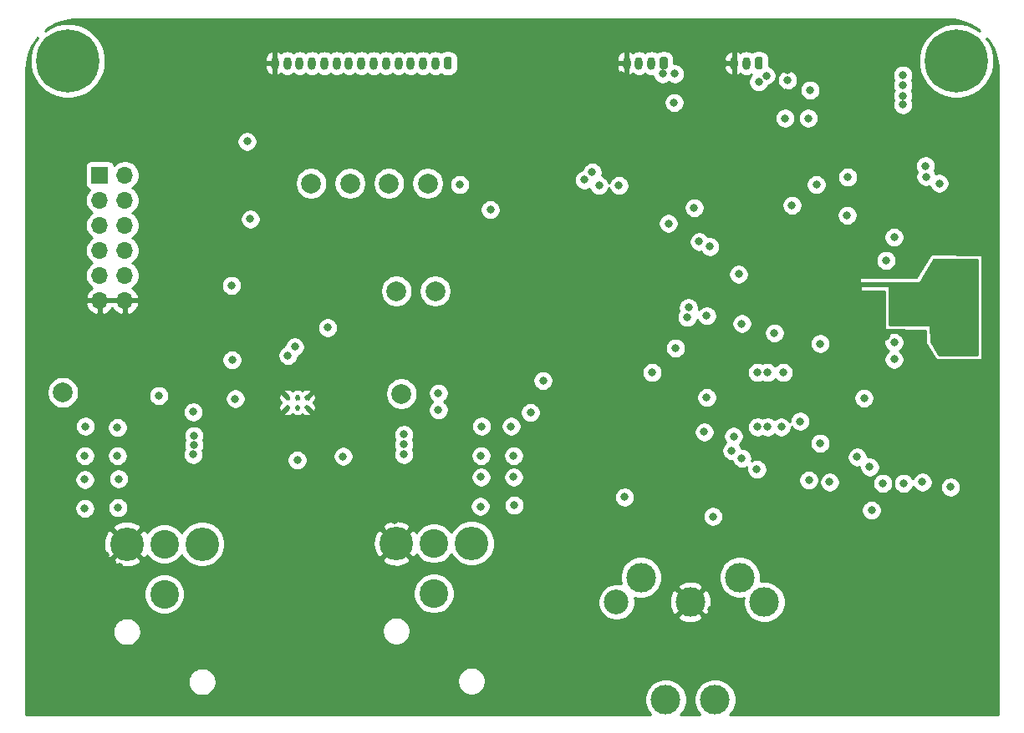
<source format=gbr>
%TF.GenerationSoftware,KiCad,Pcbnew,(5.1.6-0-10_14)*%
%TF.CreationDate,2021-01-19T18:17:05+00:00*%
%TF.ProjectId,lawrencebutton,6c617772-656e-4636-9562-7574746f6e2e,rev?*%
%TF.SameCoordinates,Original*%
%TF.FileFunction,Copper,L2,Inr*%
%TF.FilePolarity,Positive*%
%FSLAX46Y46*%
G04 Gerber Fmt 4.6, Leading zero omitted, Abs format (unit mm)*
G04 Created by KiCad (PCBNEW (5.1.6-0-10_14)) date 2021-01-19 18:17:05*
%MOMM*%
%LPD*%
G01*
G04 APERTURE LIST*
%TA.AperFunction,ViaPad*%
%ADD10C,3.000000*%
%TD*%
%TA.AperFunction,ViaPad*%
%ADD11C,2.500000*%
%TD*%
%TA.AperFunction,ViaPad*%
%ADD12R,1.700000X1.700000*%
%TD*%
%TA.AperFunction,ViaPad*%
%ADD13O,1.700000X1.700000*%
%TD*%
%TA.AperFunction,ViaPad*%
%ADD14C,2.000000*%
%TD*%
%TA.AperFunction,ViaPad*%
%ADD15C,3.400000*%
%TD*%
%TA.AperFunction,ViaPad*%
%ADD16C,2.900000*%
%TD*%
%TA.AperFunction,ViaPad*%
%ADD17O,0.800000X1.300000*%
%TD*%
%TA.AperFunction,ViaPad*%
%ADD18C,0.500000*%
%TD*%
%TA.AperFunction,ViaPad*%
%ADD19C,6.400000*%
%TD*%
%TA.AperFunction,ViaPad*%
%ADD20C,0.800000*%
%TD*%
%TA.AperFunction,Conductor*%
%ADD21C,0.254000*%
%TD*%
G04 APERTURE END LIST*
D10*
%TO.N,N/C*%
%TO.C,J2*%
X16296000Y-130215000D03*
X21296000Y-130215000D03*
%TO.N,GND*%
X18796000Y-120315000D03*
%TO.N,Net-(J2-Pad1)*%
X26296000Y-120315000D03*
D11*
%TO.N,Net-(J2-Pad3)*%
X11296000Y-120315000D03*
D10*
%TO.N,Net-(FB4-Pad2)*%
X23796000Y-117815000D03*
%TO.N,Net-(FB3-Pad1)*%
X13796000Y-117815000D03*
%TD*%
D12*
%TO.N,GPIO1*%
%TO.C,J12*%
X-41021000Y-77025500D03*
D13*
%TO.N,GPIO2*%
X-38481000Y-77025500D03*
%TO.N,GPIO3*%
X-41021000Y-79565500D03*
%TO.N,GPIO4*%
X-38481000Y-79565500D03*
%TO.N,GPIO5*%
X-41021000Y-82105500D03*
%TO.N,GPIO6*%
X-38481000Y-82105500D03*
%TO.N,GPIO7*%
X-41021000Y-84645500D03*
%TO.N,GPIO8*%
X-38481000Y-84645500D03*
%TO.N,+5V*%
X-41021000Y-87185500D03*
%TO.N,+3V3*%
X-38481000Y-87185500D03*
%TO.N,GND*%
X-41021000Y-89725500D03*
X-38481000Y-89725500D03*
%TD*%
D14*
%TO.N,I2C1_SDA*%
%TO.C,TP8*%
X-10985500Y-88773000D03*
%TD*%
D15*
%TO.N,OUTL_P*%
%TO.C,J3*%
X-30670500Y-114427000D03*
%TO.N,GND*%
X-38290500Y-114427000D03*
D16*
%TO.N,OUTL_N*%
X-34480500Y-114427000D03*
%TO.N,Net-(J3-PadG)*%
X-34480500Y-119507000D03*
%TD*%
%TO.N,Net-(J4-PadG)*%
%TO.C,J4*%
X-7175500Y-119443500D03*
%TO.N,OUTR_N*%
X-7175500Y-114363500D03*
D15*
%TO.N,GND*%
X-10985500Y-114363500D03*
%TO.N,OUTR_P*%
X-3365500Y-114363500D03*
%TD*%
%TO.N,+5V*%
%TO.C,J8*%
%TA.AperFunction,ViaPad*%
G36*
G01*
X26117500Y-65209000D02*
X26117500Y-66109000D01*
G75*
G02*
X25917500Y-66309000I-200000J0D01*
G01*
X25517500Y-66309000D01*
G75*
G02*
X25317500Y-66109000I0J200000D01*
G01*
X25317500Y-65209000D01*
G75*
G02*
X25517500Y-65009000I200000J0D01*
G01*
X25917500Y-65009000D01*
G75*
G02*
X26117500Y-65209000I0J-200000D01*
G01*
G37*
%TD.AperFunction*%
D17*
%TO.N,WS2812_5V*%
X24467500Y-65659000D03*
%TO.N,GND*%
X23217500Y-65659000D03*
%TD*%
D18*
%TO.N,GND*%
%TO.C,U7*%
X-20018500Y-99576000D03*
X-20018500Y-100576000D03*
X-21018500Y-99576000D03*
X-21018500Y-100576000D03*
X-22018500Y-99576000D03*
X-22018500Y-100576000D03*
%TD*%
%TO.N,LCD_A*%
%TO.C,J7*%
%TA.AperFunction,ViaPad*%
G36*
G01*
X-5378500Y-65209000D02*
X-5378500Y-66109000D01*
G75*
G02*
X-5578500Y-66309000I-200000J0D01*
G01*
X-5978500Y-66309000D01*
G75*
G02*
X-6178500Y-66109000I0J200000D01*
G01*
X-6178500Y-65209000D01*
G75*
G02*
X-5978500Y-65009000I200000J0D01*
G01*
X-5578500Y-65009000D01*
G75*
G02*
X-5378500Y-65209000I0J-200000D01*
G01*
G37*
%TD.AperFunction*%
D17*
%TO.N,LCD_B*%
X-7028500Y-65659000D03*
%TO.N,LCD_C*%
X-8278500Y-65659000D03*
%TO.N,LCD_D*%
X-9528500Y-65659000D03*
%TO.N,LCD_E*%
X-10778500Y-65659000D03*
%TO.N,LCD_F*%
X-12028500Y-65659000D03*
%TO.N,LCD_G*%
X-13278500Y-65659000D03*
%TO.N,LCD_DP*%
X-14528500Y-65659000D03*
%TO.N,LCD_DIG1CC*%
X-15778500Y-65659000D03*
%TO.N,LCD_DIG2CC*%
X-17028500Y-65659000D03*
%TO.N,B_PREV*%
X-18278500Y-65659000D03*
%TO.N,B_NEXT*%
X-19528500Y-65659000D03*
%TO.N,B_STOP*%
X-20778500Y-65659000D03*
%TO.N,NRST*%
X-22028500Y-65659000D03*
%TO.N,GND*%
X-23278500Y-65659000D03*
%TD*%
D14*
%TO.N,I2S_MCK*%
%TO.C,TP1*%
X-7810500Y-77851000D03*
%TD*%
%TO.N,I2S_CK*%
%TO.C,TP2*%
X-11747500Y-77851000D03*
%TD*%
%TO.N,I2S_WS*%
%TO.C,TP3*%
X-19621500Y-77851000D03*
%TD*%
%TO.N,I2S_SD*%
%TO.C,TP4*%
X-15684500Y-77851000D03*
%TD*%
%TO.N,DAC_OUTL*%
%TO.C,TP5*%
X-44767500Y-99060000D03*
%TD*%
%TO.N,DAC_OUTR*%
%TO.C,TP6*%
X-10477500Y-99187000D03*
%TD*%
%TO.N,I2C1_SCL*%
%TO.C,TP7*%
X-7048500Y-88773000D03*
%TD*%
%TO.N,+5V*%
%TO.C,J9*%
%TA.AperFunction,ViaPad*%
G36*
G01*
X16489000Y-65209000D02*
X16489000Y-66109000D01*
G75*
G02*
X16289000Y-66309000I-200000J0D01*
G01*
X15889000Y-66309000D01*
G75*
G02*
X15689000Y-66109000I0J200000D01*
G01*
X15689000Y-65209000D01*
G75*
G02*
X15889000Y-65009000I200000J0D01*
G01*
X16289000Y-65009000D01*
G75*
G02*
X16489000Y-65209000I0J-200000D01*
G01*
G37*
%TD.AperFunction*%
D17*
%TO.N,Net-(J9-Pad2)*%
X14839000Y-65659000D03*
%TO.N,Net-(J9-Pad3)*%
X13589000Y-65659000D03*
%TO.N,GND*%
X12339000Y-65659000D03*
%TD*%
D19*
%TO.N,N/C*%
%TO.C,H1*%
X-44263000Y-65438000D03*
D20*
X-41863000Y-65438000D03*
X-42565944Y-67135056D03*
X-44263000Y-67838000D03*
X-45960056Y-67135056D03*
X-46663000Y-65438000D03*
X-45960056Y-63740944D03*
X-44263000Y-63038000D03*
X-42565944Y-63740944D03*
%TD*%
%TO.N,N/C*%
%TO.C,H2*%
X47434056Y-63740944D03*
X45737000Y-63038000D03*
X44039944Y-63740944D03*
X43337000Y-65438000D03*
X44039944Y-67135056D03*
X45737000Y-67838000D03*
X47434056Y-67135056D03*
X48137000Y-65438000D03*
D19*
X45737000Y-65438000D03*
%TD*%
D20*
%TO.N,+5V*%
X30734000Y-71247000D03*
%TO.N,+3V3*%
X39433500Y-93980000D03*
%TO.N,+5V*%
X25717500Y-67564000D03*
X28384500Y-71247000D03*
X26479500Y-66929000D03*
X21082000Y-111633000D03*
X-2413000Y-107632500D03*
X889000Y-107632500D03*
X952500Y-110490000D03*
X-2476500Y-110617000D03*
X-31496000Y-103441500D03*
X-31496000Y-104394000D03*
X-31559500Y-105346500D03*
X-21018500Y-105918000D03*
X-39116000Y-107823000D03*
X-42545000Y-107886500D03*
X-42545000Y-110807500D03*
X-39179500Y-110744000D03*
X42608500Y-76073000D03*
X3873500Y-97853500D03*
X-35052000Y-99377500D03*
X16002004Y-66738500D03*
X17208494Y-66738500D03*
%TO.N,GND*%
X45720000Y-93980000D03*
X46482000Y-91313000D03*
X42799000Y-87820500D03*
X47371000Y-86042500D03*
X36576000Y-82105500D03*
X30861000Y-66040000D03*
X33020000Y-75184000D03*
X23241000Y-67500500D03*
X22479000Y-66929000D03*
X11811000Y-66865500D03*
X10922000Y-66357500D03*
X-11684000Y-81978500D03*
X-19431000Y-94424500D03*
X-25400000Y-107124500D03*
X-16319500Y-107124500D03*
X-10223500Y-108585000D03*
X-31559500Y-108839000D03*
X-12255500Y-112204500D03*
X-13144500Y-112585500D03*
X-4699000Y-98742500D03*
X5588000Y-98742500D03*
X5588000Y-100012500D03*
X8572500Y-99441000D03*
X8509000Y-95758000D03*
%TO.N,+3V3*%
X36385500Y-99631500D03*
%TO.N,GND*%
X37211000Y-114681000D03*
X44831000Y-114744500D03*
X34099500Y-120142000D03*
X46672500Y-129349500D03*
X-39497000Y-99123500D03*
X-28321000Y-99060000D03*
X-29464000Y-101028500D03*
X-26733500Y-89979500D03*
X-26479500Y-92138500D03*
X-1333500Y-82105500D03*
X-31559500Y-109791500D03*
X-31559500Y-107950000D03*
X-10223500Y-107632500D03*
X-10223500Y-109537500D03*
X-40449500Y-115570000D03*
X-39814500Y-116268500D03*
X-38989000Y-116713000D03*
X-24511000Y-73596500D03*
X-24892000Y-79311500D03*
X-26987500Y-79184500D03*
X28638500Y-66357500D03*
X39052500Y-114236500D03*
X32067500Y-129286000D03*
X34036000Y-114617500D03*
X-11176000Y-112034510D03*
X-19478675Y-105902175D03*
X35623500Y-88074500D03*
X38608000Y-93345000D03*
X-20955000Y-92329000D03*
X34734492Y-75628500D03*
X41910000Y-93345000D03*
X35496500Y-100901500D03*
X28448000Y-68643500D03*
X-17208500Y-90360500D03*
X-16954504Y-91567000D03*
%TO.N,+3V3*%
X39433500Y-95694500D03*
X39433500Y-83312000D03*
X38608000Y-85661500D03*
X34671000Y-81089500D03*
X44005500Y-77851000D03*
X40322500Y-67881500D03*
X40322500Y-66865500D03*
X28638500Y-67373500D03*
X30924500Y-68389500D03*
X-1460500Y-80518000D03*
X-27686000Y-88201500D03*
X14922500Y-97028000D03*
X45148500Y-108648500D03*
X-25781000Y-81470500D03*
X-26098500Y-73596500D03*
X42658922Y-77171853D03*
X32893000Y-108140502D03*
X37147504Y-110998000D03*
X40386000Y-108267500D03*
X34734500Y-77216000D03*
X30797506Y-107950000D03*
X-17938748Y-92487748D03*
%TO.N,-5V*%
X-21272500Y-94424500D03*
X-21971000Y-95313500D03*
X-16383000Y-105537000D03*
X-2349500Y-102489000D03*
X889000Y-105473500D03*
X-2413000Y-105473500D03*
X-39243000Y-105473500D03*
X-31559500Y-101028500D03*
X-42481500Y-102489000D03*
X-42545000Y-105473500D03*
X-10223500Y-104330500D03*
X-10223500Y-103314500D03*
X-10223500Y-105346500D03*
X-39243000Y-102616000D03*
X645113Y-102493111D03*
X2603500Y-101092000D03*
%TO.N,OUTL_P*%
X-27305000Y-99695000D03*
X-27622500Y-95758000D03*
%TO.N,OUTR_N*%
X-6731000Y-99123500D03*
X-6731000Y-100838000D03*
%TO.N,SDIO_D1*%
X26606500Y-102552500D03*
X26606500Y-97028000D03*
%TO.N,SDIO_D2*%
X24003000Y-105727500D03*
%TO.N,SDIO_D3*%
X25527255Y-106859143D03*
%TO.N,SDIO_D0*%
X28194000Y-97028000D03*
X28010418Y-102568416D03*
%TO.N,SDIO_CD*%
X25590500Y-102552500D03*
X25590500Y-97028000D03*
%TO.N,SWO*%
X23177500Y-103505000D03*
X29908500Y-101981000D03*
%TO.N,+3V3*%
X12128500Y-109664500D03*
%TO.N,GND*%
X17208500Y-109664500D03*
X14668500Y-109664500D03*
X13462000Y-109664500D03*
X34544000Y-95250000D03*
X31432500Y-91249500D03*
X24828500Y-90233500D03*
X44005500Y-86042500D03*
X45593000Y-86042500D03*
X47434500Y-87757000D03*
X47498000Y-89471500D03*
X47498000Y-91122500D03*
X47434500Y-92837000D03*
X47371000Y-94742000D03*
X45466000Y-94869000D03*
X44005500Y-94361000D03*
X39687500Y-88265000D03*
X-23304500Y-67627500D03*
X19431000Y-79057500D03*
X20687814Y-79705686D03*
X-23826424Y-89204948D03*
X17907000Y-97853500D03*
X16764000Y-96393000D03*
X20446990Y-97409000D03*
X34616115Y-103414990D03*
X45847000Y-75438000D03*
X46672500Y-76835000D03*
X41275000Y-86233000D03*
X41275000Y-85217000D03*
X41148000Y-94869000D03*
X41275000Y-84201000D03*
X20955000Y-121094500D03*
X16510000Y-121348500D03*
X18796000Y-122745498D03*
%TO.N,+3V3*%
X40322484Y-69875000D03*
X40322500Y-68961016D03*
X19177000Y-80327500D03*
X20447000Y-99568000D03*
X38290500Y-108267500D03*
X42291000Y-108140496D03*
%TO.N,SDIO_D2*%
X35687000Y-105600500D03*
%TO.N,SDIO_D3*%
X36957000Y-106616501D03*
%TO.N,NRST*%
X31940500Y-94107000D03*
X-4572000Y-77978000D03*
X16573500Y-81915000D03*
X20193000Y-103060500D03*
%TO.N,Net-(J9-Pad2)*%
X17145000Y-69659500D03*
X17298510Y-94551500D03*
%TO.N,BOOT1*%
X29083000Y-80073500D03*
X31559500Y-77978000D03*
%TO.N,MIDI_OUT_5V*%
X31940500Y-104203500D03*
X22987000Y-104965500D03*
%TO.N,I2S_MCK*%
X19685000Y-83756500D03*
X20452976Y-91289540D03*
%TO.N,I2S_WS*%
X20764500Y-84264500D03*
X23685500Y-87058500D03*
X11557000Y-78072979D03*
X8847215Y-76716029D03*
%TO.N,I2S_SD*%
X8053453Y-77502012D03*
X9550579Y-78072979D03*
%TO.N,I2C1_SCL*%
X24003000Y-92075000D03*
X18608517Y-90442203D03*
%TO.N,I2C1_SDA*%
X27305000Y-93027500D03*
X18478500Y-91440000D03*
%TD*%
D21*
%TO.N,GND*%
G36*
X45596504Y-61246143D02*
G01*
X46432929Y-61456238D01*
X47223810Y-61800123D01*
X47947902Y-62268560D01*
X48090203Y-62398045D01*
X47553554Y-62039467D01*
X46855628Y-61750377D01*
X46114715Y-61603000D01*
X45359285Y-61603000D01*
X44618372Y-61750377D01*
X43920446Y-62039467D01*
X43292330Y-62459161D01*
X42758161Y-62993330D01*
X42338467Y-63621446D01*
X42049377Y-64319372D01*
X41902000Y-65060285D01*
X41902000Y-65815715D01*
X42049377Y-66556628D01*
X42338467Y-67254554D01*
X42758161Y-67882670D01*
X43292330Y-68416839D01*
X43920446Y-68836533D01*
X44618372Y-69125623D01*
X45359285Y-69273000D01*
X46114715Y-69273000D01*
X46855628Y-69125623D01*
X47553554Y-68836533D01*
X48181670Y-68416839D01*
X48715839Y-67882670D01*
X49135533Y-67254554D01*
X49424623Y-66556628D01*
X49572000Y-65815715D01*
X49572000Y-65060285D01*
X49424623Y-64319372D01*
X49135533Y-63621446D01*
X48804145Y-63125489D01*
X49120265Y-63525767D01*
X49537049Y-64280769D01*
X49824927Y-65093713D01*
X49978427Y-65955453D01*
X50002000Y-66455320D01*
X50002001Y-131703000D01*
X22827346Y-131703000D01*
X22954363Y-131575983D01*
X23188012Y-131226302D01*
X23348953Y-130837756D01*
X23431000Y-130425279D01*
X23431000Y-130004721D01*
X23348953Y-129592244D01*
X23188012Y-129203698D01*
X22954363Y-128854017D01*
X22656983Y-128556637D01*
X22307302Y-128322988D01*
X21918756Y-128162047D01*
X21506279Y-128080000D01*
X21085721Y-128080000D01*
X20673244Y-128162047D01*
X20284698Y-128322988D01*
X19935017Y-128556637D01*
X19637637Y-128854017D01*
X19403988Y-129203698D01*
X19243047Y-129592244D01*
X19161000Y-130004721D01*
X19161000Y-130425279D01*
X19243047Y-130837756D01*
X19403988Y-131226302D01*
X19637637Y-131575983D01*
X19764654Y-131703000D01*
X17827346Y-131703000D01*
X17954363Y-131575983D01*
X18188012Y-131226302D01*
X18348953Y-130837756D01*
X18431000Y-130425279D01*
X18431000Y-130004721D01*
X18348953Y-129592244D01*
X18188012Y-129203698D01*
X17954363Y-128854017D01*
X17656983Y-128556637D01*
X17307302Y-128322988D01*
X16918756Y-128162047D01*
X16506279Y-128080000D01*
X16085721Y-128080000D01*
X15673244Y-128162047D01*
X15284698Y-128322988D01*
X14935017Y-128556637D01*
X14637637Y-128854017D01*
X14403988Y-129203698D01*
X14243047Y-129592244D01*
X14161000Y-130004721D01*
X14161000Y-130425279D01*
X14243047Y-130837756D01*
X14403988Y-131226302D01*
X14637637Y-131575983D01*
X14764654Y-131703000D01*
X-48528000Y-131703000D01*
X-48528000Y-128255665D01*
X-32105500Y-128255665D01*
X-32105500Y-128538335D01*
X-32050353Y-128815574D01*
X-31942180Y-129076727D01*
X-31785137Y-129311759D01*
X-31585259Y-129511637D01*
X-31350227Y-129668680D01*
X-31089074Y-129776853D01*
X-30811835Y-129832000D01*
X-30529165Y-129832000D01*
X-30251926Y-129776853D01*
X-29990773Y-129668680D01*
X-29755741Y-129511637D01*
X-29555863Y-129311759D01*
X-29398820Y-129076727D01*
X-29290647Y-128815574D01*
X-29235500Y-128538335D01*
X-29235500Y-128255665D01*
X-29248131Y-128192165D01*
X-4800500Y-128192165D01*
X-4800500Y-128474835D01*
X-4745353Y-128752074D01*
X-4637180Y-129013227D01*
X-4480137Y-129248259D01*
X-4280259Y-129448137D01*
X-4045227Y-129605180D01*
X-3784074Y-129713353D01*
X-3506835Y-129768500D01*
X-3224165Y-129768500D01*
X-2946926Y-129713353D01*
X-2685773Y-129605180D01*
X-2450741Y-129448137D01*
X-2250863Y-129248259D01*
X-2093820Y-129013227D01*
X-1985647Y-128752074D01*
X-1930500Y-128474835D01*
X-1930500Y-128192165D01*
X-1985647Y-127914926D01*
X-2093820Y-127653773D01*
X-2250863Y-127418741D01*
X-2450741Y-127218863D01*
X-2685773Y-127061820D01*
X-2946926Y-126953647D01*
X-3224165Y-126898500D01*
X-3506835Y-126898500D01*
X-3784074Y-126953647D01*
X-4045227Y-127061820D01*
X-4280259Y-127218863D01*
X-4480137Y-127418741D01*
X-4637180Y-127653773D01*
X-4745353Y-127914926D01*
X-4800500Y-128192165D01*
X-29248131Y-128192165D01*
X-29290647Y-127978426D01*
X-29398820Y-127717273D01*
X-29555863Y-127482241D01*
X-29755741Y-127282363D01*
X-29990773Y-127125320D01*
X-30251926Y-127017147D01*
X-30529165Y-126962000D01*
X-30811835Y-126962000D01*
X-31089074Y-127017147D01*
X-31350227Y-127125320D01*
X-31585259Y-127282363D01*
X-31785137Y-127482241D01*
X-31942180Y-127717273D01*
X-32050353Y-127978426D01*
X-32105500Y-128255665D01*
X-48528000Y-128255665D01*
X-48528000Y-123175665D01*
X-39725500Y-123175665D01*
X-39725500Y-123458335D01*
X-39670353Y-123735574D01*
X-39562180Y-123996727D01*
X-39405137Y-124231759D01*
X-39205259Y-124431637D01*
X-38970227Y-124588680D01*
X-38709074Y-124696853D01*
X-38431835Y-124752000D01*
X-38149165Y-124752000D01*
X-37871926Y-124696853D01*
X-37610773Y-124588680D01*
X-37375741Y-124431637D01*
X-37175863Y-124231759D01*
X-37018820Y-123996727D01*
X-36910647Y-123735574D01*
X-36855500Y-123458335D01*
X-36855500Y-123175665D01*
X-36868131Y-123112165D01*
X-12420500Y-123112165D01*
X-12420500Y-123394835D01*
X-12365353Y-123672074D01*
X-12257180Y-123933227D01*
X-12100137Y-124168259D01*
X-11900259Y-124368137D01*
X-11665227Y-124525180D01*
X-11404074Y-124633353D01*
X-11126835Y-124688500D01*
X-10844165Y-124688500D01*
X-10566926Y-124633353D01*
X-10305773Y-124525180D01*
X-10070741Y-124368137D01*
X-9870863Y-124168259D01*
X-9713820Y-123933227D01*
X-9605647Y-123672074D01*
X-9550500Y-123394835D01*
X-9550500Y-123112165D01*
X-9605647Y-122834926D01*
X-9713820Y-122573773D01*
X-9870863Y-122338741D01*
X-10070741Y-122138863D01*
X-10305773Y-121981820D01*
X-10566926Y-121873647D01*
X-10844165Y-121818500D01*
X-11126835Y-121818500D01*
X-11404074Y-121873647D01*
X-11665227Y-121981820D01*
X-11900259Y-122138863D01*
X-12100137Y-122338741D01*
X-12257180Y-122573773D01*
X-12365353Y-122834926D01*
X-12420500Y-123112165D01*
X-36868131Y-123112165D01*
X-36910647Y-122898426D01*
X-37018820Y-122637273D01*
X-37175863Y-122402241D01*
X-37375741Y-122202363D01*
X-37610773Y-122045320D01*
X-37871926Y-121937147D01*
X-38149165Y-121882000D01*
X-38431835Y-121882000D01*
X-38709074Y-121937147D01*
X-38970227Y-122045320D01*
X-39205259Y-122202363D01*
X-39405137Y-122402241D01*
X-39562180Y-122637273D01*
X-39670353Y-122898426D01*
X-39725500Y-123175665D01*
X-48528000Y-123175665D01*
X-48528000Y-119301645D01*
X-36565500Y-119301645D01*
X-36565500Y-119712355D01*
X-36485374Y-120115172D01*
X-36328203Y-120494618D01*
X-36100025Y-120836110D01*
X-35809610Y-121126525D01*
X-35468118Y-121354703D01*
X-35088672Y-121511874D01*
X-34685855Y-121592000D01*
X-34275145Y-121592000D01*
X-33872328Y-121511874D01*
X-33492882Y-121354703D01*
X-33151390Y-121126525D01*
X-32860975Y-120836110D01*
X-32632797Y-120494618D01*
X-32475626Y-120115172D01*
X-32395500Y-119712355D01*
X-32395500Y-119301645D01*
X-32408131Y-119238145D01*
X-9260500Y-119238145D01*
X-9260500Y-119648855D01*
X-9180374Y-120051672D01*
X-9023203Y-120431118D01*
X-8795025Y-120772610D01*
X-8504610Y-121063025D01*
X-8163118Y-121291203D01*
X-7783672Y-121448374D01*
X-7380855Y-121528500D01*
X-6970145Y-121528500D01*
X-6567328Y-121448374D01*
X-6187882Y-121291203D01*
X-5846390Y-121063025D01*
X-5555975Y-120772610D01*
X-5327797Y-120431118D01*
X-5202799Y-120129344D01*
X9411000Y-120129344D01*
X9411000Y-120500656D01*
X9483439Y-120864834D01*
X9625534Y-121207882D01*
X9831825Y-121516618D01*
X10094382Y-121779175D01*
X10403118Y-121985466D01*
X10746166Y-122127561D01*
X11110344Y-122200000D01*
X11481656Y-122200000D01*
X11845834Y-122127561D01*
X12188882Y-121985466D01*
X12456494Y-121806653D01*
X17483952Y-121806653D01*
X17639962Y-122122214D01*
X18014745Y-122313020D01*
X18419551Y-122427044D01*
X18838824Y-122459902D01*
X19256451Y-122410334D01*
X19656383Y-122280243D01*
X19952038Y-122122214D01*
X20108048Y-121806653D01*
X18796000Y-120494605D01*
X17483952Y-121806653D01*
X12456494Y-121806653D01*
X12497618Y-121779175D01*
X12760175Y-121516618D01*
X12966466Y-121207882D01*
X13108561Y-120864834D01*
X13181000Y-120500656D01*
X13181000Y-120357824D01*
X16651098Y-120357824D01*
X16700666Y-120775451D01*
X16830757Y-121175383D01*
X16988786Y-121471038D01*
X17304347Y-121627048D01*
X18616395Y-120315000D01*
X18975605Y-120315000D01*
X20287653Y-121627048D01*
X20603214Y-121471038D01*
X20794020Y-121096255D01*
X20908044Y-120691449D01*
X20940902Y-120272176D01*
X20891334Y-119854549D01*
X20761243Y-119454617D01*
X20603214Y-119158962D01*
X20287653Y-119002952D01*
X18975605Y-120315000D01*
X18616395Y-120315000D01*
X17304347Y-119002952D01*
X16988786Y-119158962D01*
X16797980Y-119533745D01*
X16683956Y-119938551D01*
X16651098Y-120357824D01*
X13181000Y-120357824D01*
X13181000Y-120129344D01*
X13125034Y-119847984D01*
X13173244Y-119867953D01*
X13585721Y-119950000D01*
X14006279Y-119950000D01*
X14418756Y-119867953D01*
X14807302Y-119707012D01*
X15156983Y-119473363D01*
X15454363Y-119175983D01*
X15688012Y-118826302D01*
X15689236Y-118823347D01*
X17483952Y-118823347D01*
X18796000Y-120135395D01*
X20108048Y-118823347D01*
X19952038Y-118507786D01*
X19577255Y-118316980D01*
X19172449Y-118202956D01*
X18753176Y-118170098D01*
X18335549Y-118219666D01*
X17935617Y-118349757D01*
X17639962Y-118507786D01*
X17483952Y-118823347D01*
X15689236Y-118823347D01*
X15848953Y-118437756D01*
X15931000Y-118025279D01*
X15931000Y-117604721D01*
X21661000Y-117604721D01*
X21661000Y-118025279D01*
X21743047Y-118437756D01*
X21903988Y-118826302D01*
X22137637Y-119175983D01*
X22435017Y-119473363D01*
X22784698Y-119707012D01*
X23173244Y-119867953D01*
X23585721Y-119950000D01*
X24006279Y-119950000D01*
X24199418Y-119911582D01*
X24161000Y-120104721D01*
X24161000Y-120525279D01*
X24243047Y-120937756D01*
X24403988Y-121326302D01*
X24637637Y-121675983D01*
X24935017Y-121973363D01*
X25284698Y-122207012D01*
X25673244Y-122367953D01*
X26085721Y-122450000D01*
X26506279Y-122450000D01*
X26918756Y-122367953D01*
X27307302Y-122207012D01*
X27656983Y-121973363D01*
X27954363Y-121675983D01*
X28188012Y-121326302D01*
X28348953Y-120937756D01*
X28431000Y-120525279D01*
X28431000Y-120104721D01*
X28348953Y-119692244D01*
X28188012Y-119303698D01*
X27954363Y-118954017D01*
X27656983Y-118656637D01*
X27307302Y-118422988D01*
X26918756Y-118262047D01*
X26506279Y-118180000D01*
X26085721Y-118180000D01*
X25892582Y-118218418D01*
X25931000Y-118025279D01*
X25931000Y-117604721D01*
X25848953Y-117192244D01*
X25688012Y-116803698D01*
X25454363Y-116454017D01*
X25156983Y-116156637D01*
X24807302Y-115922988D01*
X24418756Y-115762047D01*
X24006279Y-115680000D01*
X23585721Y-115680000D01*
X23173244Y-115762047D01*
X22784698Y-115922988D01*
X22435017Y-116156637D01*
X22137637Y-116454017D01*
X21903988Y-116803698D01*
X21743047Y-117192244D01*
X21661000Y-117604721D01*
X15931000Y-117604721D01*
X15848953Y-117192244D01*
X15688012Y-116803698D01*
X15454363Y-116454017D01*
X15156983Y-116156637D01*
X14807302Y-115922988D01*
X14418756Y-115762047D01*
X14006279Y-115680000D01*
X13585721Y-115680000D01*
X13173244Y-115762047D01*
X12784698Y-115922988D01*
X12435017Y-116156637D01*
X12137637Y-116454017D01*
X11903988Y-116803698D01*
X11743047Y-117192244D01*
X11661000Y-117604721D01*
X11661000Y-118025279D01*
X11743047Y-118437756D01*
X11763016Y-118485966D01*
X11481656Y-118430000D01*
X11110344Y-118430000D01*
X10746166Y-118502439D01*
X10403118Y-118644534D01*
X10094382Y-118850825D01*
X9831825Y-119113382D01*
X9625534Y-119422118D01*
X9483439Y-119765166D01*
X9411000Y-120129344D01*
X-5202799Y-120129344D01*
X-5170626Y-120051672D01*
X-5090500Y-119648855D01*
X-5090500Y-119238145D01*
X-5170626Y-118835328D01*
X-5327797Y-118455882D01*
X-5555975Y-118114390D01*
X-5846390Y-117823975D01*
X-6187882Y-117595797D01*
X-6567328Y-117438626D01*
X-6970145Y-117358500D01*
X-7380855Y-117358500D01*
X-7783672Y-117438626D01*
X-8163118Y-117595797D01*
X-8504610Y-117823975D01*
X-8795025Y-118114390D01*
X-9023203Y-118455882D01*
X-9180374Y-118835328D01*
X-9260500Y-119238145D01*
X-32408131Y-119238145D01*
X-32475626Y-118898828D01*
X-32632797Y-118519382D01*
X-32860975Y-118177890D01*
X-33151390Y-117887475D01*
X-33492882Y-117659297D01*
X-33872328Y-117502126D01*
X-34275145Y-117422000D01*
X-34685855Y-117422000D01*
X-35088672Y-117502126D01*
X-35468118Y-117659297D01*
X-35809610Y-117887475D01*
X-36100025Y-118177890D01*
X-36328203Y-118519382D01*
X-36485374Y-118898828D01*
X-36565500Y-119301645D01*
X-48528000Y-119301645D01*
X-48528000Y-116061023D01*
X-39744918Y-116061023D01*
X-39564852Y-116397060D01*
X-39156026Y-116607820D01*
X-38713938Y-116734772D01*
X-38255578Y-116773037D01*
X-37798560Y-116721146D01*
X-37360447Y-116581092D01*
X-37016148Y-116397060D01*
X-36836082Y-116061023D01*
X-38290500Y-114606605D01*
X-39744918Y-116061023D01*
X-48528000Y-116061023D01*
X-48528000Y-114461922D01*
X-40636537Y-114461922D01*
X-40584646Y-114918940D01*
X-40444592Y-115357053D01*
X-40260560Y-115701352D01*
X-39924523Y-115881418D01*
X-38470105Y-114427000D01*
X-38110895Y-114427000D01*
X-36656477Y-115881418D01*
X-36320440Y-115701352D01*
X-36240380Y-115546054D01*
X-36100025Y-115756110D01*
X-35809610Y-116046525D01*
X-35468118Y-116274703D01*
X-35088672Y-116431874D01*
X-34685855Y-116512000D01*
X-34275145Y-116512000D01*
X-33872328Y-116431874D01*
X-33492882Y-116274703D01*
X-33151390Y-116046525D01*
X-32860975Y-115756110D01*
X-32725836Y-115553861D01*
X-32484213Y-115915476D01*
X-32158976Y-116240713D01*
X-31776537Y-116496250D01*
X-31351594Y-116672267D01*
X-30900477Y-116762000D01*
X-30440523Y-116762000D01*
X-29989406Y-116672267D01*
X-29564463Y-116496250D01*
X-29182024Y-116240713D01*
X-28938834Y-115997523D01*
X-12439918Y-115997523D01*
X-12259852Y-116333560D01*
X-11851026Y-116544320D01*
X-11408938Y-116671272D01*
X-10950578Y-116709537D01*
X-10493560Y-116657646D01*
X-10055447Y-116517592D01*
X-9711148Y-116333560D01*
X-9531082Y-115997523D01*
X-10985500Y-114543105D01*
X-12439918Y-115997523D01*
X-28938834Y-115997523D01*
X-28856787Y-115915476D01*
X-28601250Y-115533037D01*
X-28425233Y-115108094D01*
X-28335500Y-114656977D01*
X-28335500Y-114398422D01*
X-13331537Y-114398422D01*
X-13279646Y-114855440D01*
X-13139592Y-115293553D01*
X-12955560Y-115637852D01*
X-12619523Y-115817918D01*
X-11165105Y-114363500D01*
X-10805895Y-114363500D01*
X-9351477Y-115817918D01*
X-9015440Y-115637852D01*
X-8935380Y-115482554D01*
X-8795025Y-115692610D01*
X-8504610Y-115983025D01*
X-8163118Y-116211203D01*
X-7783672Y-116368374D01*
X-7380855Y-116448500D01*
X-6970145Y-116448500D01*
X-6567328Y-116368374D01*
X-6187882Y-116211203D01*
X-5846390Y-115983025D01*
X-5555975Y-115692610D01*
X-5420836Y-115490361D01*
X-5179213Y-115851976D01*
X-4853976Y-116177213D01*
X-4471537Y-116432750D01*
X-4046594Y-116608767D01*
X-3595477Y-116698500D01*
X-3135523Y-116698500D01*
X-2684406Y-116608767D01*
X-2259463Y-116432750D01*
X-1877024Y-116177213D01*
X-1551787Y-115851976D01*
X-1296250Y-115469537D01*
X-1120233Y-115044594D01*
X-1030500Y-114593477D01*
X-1030500Y-114133523D01*
X-1120233Y-113682406D01*
X-1296250Y-113257463D01*
X-1551787Y-112875024D01*
X-1877024Y-112549787D01*
X-2259463Y-112294250D01*
X-2684406Y-112118233D01*
X-3135523Y-112028500D01*
X-3595477Y-112028500D01*
X-4046594Y-112118233D01*
X-4471537Y-112294250D01*
X-4853976Y-112549787D01*
X-5179213Y-112875024D01*
X-5420836Y-113236639D01*
X-5555975Y-113034390D01*
X-5846390Y-112743975D01*
X-6187882Y-112515797D01*
X-6567328Y-112358626D01*
X-6970145Y-112278500D01*
X-7380855Y-112278500D01*
X-7783672Y-112358626D01*
X-8163118Y-112515797D01*
X-8504610Y-112743975D01*
X-8795025Y-113034390D01*
X-8933742Y-113241994D01*
X-9015440Y-113089148D01*
X-9351477Y-112909082D01*
X-10805895Y-114363500D01*
X-11165105Y-114363500D01*
X-12619523Y-112909082D01*
X-12955560Y-113089148D01*
X-13166320Y-113497974D01*
X-13293272Y-113940062D01*
X-13331537Y-114398422D01*
X-28335500Y-114398422D01*
X-28335500Y-114197023D01*
X-28425233Y-113745906D01*
X-28601250Y-113320963D01*
X-28856787Y-112938524D01*
X-29065834Y-112729477D01*
X-12439918Y-112729477D01*
X-10985500Y-114183895D01*
X-9531082Y-112729477D01*
X-9711148Y-112393440D01*
X-10119974Y-112182680D01*
X-10562062Y-112055728D01*
X-11020422Y-112017463D01*
X-11477440Y-112069354D01*
X-11915553Y-112209408D01*
X-12259852Y-112393440D01*
X-12439918Y-112729477D01*
X-29065834Y-112729477D01*
X-29182024Y-112613287D01*
X-29564463Y-112357750D01*
X-29989406Y-112181733D01*
X-30440523Y-112092000D01*
X-30900477Y-112092000D01*
X-31351594Y-112181733D01*
X-31776537Y-112357750D01*
X-32158976Y-112613287D01*
X-32484213Y-112938524D01*
X-32725836Y-113300139D01*
X-32860975Y-113097890D01*
X-33151390Y-112807475D01*
X-33492882Y-112579297D01*
X-33872328Y-112422126D01*
X-34275145Y-112342000D01*
X-34685855Y-112342000D01*
X-35088672Y-112422126D01*
X-35468118Y-112579297D01*
X-35809610Y-112807475D01*
X-36100025Y-113097890D01*
X-36238742Y-113305494D01*
X-36320440Y-113152648D01*
X-36656477Y-112972582D01*
X-38110895Y-114427000D01*
X-38470105Y-114427000D01*
X-39924523Y-112972582D01*
X-40260560Y-113152648D01*
X-40471320Y-113561474D01*
X-40598272Y-114003562D01*
X-40636537Y-114461922D01*
X-48528000Y-114461922D01*
X-48528000Y-112792977D01*
X-39744918Y-112792977D01*
X-38290500Y-114247395D01*
X-36836082Y-112792977D01*
X-37016148Y-112456940D01*
X-37424974Y-112246180D01*
X-37867062Y-112119228D01*
X-38325422Y-112080963D01*
X-38782440Y-112132854D01*
X-39220553Y-112272908D01*
X-39564852Y-112456940D01*
X-39744918Y-112792977D01*
X-48528000Y-112792977D01*
X-48528000Y-110705561D01*
X-43580000Y-110705561D01*
X-43580000Y-110909439D01*
X-43540226Y-111109398D01*
X-43462205Y-111297756D01*
X-43348937Y-111467274D01*
X-43204774Y-111611437D01*
X-43035256Y-111724705D01*
X-42846898Y-111802726D01*
X-42646939Y-111842500D01*
X-42443061Y-111842500D01*
X-42243102Y-111802726D01*
X-42054744Y-111724705D01*
X-41885226Y-111611437D01*
X-41741063Y-111467274D01*
X-41627795Y-111297756D01*
X-41549774Y-111109398D01*
X-41510000Y-110909439D01*
X-41510000Y-110705561D01*
X-41522630Y-110642061D01*
X-40214500Y-110642061D01*
X-40214500Y-110845939D01*
X-40174726Y-111045898D01*
X-40096705Y-111234256D01*
X-39983437Y-111403774D01*
X-39839274Y-111547937D01*
X-39669756Y-111661205D01*
X-39481398Y-111739226D01*
X-39281439Y-111779000D01*
X-39077561Y-111779000D01*
X-38877602Y-111739226D01*
X-38689244Y-111661205D01*
X-38519726Y-111547937D01*
X-38375563Y-111403774D01*
X-38262295Y-111234256D01*
X-38184274Y-111045898D01*
X-38144500Y-110845939D01*
X-38144500Y-110642061D01*
X-38169761Y-110515061D01*
X-3511500Y-110515061D01*
X-3511500Y-110718939D01*
X-3471726Y-110918898D01*
X-3393705Y-111107256D01*
X-3280437Y-111276774D01*
X-3136274Y-111420937D01*
X-2966756Y-111534205D01*
X-2778398Y-111612226D01*
X-2578439Y-111652000D01*
X-2374561Y-111652000D01*
X-2174602Y-111612226D01*
X-1986244Y-111534205D01*
X-1981539Y-111531061D01*
X20047000Y-111531061D01*
X20047000Y-111734939D01*
X20086774Y-111934898D01*
X20164795Y-112123256D01*
X20278063Y-112292774D01*
X20422226Y-112436937D01*
X20591744Y-112550205D01*
X20780102Y-112628226D01*
X20980061Y-112668000D01*
X21183939Y-112668000D01*
X21383898Y-112628226D01*
X21572256Y-112550205D01*
X21741774Y-112436937D01*
X21885937Y-112292774D01*
X21999205Y-112123256D01*
X22077226Y-111934898D01*
X22117000Y-111734939D01*
X22117000Y-111531061D01*
X22077226Y-111331102D01*
X21999205Y-111142744D01*
X21885937Y-110973226D01*
X21808772Y-110896061D01*
X36112504Y-110896061D01*
X36112504Y-111099939D01*
X36152278Y-111299898D01*
X36230299Y-111488256D01*
X36343567Y-111657774D01*
X36487730Y-111801937D01*
X36657248Y-111915205D01*
X36845606Y-111993226D01*
X37045565Y-112033000D01*
X37249443Y-112033000D01*
X37449402Y-111993226D01*
X37637760Y-111915205D01*
X37807278Y-111801937D01*
X37951441Y-111657774D01*
X38064709Y-111488256D01*
X38142730Y-111299898D01*
X38182504Y-111099939D01*
X38182504Y-110896061D01*
X38142730Y-110696102D01*
X38064709Y-110507744D01*
X37951441Y-110338226D01*
X37807278Y-110194063D01*
X37637760Y-110080795D01*
X37449402Y-110002774D01*
X37249443Y-109963000D01*
X37045565Y-109963000D01*
X36845606Y-110002774D01*
X36657248Y-110080795D01*
X36487730Y-110194063D01*
X36343567Y-110338226D01*
X36230299Y-110507744D01*
X36152278Y-110696102D01*
X36112504Y-110896061D01*
X21808772Y-110896061D01*
X21741774Y-110829063D01*
X21572256Y-110715795D01*
X21383898Y-110637774D01*
X21183939Y-110598000D01*
X20980061Y-110598000D01*
X20780102Y-110637774D01*
X20591744Y-110715795D01*
X20422226Y-110829063D01*
X20278063Y-110973226D01*
X20164795Y-111142744D01*
X20086774Y-111331102D01*
X20047000Y-111531061D01*
X-1981539Y-111531061D01*
X-1816726Y-111420937D01*
X-1672563Y-111276774D01*
X-1559295Y-111107256D01*
X-1481274Y-110918898D01*
X-1441500Y-110718939D01*
X-1441500Y-110515061D01*
X-1466761Y-110388061D01*
X-82500Y-110388061D01*
X-82500Y-110591939D01*
X-42726Y-110791898D01*
X35295Y-110980256D01*
X148563Y-111149774D01*
X292726Y-111293937D01*
X462244Y-111407205D01*
X650602Y-111485226D01*
X850561Y-111525000D01*
X1054439Y-111525000D01*
X1254398Y-111485226D01*
X1442756Y-111407205D01*
X1612274Y-111293937D01*
X1756437Y-111149774D01*
X1869705Y-110980256D01*
X1947726Y-110791898D01*
X1987500Y-110591939D01*
X1987500Y-110388061D01*
X1947726Y-110188102D01*
X1869705Y-109999744D01*
X1756437Y-109830226D01*
X1612274Y-109686063D01*
X1442756Y-109572795D01*
X1418050Y-109562561D01*
X11093500Y-109562561D01*
X11093500Y-109766439D01*
X11133274Y-109966398D01*
X11211295Y-110154756D01*
X11324563Y-110324274D01*
X11468726Y-110468437D01*
X11638244Y-110581705D01*
X11826602Y-110659726D01*
X12026561Y-110699500D01*
X12230439Y-110699500D01*
X12430398Y-110659726D01*
X12618756Y-110581705D01*
X12788274Y-110468437D01*
X12932437Y-110324274D01*
X13045705Y-110154756D01*
X13123726Y-109966398D01*
X13163500Y-109766439D01*
X13163500Y-109562561D01*
X13123726Y-109362602D01*
X13045705Y-109174244D01*
X12932437Y-109004726D01*
X12788274Y-108860563D01*
X12618756Y-108747295D01*
X12430398Y-108669274D01*
X12230439Y-108629500D01*
X12026561Y-108629500D01*
X11826602Y-108669274D01*
X11638244Y-108747295D01*
X11468726Y-108860563D01*
X11324563Y-109004726D01*
X11211295Y-109174244D01*
X11133274Y-109362602D01*
X11093500Y-109562561D01*
X1418050Y-109562561D01*
X1254398Y-109494774D01*
X1054439Y-109455000D01*
X850561Y-109455000D01*
X650602Y-109494774D01*
X462244Y-109572795D01*
X292726Y-109686063D01*
X148563Y-109830226D01*
X35295Y-109999744D01*
X-42726Y-110188102D01*
X-82500Y-110388061D01*
X-1466761Y-110388061D01*
X-1481274Y-110315102D01*
X-1559295Y-110126744D01*
X-1672563Y-109957226D01*
X-1816726Y-109813063D01*
X-1986244Y-109699795D01*
X-2174602Y-109621774D01*
X-2374561Y-109582000D01*
X-2578439Y-109582000D01*
X-2778398Y-109621774D01*
X-2966756Y-109699795D01*
X-3136274Y-109813063D01*
X-3280437Y-109957226D01*
X-3393705Y-110126744D01*
X-3471726Y-110315102D01*
X-3511500Y-110515061D01*
X-38169761Y-110515061D01*
X-38184274Y-110442102D01*
X-38262295Y-110253744D01*
X-38375563Y-110084226D01*
X-38519726Y-109940063D01*
X-38689244Y-109826795D01*
X-38877602Y-109748774D01*
X-39077561Y-109709000D01*
X-39281439Y-109709000D01*
X-39481398Y-109748774D01*
X-39669756Y-109826795D01*
X-39839274Y-109940063D01*
X-39983437Y-110084226D01*
X-40096705Y-110253744D01*
X-40174726Y-110442102D01*
X-40214500Y-110642061D01*
X-41522630Y-110642061D01*
X-41549774Y-110505602D01*
X-41627795Y-110317244D01*
X-41741063Y-110147726D01*
X-41885226Y-110003563D01*
X-42054744Y-109890295D01*
X-42243102Y-109812274D01*
X-42443061Y-109772500D01*
X-42646939Y-109772500D01*
X-42846898Y-109812274D01*
X-43035256Y-109890295D01*
X-43204774Y-110003563D01*
X-43348937Y-110147726D01*
X-43462205Y-110317244D01*
X-43540226Y-110505602D01*
X-43580000Y-110705561D01*
X-48528000Y-110705561D01*
X-48528000Y-107784561D01*
X-43580000Y-107784561D01*
X-43580000Y-107988439D01*
X-43540226Y-108188398D01*
X-43462205Y-108376756D01*
X-43348937Y-108546274D01*
X-43204774Y-108690437D01*
X-43035256Y-108803705D01*
X-42846898Y-108881726D01*
X-42646939Y-108921500D01*
X-42443061Y-108921500D01*
X-42243102Y-108881726D01*
X-42054744Y-108803705D01*
X-41885226Y-108690437D01*
X-41741063Y-108546274D01*
X-41627795Y-108376756D01*
X-41549774Y-108188398D01*
X-41510000Y-107988439D01*
X-41510000Y-107784561D01*
X-41522630Y-107721061D01*
X-40151000Y-107721061D01*
X-40151000Y-107924939D01*
X-40111226Y-108124898D01*
X-40033205Y-108313256D01*
X-39919937Y-108482774D01*
X-39775774Y-108626937D01*
X-39606256Y-108740205D01*
X-39417898Y-108818226D01*
X-39217939Y-108858000D01*
X-39014061Y-108858000D01*
X-38814102Y-108818226D01*
X-38625744Y-108740205D01*
X-38456226Y-108626937D01*
X-38312063Y-108482774D01*
X-38198795Y-108313256D01*
X-38120774Y-108124898D01*
X-38081000Y-107924939D01*
X-38081000Y-107721061D01*
X-38118892Y-107530561D01*
X-3448000Y-107530561D01*
X-3448000Y-107734439D01*
X-3408226Y-107934398D01*
X-3330205Y-108122756D01*
X-3216937Y-108292274D01*
X-3072774Y-108436437D01*
X-2903256Y-108549705D01*
X-2714898Y-108627726D01*
X-2514939Y-108667500D01*
X-2311061Y-108667500D01*
X-2111102Y-108627726D01*
X-1922744Y-108549705D01*
X-1753226Y-108436437D01*
X-1609063Y-108292274D01*
X-1495795Y-108122756D01*
X-1417774Y-107934398D01*
X-1378000Y-107734439D01*
X-1378000Y-107530561D01*
X-146000Y-107530561D01*
X-146000Y-107734439D01*
X-106226Y-107934398D01*
X-28205Y-108122756D01*
X85063Y-108292274D01*
X229226Y-108436437D01*
X398744Y-108549705D01*
X587102Y-108627726D01*
X787061Y-108667500D01*
X990939Y-108667500D01*
X1190898Y-108627726D01*
X1379256Y-108549705D01*
X1548774Y-108436437D01*
X1692937Y-108292274D01*
X1806205Y-108122756D01*
X1884226Y-107934398D01*
X1924000Y-107734439D01*
X1924000Y-107530561D01*
X1884226Y-107330602D01*
X1806205Y-107142244D01*
X1692937Y-106972726D01*
X1548774Y-106828563D01*
X1379256Y-106715295D01*
X1190898Y-106637274D01*
X990939Y-106597500D01*
X787061Y-106597500D01*
X587102Y-106637274D01*
X398744Y-106715295D01*
X229226Y-106828563D01*
X85063Y-106972726D01*
X-28205Y-107142244D01*
X-106226Y-107330602D01*
X-146000Y-107530561D01*
X-1378000Y-107530561D01*
X-1417774Y-107330602D01*
X-1495795Y-107142244D01*
X-1609063Y-106972726D01*
X-1753226Y-106828563D01*
X-1922744Y-106715295D01*
X-2111102Y-106637274D01*
X-2311061Y-106597500D01*
X-2514939Y-106597500D01*
X-2714898Y-106637274D01*
X-2903256Y-106715295D01*
X-3072774Y-106828563D01*
X-3216937Y-106972726D01*
X-3330205Y-107142244D01*
X-3408226Y-107330602D01*
X-3448000Y-107530561D01*
X-38118892Y-107530561D01*
X-38120774Y-107521102D01*
X-38198795Y-107332744D01*
X-38312063Y-107163226D01*
X-38456226Y-107019063D01*
X-38625744Y-106905795D01*
X-38814102Y-106827774D01*
X-39014061Y-106788000D01*
X-39217939Y-106788000D01*
X-39417898Y-106827774D01*
X-39606256Y-106905795D01*
X-39775774Y-107019063D01*
X-39919937Y-107163226D01*
X-40033205Y-107332744D01*
X-40111226Y-107521102D01*
X-40151000Y-107721061D01*
X-41522630Y-107721061D01*
X-41549774Y-107584602D01*
X-41627795Y-107396244D01*
X-41741063Y-107226726D01*
X-41885226Y-107082563D01*
X-42054744Y-106969295D01*
X-42243102Y-106891274D01*
X-42443061Y-106851500D01*
X-42646939Y-106851500D01*
X-42846898Y-106891274D01*
X-43035256Y-106969295D01*
X-43204774Y-107082563D01*
X-43348937Y-107226726D01*
X-43462205Y-107396244D01*
X-43540226Y-107584602D01*
X-43580000Y-107784561D01*
X-48528000Y-107784561D01*
X-48528000Y-105371561D01*
X-43580000Y-105371561D01*
X-43580000Y-105575439D01*
X-43540226Y-105775398D01*
X-43462205Y-105963756D01*
X-43348937Y-106133274D01*
X-43204774Y-106277437D01*
X-43035256Y-106390705D01*
X-42846898Y-106468726D01*
X-42646939Y-106508500D01*
X-42443061Y-106508500D01*
X-42243102Y-106468726D01*
X-42054744Y-106390705D01*
X-41885226Y-106277437D01*
X-41741063Y-106133274D01*
X-41627795Y-105963756D01*
X-41549774Y-105775398D01*
X-41510000Y-105575439D01*
X-41510000Y-105371561D01*
X-40278000Y-105371561D01*
X-40278000Y-105575439D01*
X-40238226Y-105775398D01*
X-40160205Y-105963756D01*
X-40046937Y-106133274D01*
X-39902774Y-106277437D01*
X-39733256Y-106390705D01*
X-39544898Y-106468726D01*
X-39344939Y-106508500D01*
X-39141061Y-106508500D01*
X-38941102Y-106468726D01*
X-38752744Y-106390705D01*
X-38583226Y-106277437D01*
X-38439063Y-106133274D01*
X-38325795Y-105963756D01*
X-38247774Y-105775398D01*
X-38208000Y-105575439D01*
X-38208000Y-105371561D01*
X-38233261Y-105244561D01*
X-32594500Y-105244561D01*
X-32594500Y-105448439D01*
X-32554726Y-105648398D01*
X-32476705Y-105836756D01*
X-32363437Y-106006274D01*
X-32219274Y-106150437D01*
X-32049756Y-106263705D01*
X-31861398Y-106341726D01*
X-31661439Y-106381500D01*
X-31457561Y-106381500D01*
X-31257602Y-106341726D01*
X-31069244Y-106263705D01*
X-30899726Y-106150437D01*
X-30755563Y-106006274D01*
X-30642295Y-105836756D01*
X-30633723Y-105816061D01*
X-22053500Y-105816061D01*
X-22053500Y-106019939D01*
X-22013726Y-106219898D01*
X-21935705Y-106408256D01*
X-21822437Y-106577774D01*
X-21678274Y-106721937D01*
X-21508756Y-106835205D01*
X-21320398Y-106913226D01*
X-21120439Y-106953000D01*
X-20916561Y-106953000D01*
X-20716602Y-106913226D01*
X-20528244Y-106835205D01*
X-20358726Y-106721937D01*
X-20214563Y-106577774D01*
X-20101295Y-106408256D01*
X-20023274Y-106219898D01*
X-19983500Y-106019939D01*
X-19983500Y-105816061D01*
X-20023274Y-105616102D01*
X-20098264Y-105435061D01*
X-17418000Y-105435061D01*
X-17418000Y-105638939D01*
X-17378226Y-105838898D01*
X-17300205Y-106027256D01*
X-17186937Y-106196774D01*
X-17042774Y-106340937D01*
X-16873256Y-106454205D01*
X-16684898Y-106532226D01*
X-16484939Y-106572000D01*
X-16281061Y-106572000D01*
X-16081102Y-106532226D01*
X-15892744Y-106454205D01*
X-15723226Y-106340937D01*
X-15579063Y-106196774D01*
X-15465795Y-106027256D01*
X-15387774Y-105838898D01*
X-15348000Y-105638939D01*
X-15348000Y-105435061D01*
X-15387774Y-105235102D01*
X-15465795Y-105046744D01*
X-15579063Y-104877226D01*
X-15723226Y-104733063D01*
X-15892744Y-104619795D01*
X-16081102Y-104541774D01*
X-16281061Y-104502000D01*
X-16484939Y-104502000D01*
X-16684898Y-104541774D01*
X-16873256Y-104619795D01*
X-17042774Y-104733063D01*
X-17186937Y-104877226D01*
X-17300205Y-105046744D01*
X-17378226Y-105235102D01*
X-17418000Y-105435061D01*
X-20098264Y-105435061D01*
X-20101295Y-105427744D01*
X-20214563Y-105258226D01*
X-20358726Y-105114063D01*
X-20528244Y-105000795D01*
X-20716602Y-104922774D01*
X-20916561Y-104883000D01*
X-21120439Y-104883000D01*
X-21320398Y-104922774D01*
X-21508756Y-105000795D01*
X-21678274Y-105114063D01*
X-21822437Y-105258226D01*
X-21935705Y-105427744D01*
X-22013726Y-105616102D01*
X-22053500Y-105816061D01*
X-30633723Y-105816061D01*
X-30564274Y-105648398D01*
X-30524500Y-105448439D01*
X-30524500Y-105244561D01*
X-30564274Y-105044602D01*
X-30610832Y-104932202D01*
X-30578795Y-104884256D01*
X-30500774Y-104695898D01*
X-30461000Y-104495939D01*
X-30461000Y-104292061D01*
X-30500774Y-104092102D01*
X-30572993Y-103917750D01*
X-30500774Y-103743398D01*
X-30461000Y-103543439D01*
X-30461000Y-103339561D01*
X-30486261Y-103212561D01*
X-11258500Y-103212561D01*
X-11258500Y-103416439D01*
X-11218726Y-103616398D01*
X-11140705Y-103804756D01*
X-11128849Y-103822500D01*
X-11140705Y-103840244D01*
X-11218726Y-104028602D01*
X-11258500Y-104228561D01*
X-11258500Y-104432439D01*
X-11218726Y-104632398D01*
X-11140705Y-104820756D01*
X-11128849Y-104838500D01*
X-11140705Y-104856244D01*
X-11218726Y-105044602D01*
X-11258500Y-105244561D01*
X-11258500Y-105448439D01*
X-11218726Y-105648398D01*
X-11140705Y-105836756D01*
X-11027437Y-106006274D01*
X-10883274Y-106150437D01*
X-10713756Y-106263705D01*
X-10525398Y-106341726D01*
X-10325439Y-106381500D01*
X-10121561Y-106381500D01*
X-9921602Y-106341726D01*
X-9733244Y-106263705D01*
X-9563726Y-106150437D01*
X-9419563Y-106006274D01*
X-9306295Y-105836756D01*
X-9228274Y-105648398D01*
X-9188500Y-105448439D01*
X-9188500Y-105371561D01*
X-3448000Y-105371561D01*
X-3448000Y-105575439D01*
X-3408226Y-105775398D01*
X-3330205Y-105963756D01*
X-3216937Y-106133274D01*
X-3072774Y-106277437D01*
X-2903256Y-106390705D01*
X-2714898Y-106468726D01*
X-2514939Y-106508500D01*
X-2311061Y-106508500D01*
X-2111102Y-106468726D01*
X-1922744Y-106390705D01*
X-1753226Y-106277437D01*
X-1609063Y-106133274D01*
X-1495795Y-105963756D01*
X-1417774Y-105775398D01*
X-1378000Y-105575439D01*
X-1378000Y-105371561D01*
X-146000Y-105371561D01*
X-146000Y-105575439D01*
X-106226Y-105775398D01*
X-28205Y-105963756D01*
X85063Y-106133274D01*
X229226Y-106277437D01*
X398744Y-106390705D01*
X587102Y-106468726D01*
X787061Y-106508500D01*
X990939Y-106508500D01*
X1190898Y-106468726D01*
X1379256Y-106390705D01*
X1548774Y-106277437D01*
X1692937Y-106133274D01*
X1806205Y-105963756D01*
X1884226Y-105775398D01*
X1924000Y-105575439D01*
X1924000Y-105371561D01*
X1884226Y-105171602D01*
X1806205Y-104983244D01*
X1726236Y-104863561D01*
X21952000Y-104863561D01*
X21952000Y-105067439D01*
X21991774Y-105267398D01*
X22069795Y-105455756D01*
X22183063Y-105625274D01*
X22327226Y-105769437D01*
X22496744Y-105882705D01*
X22685102Y-105960726D01*
X22885061Y-106000500D01*
X23002026Y-106000500D01*
X23007774Y-106029398D01*
X23085795Y-106217756D01*
X23199063Y-106387274D01*
X23343226Y-106531437D01*
X23512744Y-106644705D01*
X23701102Y-106722726D01*
X23901061Y-106762500D01*
X24104939Y-106762500D01*
X24304898Y-106722726D01*
X24493256Y-106644705D01*
X24517909Y-106628233D01*
X24492255Y-106757204D01*
X24492255Y-106961082D01*
X24532029Y-107161041D01*
X24610050Y-107349399D01*
X24723318Y-107518917D01*
X24867481Y-107663080D01*
X25036999Y-107776348D01*
X25225357Y-107854369D01*
X25425316Y-107894143D01*
X25629194Y-107894143D01*
X25829153Y-107854369D01*
X25844381Y-107848061D01*
X29762506Y-107848061D01*
X29762506Y-108051939D01*
X29802280Y-108251898D01*
X29880301Y-108440256D01*
X29993569Y-108609774D01*
X30137732Y-108753937D01*
X30307250Y-108867205D01*
X30495608Y-108945226D01*
X30695567Y-108985000D01*
X30899445Y-108985000D01*
X31099404Y-108945226D01*
X31287762Y-108867205D01*
X31457280Y-108753937D01*
X31601443Y-108609774D01*
X31714711Y-108440256D01*
X31792732Y-108251898D01*
X31832506Y-108051939D01*
X31832506Y-108038563D01*
X31858000Y-108038563D01*
X31858000Y-108242441D01*
X31897774Y-108442400D01*
X31975795Y-108630758D01*
X32089063Y-108800276D01*
X32233226Y-108944439D01*
X32402744Y-109057707D01*
X32591102Y-109135728D01*
X32791061Y-109175502D01*
X32994939Y-109175502D01*
X33194898Y-109135728D01*
X33383256Y-109057707D01*
X33552774Y-108944439D01*
X33696937Y-108800276D01*
X33810205Y-108630758D01*
X33888226Y-108442400D01*
X33928000Y-108242441D01*
X33928000Y-108165561D01*
X37255500Y-108165561D01*
X37255500Y-108369439D01*
X37295274Y-108569398D01*
X37373295Y-108757756D01*
X37486563Y-108927274D01*
X37630726Y-109071437D01*
X37800244Y-109184705D01*
X37988602Y-109262726D01*
X38188561Y-109302500D01*
X38392439Y-109302500D01*
X38592398Y-109262726D01*
X38780756Y-109184705D01*
X38950274Y-109071437D01*
X39094437Y-108927274D01*
X39207705Y-108757756D01*
X39285726Y-108569398D01*
X39325500Y-108369439D01*
X39325500Y-108165561D01*
X39351000Y-108165561D01*
X39351000Y-108369439D01*
X39390774Y-108569398D01*
X39468795Y-108757756D01*
X39582063Y-108927274D01*
X39726226Y-109071437D01*
X39895744Y-109184705D01*
X40084102Y-109262726D01*
X40284061Y-109302500D01*
X40487939Y-109302500D01*
X40687898Y-109262726D01*
X40876256Y-109184705D01*
X41045774Y-109071437D01*
X41189937Y-108927274D01*
X41303205Y-108757756D01*
X41364804Y-108609045D01*
X41373795Y-108630752D01*
X41487063Y-108800270D01*
X41631226Y-108944433D01*
X41800744Y-109057701D01*
X41989102Y-109135722D01*
X42189061Y-109175496D01*
X42392939Y-109175496D01*
X42592898Y-109135722D01*
X42781256Y-109057701D01*
X42950774Y-108944433D01*
X43094937Y-108800270D01*
X43208205Y-108630752D01*
X43243078Y-108546561D01*
X44113500Y-108546561D01*
X44113500Y-108750439D01*
X44153274Y-108950398D01*
X44231295Y-109138756D01*
X44344563Y-109308274D01*
X44488726Y-109452437D01*
X44658244Y-109565705D01*
X44846602Y-109643726D01*
X45046561Y-109683500D01*
X45250439Y-109683500D01*
X45450398Y-109643726D01*
X45638756Y-109565705D01*
X45808274Y-109452437D01*
X45952437Y-109308274D01*
X46065705Y-109138756D01*
X46143726Y-108950398D01*
X46183500Y-108750439D01*
X46183500Y-108546561D01*
X46143726Y-108346602D01*
X46065705Y-108158244D01*
X45952437Y-107988726D01*
X45808274Y-107844563D01*
X45638756Y-107731295D01*
X45450398Y-107653274D01*
X45250439Y-107613500D01*
X45046561Y-107613500D01*
X44846602Y-107653274D01*
X44658244Y-107731295D01*
X44488726Y-107844563D01*
X44344563Y-107988726D01*
X44231295Y-108158244D01*
X44153274Y-108346602D01*
X44113500Y-108546561D01*
X43243078Y-108546561D01*
X43286226Y-108442394D01*
X43326000Y-108242435D01*
X43326000Y-108038557D01*
X43286226Y-107838598D01*
X43208205Y-107650240D01*
X43094937Y-107480722D01*
X42950774Y-107336559D01*
X42781256Y-107223291D01*
X42592898Y-107145270D01*
X42392939Y-107105496D01*
X42189061Y-107105496D01*
X41989102Y-107145270D01*
X41800744Y-107223291D01*
X41631226Y-107336559D01*
X41487063Y-107480722D01*
X41373795Y-107650240D01*
X41312196Y-107798951D01*
X41303205Y-107777244D01*
X41189937Y-107607726D01*
X41045774Y-107463563D01*
X40876256Y-107350295D01*
X40687898Y-107272274D01*
X40487939Y-107232500D01*
X40284061Y-107232500D01*
X40084102Y-107272274D01*
X39895744Y-107350295D01*
X39726226Y-107463563D01*
X39582063Y-107607726D01*
X39468795Y-107777244D01*
X39390774Y-107965602D01*
X39351000Y-108165561D01*
X39325500Y-108165561D01*
X39285726Y-107965602D01*
X39207705Y-107777244D01*
X39094437Y-107607726D01*
X38950274Y-107463563D01*
X38780756Y-107350295D01*
X38592398Y-107272274D01*
X38392439Y-107232500D01*
X38188561Y-107232500D01*
X37988602Y-107272274D01*
X37800244Y-107350295D01*
X37630726Y-107463563D01*
X37486563Y-107607726D01*
X37373295Y-107777244D01*
X37295274Y-107965602D01*
X37255500Y-108165561D01*
X33928000Y-108165561D01*
X33928000Y-108038563D01*
X33888226Y-107838604D01*
X33810205Y-107650246D01*
X33696937Y-107480728D01*
X33552774Y-107336565D01*
X33383256Y-107223297D01*
X33194898Y-107145276D01*
X32994939Y-107105502D01*
X32791061Y-107105502D01*
X32591102Y-107145276D01*
X32402744Y-107223297D01*
X32233226Y-107336565D01*
X32089063Y-107480728D01*
X31975795Y-107650246D01*
X31897774Y-107838604D01*
X31858000Y-108038563D01*
X31832506Y-108038563D01*
X31832506Y-107848061D01*
X31792732Y-107648102D01*
X31714711Y-107459744D01*
X31601443Y-107290226D01*
X31457280Y-107146063D01*
X31287762Y-107032795D01*
X31099404Y-106954774D01*
X30899445Y-106915000D01*
X30695567Y-106915000D01*
X30495608Y-106954774D01*
X30307250Y-107032795D01*
X30137732Y-107146063D01*
X29993569Y-107290226D01*
X29880301Y-107459744D01*
X29802280Y-107648102D01*
X29762506Y-107848061D01*
X25844381Y-107848061D01*
X26017511Y-107776348D01*
X26187029Y-107663080D01*
X26331192Y-107518917D01*
X26444460Y-107349399D01*
X26522481Y-107161041D01*
X26562255Y-106961082D01*
X26562255Y-106757204D01*
X26522481Y-106557245D01*
X26444460Y-106368887D01*
X26331192Y-106199369D01*
X26187029Y-106055206D01*
X26017511Y-105941938D01*
X25829153Y-105863917D01*
X25629194Y-105824143D01*
X25425316Y-105824143D01*
X25225357Y-105863917D01*
X25036999Y-105941938D01*
X25012346Y-105958410D01*
X25038000Y-105829439D01*
X25038000Y-105625561D01*
X25012739Y-105498561D01*
X34652000Y-105498561D01*
X34652000Y-105702439D01*
X34691774Y-105902398D01*
X34769795Y-106090756D01*
X34883063Y-106260274D01*
X35027226Y-106404437D01*
X35196744Y-106517705D01*
X35385102Y-106595726D01*
X35585061Y-106635500D01*
X35788939Y-106635500D01*
X35922000Y-106609033D01*
X35922000Y-106718440D01*
X35961774Y-106918399D01*
X36039795Y-107106757D01*
X36153063Y-107276275D01*
X36297226Y-107420438D01*
X36466744Y-107533706D01*
X36655102Y-107611727D01*
X36855061Y-107651501D01*
X37058939Y-107651501D01*
X37258898Y-107611727D01*
X37447256Y-107533706D01*
X37616774Y-107420438D01*
X37760937Y-107276275D01*
X37874205Y-107106757D01*
X37952226Y-106918399D01*
X37992000Y-106718440D01*
X37992000Y-106514562D01*
X37952226Y-106314603D01*
X37874205Y-106126245D01*
X37760937Y-105956727D01*
X37616774Y-105812564D01*
X37447256Y-105699296D01*
X37258898Y-105621275D01*
X37058939Y-105581501D01*
X36855061Y-105581501D01*
X36722000Y-105607968D01*
X36722000Y-105498561D01*
X36682226Y-105298602D01*
X36604205Y-105110244D01*
X36490937Y-104940726D01*
X36346774Y-104796563D01*
X36177256Y-104683295D01*
X35988898Y-104605274D01*
X35788939Y-104565500D01*
X35585061Y-104565500D01*
X35385102Y-104605274D01*
X35196744Y-104683295D01*
X35027226Y-104796563D01*
X34883063Y-104940726D01*
X34769795Y-105110244D01*
X34691774Y-105298602D01*
X34652000Y-105498561D01*
X25012739Y-105498561D01*
X24998226Y-105425602D01*
X24920205Y-105237244D01*
X24806937Y-105067726D01*
X24662774Y-104923563D01*
X24493256Y-104810295D01*
X24304898Y-104732274D01*
X24104939Y-104692500D01*
X23987974Y-104692500D01*
X23982226Y-104663602D01*
X23904205Y-104475244D01*
X23806723Y-104329351D01*
X23837274Y-104308937D01*
X23981437Y-104164774D01*
X24023674Y-104101561D01*
X30905500Y-104101561D01*
X30905500Y-104305439D01*
X30945274Y-104505398D01*
X31023295Y-104693756D01*
X31136563Y-104863274D01*
X31280726Y-105007437D01*
X31450244Y-105120705D01*
X31638602Y-105198726D01*
X31838561Y-105238500D01*
X32042439Y-105238500D01*
X32242398Y-105198726D01*
X32430756Y-105120705D01*
X32600274Y-105007437D01*
X32744437Y-104863274D01*
X32857705Y-104693756D01*
X32935726Y-104505398D01*
X32975500Y-104305439D01*
X32975500Y-104101561D01*
X32935726Y-103901602D01*
X32857705Y-103713244D01*
X32744437Y-103543726D01*
X32600274Y-103399563D01*
X32430756Y-103286295D01*
X32242398Y-103208274D01*
X32042439Y-103168500D01*
X31838561Y-103168500D01*
X31638602Y-103208274D01*
X31450244Y-103286295D01*
X31280726Y-103399563D01*
X31136563Y-103543726D01*
X31023295Y-103713244D01*
X30945274Y-103901602D01*
X30905500Y-104101561D01*
X24023674Y-104101561D01*
X24094705Y-103995256D01*
X24172726Y-103806898D01*
X24212500Y-103606939D01*
X24212500Y-103403061D01*
X24172726Y-103203102D01*
X24094705Y-103014744D01*
X23981437Y-102845226D01*
X23837274Y-102701063D01*
X23667756Y-102587795D01*
X23479398Y-102509774D01*
X23279439Y-102470000D01*
X23075561Y-102470000D01*
X22875602Y-102509774D01*
X22687244Y-102587795D01*
X22517726Y-102701063D01*
X22373563Y-102845226D01*
X22260295Y-103014744D01*
X22182274Y-103203102D01*
X22142500Y-103403061D01*
X22142500Y-103606939D01*
X22182274Y-103806898D01*
X22260295Y-103995256D01*
X22357777Y-104141149D01*
X22327226Y-104161563D01*
X22183063Y-104305726D01*
X22069795Y-104475244D01*
X21991774Y-104663602D01*
X21952000Y-104863561D01*
X1726236Y-104863561D01*
X1692937Y-104813726D01*
X1548774Y-104669563D01*
X1379256Y-104556295D01*
X1190898Y-104478274D01*
X990939Y-104438500D01*
X787061Y-104438500D01*
X587102Y-104478274D01*
X398744Y-104556295D01*
X229226Y-104669563D01*
X85063Y-104813726D01*
X-28205Y-104983244D01*
X-106226Y-105171602D01*
X-146000Y-105371561D01*
X-1378000Y-105371561D01*
X-1417774Y-105171602D01*
X-1495795Y-104983244D01*
X-1609063Y-104813726D01*
X-1753226Y-104669563D01*
X-1922744Y-104556295D01*
X-2111102Y-104478274D01*
X-2311061Y-104438500D01*
X-2514939Y-104438500D01*
X-2714898Y-104478274D01*
X-2903256Y-104556295D01*
X-3072774Y-104669563D01*
X-3216937Y-104813726D01*
X-3330205Y-104983244D01*
X-3408226Y-105171602D01*
X-3448000Y-105371561D01*
X-9188500Y-105371561D01*
X-9188500Y-105244561D01*
X-9228274Y-105044602D01*
X-9306295Y-104856244D01*
X-9318151Y-104838500D01*
X-9306295Y-104820756D01*
X-9228274Y-104632398D01*
X-9188500Y-104432439D01*
X-9188500Y-104228561D01*
X-9228274Y-104028602D01*
X-9306295Y-103840244D01*
X-9318151Y-103822500D01*
X-9306295Y-103804756D01*
X-9228274Y-103616398D01*
X-9188500Y-103416439D01*
X-9188500Y-103212561D01*
X-9228274Y-103012602D01*
X-9306295Y-102824244D01*
X-9419563Y-102654726D01*
X-9563726Y-102510563D01*
X-9733244Y-102397295D01*
X-9757950Y-102387061D01*
X-3384500Y-102387061D01*
X-3384500Y-102590939D01*
X-3344726Y-102790898D01*
X-3266705Y-102979256D01*
X-3153437Y-103148774D01*
X-3009274Y-103292937D01*
X-2839756Y-103406205D01*
X-2651398Y-103484226D01*
X-2451439Y-103524000D01*
X-2247561Y-103524000D01*
X-2047602Y-103484226D01*
X-1859244Y-103406205D01*
X-1689726Y-103292937D01*
X-1545563Y-103148774D01*
X-1432295Y-102979256D01*
X-1354274Y-102790898D01*
X-1314500Y-102590939D01*
X-1314500Y-102391172D01*
X-389887Y-102391172D01*
X-389887Y-102595050D01*
X-350113Y-102795009D01*
X-272092Y-102983367D01*
X-158824Y-103152885D01*
X-14661Y-103297048D01*
X154857Y-103410316D01*
X343215Y-103488337D01*
X543174Y-103528111D01*
X747052Y-103528111D01*
X947011Y-103488337D01*
X1135369Y-103410316D01*
X1304887Y-103297048D01*
X1449050Y-103152885D01*
X1562318Y-102983367D01*
X1572593Y-102958561D01*
X19158000Y-102958561D01*
X19158000Y-103162439D01*
X19197774Y-103362398D01*
X19275795Y-103550756D01*
X19389063Y-103720274D01*
X19533226Y-103864437D01*
X19702744Y-103977705D01*
X19891102Y-104055726D01*
X20091061Y-104095500D01*
X20294939Y-104095500D01*
X20494898Y-104055726D01*
X20683256Y-103977705D01*
X20852774Y-103864437D01*
X20996937Y-103720274D01*
X21110205Y-103550756D01*
X21188226Y-103362398D01*
X21228000Y-103162439D01*
X21228000Y-102958561D01*
X21188226Y-102758602D01*
X21110205Y-102570244D01*
X21030236Y-102450561D01*
X24555500Y-102450561D01*
X24555500Y-102654439D01*
X24595274Y-102854398D01*
X24673295Y-103042756D01*
X24786563Y-103212274D01*
X24930726Y-103356437D01*
X25100244Y-103469705D01*
X25288602Y-103547726D01*
X25488561Y-103587500D01*
X25692439Y-103587500D01*
X25892398Y-103547726D01*
X26080756Y-103469705D01*
X26098500Y-103457849D01*
X26116244Y-103469705D01*
X26304602Y-103547726D01*
X26504561Y-103587500D01*
X26708439Y-103587500D01*
X26908398Y-103547726D01*
X27096756Y-103469705D01*
X27266274Y-103356437D01*
X27300501Y-103322210D01*
X27350644Y-103372353D01*
X27520162Y-103485621D01*
X27708520Y-103563642D01*
X27908479Y-103603416D01*
X28112357Y-103603416D01*
X28312316Y-103563642D01*
X28500674Y-103485621D01*
X28670192Y-103372353D01*
X28814355Y-103228190D01*
X28927623Y-103058672D01*
X29005644Y-102870314D01*
X29045418Y-102670355D01*
X29045418Y-102552257D01*
X29104563Y-102640774D01*
X29248726Y-102784937D01*
X29418244Y-102898205D01*
X29606602Y-102976226D01*
X29806561Y-103016000D01*
X30010439Y-103016000D01*
X30210398Y-102976226D01*
X30398756Y-102898205D01*
X30568274Y-102784937D01*
X30712437Y-102640774D01*
X30825705Y-102471256D01*
X30903726Y-102282898D01*
X30943500Y-102082939D01*
X30943500Y-101879061D01*
X30903726Y-101679102D01*
X30825705Y-101490744D01*
X30712437Y-101321226D01*
X30568274Y-101177063D01*
X30398756Y-101063795D01*
X30210398Y-100985774D01*
X30010439Y-100946000D01*
X29806561Y-100946000D01*
X29606602Y-100985774D01*
X29418244Y-101063795D01*
X29248726Y-101177063D01*
X29104563Y-101321226D01*
X28991295Y-101490744D01*
X28913274Y-101679102D01*
X28873500Y-101879061D01*
X28873500Y-101997159D01*
X28814355Y-101908642D01*
X28670192Y-101764479D01*
X28500674Y-101651211D01*
X28312316Y-101573190D01*
X28112357Y-101533416D01*
X27908479Y-101533416D01*
X27708520Y-101573190D01*
X27520162Y-101651211D01*
X27350644Y-101764479D01*
X27316417Y-101798706D01*
X27266274Y-101748563D01*
X27096756Y-101635295D01*
X26908398Y-101557274D01*
X26708439Y-101517500D01*
X26504561Y-101517500D01*
X26304602Y-101557274D01*
X26116244Y-101635295D01*
X26098500Y-101647151D01*
X26080756Y-101635295D01*
X25892398Y-101557274D01*
X25692439Y-101517500D01*
X25488561Y-101517500D01*
X25288602Y-101557274D01*
X25100244Y-101635295D01*
X24930726Y-101748563D01*
X24786563Y-101892726D01*
X24673295Y-102062244D01*
X24595274Y-102250602D01*
X24555500Y-102450561D01*
X21030236Y-102450561D01*
X20996937Y-102400726D01*
X20852774Y-102256563D01*
X20683256Y-102143295D01*
X20494898Y-102065274D01*
X20294939Y-102025500D01*
X20091061Y-102025500D01*
X19891102Y-102065274D01*
X19702744Y-102143295D01*
X19533226Y-102256563D01*
X19389063Y-102400726D01*
X19275795Y-102570244D01*
X19197774Y-102758602D01*
X19158000Y-102958561D01*
X1572593Y-102958561D01*
X1640339Y-102795009D01*
X1680113Y-102595050D01*
X1680113Y-102391172D01*
X1640339Y-102191213D01*
X1562318Y-102002855D01*
X1449050Y-101833337D01*
X1304887Y-101689174D01*
X1135369Y-101575906D01*
X947011Y-101497885D01*
X747052Y-101458111D01*
X543174Y-101458111D01*
X343215Y-101497885D01*
X154857Y-101575906D01*
X-14661Y-101689174D01*
X-158824Y-101833337D01*
X-272092Y-102002855D01*
X-350113Y-102191213D01*
X-389887Y-102391172D01*
X-1314500Y-102391172D01*
X-1314500Y-102387061D01*
X-1354274Y-102187102D01*
X-1432295Y-101998744D01*
X-1545563Y-101829226D01*
X-1689726Y-101685063D01*
X-1859244Y-101571795D01*
X-2047602Y-101493774D01*
X-2247561Y-101454000D01*
X-2451439Y-101454000D01*
X-2651398Y-101493774D01*
X-2839756Y-101571795D01*
X-3009274Y-101685063D01*
X-3153437Y-101829226D01*
X-3266705Y-101998744D01*
X-3344726Y-102187102D01*
X-3384500Y-102387061D01*
X-9757950Y-102387061D01*
X-9921602Y-102319274D01*
X-10121561Y-102279500D01*
X-10325439Y-102279500D01*
X-10525398Y-102319274D01*
X-10713756Y-102397295D01*
X-10883274Y-102510563D01*
X-11027437Y-102654726D01*
X-11140705Y-102824244D01*
X-11218726Y-103012602D01*
X-11258500Y-103212561D01*
X-30486261Y-103212561D01*
X-30500774Y-103139602D01*
X-30578795Y-102951244D01*
X-30692063Y-102781726D01*
X-30836226Y-102637563D01*
X-31005744Y-102524295D01*
X-31194102Y-102446274D01*
X-31394061Y-102406500D01*
X-31597939Y-102406500D01*
X-31797898Y-102446274D01*
X-31986256Y-102524295D01*
X-32155774Y-102637563D01*
X-32299937Y-102781726D01*
X-32413205Y-102951244D01*
X-32491226Y-103139602D01*
X-32531000Y-103339561D01*
X-32531000Y-103543439D01*
X-32491226Y-103743398D01*
X-32419007Y-103917750D01*
X-32491226Y-104092102D01*
X-32531000Y-104292061D01*
X-32531000Y-104495939D01*
X-32491226Y-104695898D01*
X-32444668Y-104808298D01*
X-32476705Y-104856244D01*
X-32554726Y-105044602D01*
X-32594500Y-105244561D01*
X-38233261Y-105244561D01*
X-38247774Y-105171602D01*
X-38325795Y-104983244D01*
X-38439063Y-104813726D01*
X-38583226Y-104669563D01*
X-38752744Y-104556295D01*
X-38941102Y-104478274D01*
X-39141061Y-104438500D01*
X-39344939Y-104438500D01*
X-39544898Y-104478274D01*
X-39733256Y-104556295D01*
X-39902774Y-104669563D01*
X-40046937Y-104813726D01*
X-40160205Y-104983244D01*
X-40238226Y-105171602D01*
X-40278000Y-105371561D01*
X-41510000Y-105371561D01*
X-41549774Y-105171602D01*
X-41627795Y-104983244D01*
X-41741063Y-104813726D01*
X-41885226Y-104669563D01*
X-42054744Y-104556295D01*
X-42243102Y-104478274D01*
X-42443061Y-104438500D01*
X-42646939Y-104438500D01*
X-42846898Y-104478274D01*
X-43035256Y-104556295D01*
X-43204774Y-104669563D01*
X-43348937Y-104813726D01*
X-43462205Y-104983244D01*
X-43540226Y-105171602D01*
X-43580000Y-105371561D01*
X-48528000Y-105371561D01*
X-48528000Y-102387061D01*
X-43516500Y-102387061D01*
X-43516500Y-102590939D01*
X-43476726Y-102790898D01*
X-43398705Y-102979256D01*
X-43285437Y-103148774D01*
X-43141274Y-103292937D01*
X-42971756Y-103406205D01*
X-42783398Y-103484226D01*
X-42583439Y-103524000D01*
X-42379561Y-103524000D01*
X-42179602Y-103484226D01*
X-41991244Y-103406205D01*
X-41821726Y-103292937D01*
X-41677563Y-103148774D01*
X-41564295Y-102979256D01*
X-41486274Y-102790898D01*
X-41446500Y-102590939D01*
X-41446500Y-102514061D01*
X-40278000Y-102514061D01*
X-40278000Y-102717939D01*
X-40238226Y-102917898D01*
X-40160205Y-103106256D01*
X-40046937Y-103275774D01*
X-39902774Y-103419937D01*
X-39733256Y-103533205D01*
X-39544898Y-103611226D01*
X-39344939Y-103651000D01*
X-39141061Y-103651000D01*
X-38941102Y-103611226D01*
X-38752744Y-103533205D01*
X-38583226Y-103419937D01*
X-38439063Y-103275774D01*
X-38325795Y-103106256D01*
X-38247774Y-102917898D01*
X-38208000Y-102717939D01*
X-38208000Y-102514061D01*
X-38247774Y-102314102D01*
X-38325795Y-102125744D01*
X-38439063Y-101956226D01*
X-38583226Y-101812063D01*
X-38752744Y-101698795D01*
X-38941102Y-101620774D01*
X-39141061Y-101581000D01*
X-39344939Y-101581000D01*
X-39544898Y-101620774D01*
X-39733256Y-101698795D01*
X-39902774Y-101812063D01*
X-40046937Y-101956226D01*
X-40160205Y-102125744D01*
X-40238226Y-102314102D01*
X-40278000Y-102514061D01*
X-41446500Y-102514061D01*
X-41446500Y-102387061D01*
X-41486274Y-102187102D01*
X-41564295Y-101998744D01*
X-41677563Y-101829226D01*
X-41821726Y-101685063D01*
X-41991244Y-101571795D01*
X-42179602Y-101493774D01*
X-42379561Y-101454000D01*
X-42583439Y-101454000D01*
X-42783398Y-101493774D01*
X-42971756Y-101571795D01*
X-43141274Y-101685063D01*
X-43285437Y-101829226D01*
X-43398705Y-101998744D01*
X-43476726Y-102187102D01*
X-43516500Y-102387061D01*
X-48528000Y-102387061D01*
X-48528000Y-100926561D01*
X-32594500Y-100926561D01*
X-32594500Y-101130439D01*
X-32554726Y-101330398D01*
X-32476705Y-101518756D01*
X-32363437Y-101688274D01*
X-32219274Y-101832437D01*
X-32049756Y-101945705D01*
X-31861398Y-102023726D01*
X-31661439Y-102063500D01*
X-31457561Y-102063500D01*
X-31257602Y-102023726D01*
X-31069244Y-101945705D01*
X-30899726Y-101832437D01*
X-30755563Y-101688274D01*
X-30642295Y-101518756D01*
X-30564274Y-101330398D01*
X-30524500Y-101130439D01*
X-30524500Y-100926561D01*
X-30564274Y-100726602D01*
X-30642295Y-100538244D01*
X-30755563Y-100368726D01*
X-30899726Y-100224563D01*
X-31069244Y-100111295D01*
X-31257602Y-100033274D01*
X-31457561Y-99993500D01*
X-31661439Y-99993500D01*
X-31861398Y-100033274D01*
X-32049756Y-100111295D01*
X-32219274Y-100224563D01*
X-32363437Y-100368726D01*
X-32476705Y-100538244D01*
X-32554726Y-100726602D01*
X-32594500Y-100926561D01*
X-48528000Y-100926561D01*
X-48528000Y-98898967D01*
X-46402500Y-98898967D01*
X-46402500Y-99221033D01*
X-46339668Y-99536912D01*
X-46216418Y-99834463D01*
X-46037487Y-100102252D01*
X-45809752Y-100329987D01*
X-45541963Y-100508918D01*
X-45244412Y-100632168D01*
X-44928533Y-100695000D01*
X-44606467Y-100695000D01*
X-44290588Y-100632168D01*
X-43993037Y-100508918D01*
X-43725248Y-100329987D01*
X-43497513Y-100102252D01*
X-43318582Y-99834463D01*
X-43195332Y-99536912D01*
X-43143347Y-99275561D01*
X-36087000Y-99275561D01*
X-36087000Y-99479439D01*
X-36047226Y-99679398D01*
X-35969205Y-99867756D01*
X-35855937Y-100037274D01*
X-35711774Y-100181437D01*
X-35542256Y-100294705D01*
X-35353898Y-100372726D01*
X-35153939Y-100412500D01*
X-34950061Y-100412500D01*
X-34750102Y-100372726D01*
X-34561744Y-100294705D01*
X-34392226Y-100181437D01*
X-34248063Y-100037274D01*
X-34134795Y-99867756D01*
X-34056774Y-99679398D01*
X-34039601Y-99593061D01*
X-28340000Y-99593061D01*
X-28340000Y-99796939D01*
X-28300226Y-99996898D01*
X-28222205Y-100185256D01*
X-28108937Y-100354774D01*
X-27964774Y-100498937D01*
X-27795256Y-100612205D01*
X-27606898Y-100690226D01*
X-27406939Y-100730000D01*
X-27203061Y-100730000D01*
X-27003102Y-100690226D01*
X-26814744Y-100612205D01*
X-26645226Y-100498937D01*
X-26501063Y-100354774D01*
X-26387795Y-100185256D01*
X-26309774Y-99996898D01*
X-26270000Y-99796939D01*
X-26270000Y-99593061D01*
X-26290500Y-99489998D01*
X-22903613Y-99489998D01*
X-22903384Y-99664328D01*
X-22869149Y-99835264D01*
X-22803327Y-99994174D01*
X-22695745Y-99996479D01*
X-22736687Y-100037421D01*
X-22698108Y-100076000D01*
X-22736687Y-100114579D01*
X-22695745Y-100155521D01*
X-22803327Y-100157826D01*
X-22869828Y-100318974D01*
X-22903613Y-100489998D01*
X-22903384Y-100664328D01*
X-22869149Y-100835264D01*
X-22803327Y-100994174D01*
X-22614664Y-100998216D01*
X-22192448Y-100576000D01*
X-22209419Y-100559029D01*
X-22110348Y-100459958D01*
X-22104502Y-100461113D01*
X-21930172Y-100460884D01*
X-21926468Y-100460142D01*
X-21902458Y-100484152D01*
X-21903613Y-100489998D01*
X-21903384Y-100664328D01*
X-21902642Y-100668032D01*
X-22001529Y-100766919D01*
X-22018500Y-100749948D01*
X-22440716Y-101172164D01*
X-22436674Y-101360827D01*
X-22275526Y-101427328D01*
X-22104502Y-101461113D01*
X-21930172Y-101460884D01*
X-21759236Y-101426649D01*
X-21600326Y-101360827D01*
X-21598021Y-101253245D01*
X-21557079Y-101294187D01*
X-21518500Y-101255608D01*
X-21479921Y-101294187D01*
X-21438979Y-101253245D01*
X-21436674Y-101360827D01*
X-21275526Y-101427328D01*
X-21104502Y-101461113D01*
X-20930172Y-101460884D01*
X-20759236Y-101426649D01*
X-20600326Y-101360827D01*
X-20598021Y-101253245D01*
X-20557079Y-101294187D01*
X-20518500Y-101255608D01*
X-20479921Y-101294187D01*
X-20438979Y-101253245D01*
X-20436674Y-101360827D01*
X-20275526Y-101427328D01*
X-20104502Y-101461113D01*
X-19930172Y-101460884D01*
X-19759236Y-101426649D01*
X-19600326Y-101360827D01*
X-19596284Y-101172164D01*
X-20018500Y-100749948D01*
X-20035471Y-100766919D01*
X-20134542Y-100667848D01*
X-20133387Y-100662002D01*
X-20133616Y-100487672D01*
X-20134358Y-100483968D01*
X-20110348Y-100459958D01*
X-20104502Y-100461113D01*
X-19930172Y-100460884D01*
X-19926468Y-100460142D01*
X-19827581Y-100559029D01*
X-19844552Y-100576000D01*
X-19422336Y-100998216D01*
X-19233673Y-100994174D01*
X-19167172Y-100833026D01*
X-19133387Y-100662002D01*
X-19133616Y-100487672D01*
X-19167851Y-100316736D01*
X-19233673Y-100157826D01*
X-19341255Y-100155521D01*
X-19300313Y-100114579D01*
X-19338892Y-100076000D01*
X-19300313Y-100037421D01*
X-19341255Y-99996479D01*
X-19233673Y-99994174D01*
X-19167172Y-99833026D01*
X-19133387Y-99662002D01*
X-19133616Y-99487672D01*
X-19167851Y-99316736D01*
X-19233673Y-99157826D01*
X-19422336Y-99153784D01*
X-19844552Y-99576000D01*
X-19827581Y-99592971D01*
X-19926652Y-99692042D01*
X-19932498Y-99690887D01*
X-20106828Y-99691116D01*
X-20110532Y-99691858D01*
X-20134542Y-99667848D01*
X-20133387Y-99662002D01*
X-20133616Y-99487672D01*
X-20134358Y-99483968D01*
X-20035471Y-99385081D01*
X-20018500Y-99402052D01*
X-19642415Y-99025967D01*
X-12112500Y-99025967D01*
X-12112500Y-99348033D01*
X-12049668Y-99663912D01*
X-11926418Y-99961463D01*
X-11747487Y-100229252D01*
X-11519752Y-100456987D01*
X-11251963Y-100635918D01*
X-10954412Y-100759168D01*
X-10638533Y-100822000D01*
X-10316467Y-100822000D01*
X-10000588Y-100759168D01*
X-9703037Y-100635918D01*
X-9435248Y-100456987D01*
X-9207513Y-100229252D01*
X-9028582Y-99961463D01*
X-8905332Y-99663912D01*
X-8842500Y-99348033D01*
X-8842500Y-99025967D01*
X-8843376Y-99021561D01*
X-7766000Y-99021561D01*
X-7766000Y-99225439D01*
X-7726226Y-99425398D01*
X-7648205Y-99613756D01*
X-7534937Y-99783274D01*
X-7390774Y-99927437D01*
X-7310985Y-99980750D01*
X-7390774Y-100034063D01*
X-7534937Y-100178226D01*
X-7648205Y-100347744D01*
X-7726226Y-100536102D01*
X-7766000Y-100736061D01*
X-7766000Y-100939939D01*
X-7726226Y-101139898D01*
X-7648205Y-101328256D01*
X-7534937Y-101497774D01*
X-7390774Y-101641937D01*
X-7221256Y-101755205D01*
X-7032898Y-101833226D01*
X-6832939Y-101873000D01*
X-6629061Y-101873000D01*
X-6429102Y-101833226D01*
X-6240744Y-101755205D01*
X-6071226Y-101641937D01*
X-5927063Y-101497774D01*
X-5813795Y-101328256D01*
X-5735774Y-101139898D01*
X-5705970Y-100990061D01*
X1568500Y-100990061D01*
X1568500Y-101193939D01*
X1608274Y-101393898D01*
X1686295Y-101582256D01*
X1799563Y-101751774D01*
X1943726Y-101895937D01*
X2113244Y-102009205D01*
X2301602Y-102087226D01*
X2501561Y-102127000D01*
X2705439Y-102127000D01*
X2905398Y-102087226D01*
X3093756Y-102009205D01*
X3263274Y-101895937D01*
X3407437Y-101751774D01*
X3520705Y-101582256D01*
X3598726Y-101393898D01*
X3638500Y-101193939D01*
X3638500Y-100990061D01*
X3598726Y-100790102D01*
X3520705Y-100601744D01*
X3407437Y-100432226D01*
X3263274Y-100288063D01*
X3093756Y-100174795D01*
X2905398Y-100096774D01*
X2705439Y-100057000D01*
X2501561Y-100057000D01*
X2301602Y-100096774D01*
X2113244Y-100174795D01*
X1943726Y-100288063D01*
X1799563Y-100432226D01*
X1686295Y-100601744D01*
X1608274Y-100790102D01*
X1568500Y-100990061D01*
X-5705970Y-100990061D01*
X-5696000Y-100939939D01*
X-5696000Y-100736061D01*
X-5735774Y-100536102D01*
X-5813795Y-100347744D01*
X-5927063Y-100178226D01*
X-6071226Y-100034063D01*
X-6151015Y-99980750D01*
X-6071226Y-99927437D01*
X-5927063Y-99783274D01*
X-5813795Y-99613756D01*
X-5752618Y-99466061D01*
X19412000Y-99466061D01*
X19412000Y-99669939D01*
X19451774Y-99869898D01*
X19529795Y-100058256D01*
X19643063Y-100227774D01*
X19787226Y-100371937D01*
X19956744Y-100485205D01*
X20145102Y-100563226D01*
X20345061Y-100603000D01*
X20548939Y-100603000D01*
X20748898Y-100563226D01*
X20937256Y-100485205D01*
X21106774Y-100371937D01*
X21250937Y-100227774D01*
X21364205Y-100058256D01*
X21442226Y-99869898D01*
X21482000Y-99669939D01*
X21482000Y-99529561D01*
X35350500Y-99529561D01*
X35350500Y-99733439D01*
X35390274Y-99933398D01*
X35468295Y-100121756D01*
X35581563Y-100291274D01*
X35725726Y-100435437D01*
X35895244Y-100548705D01*
X36083602Y-100626726D01*
X36283561Y-100666500D01*
X36487439Y-100666500D01*
X36687398Y-100626726D01*
X36875756Y-100548705D01*
X37045274Y-100435437D01*
X37189437Y-100291274D01*
X37302705Y-100121756D01*
X37380726Y-99933398D01*
X37420500Y-99733439D01*
X37420500Y-99529561D01*
X37380726Y-99329602D01*
X37302705Y-99141244D01*
X37189437Y-98971726D01*
X37045274Y-98827563D01*
X36875756Y-98714295D01*
X36687398Y-98636274D01*
X36487439Y-98596500D01*
X36283561Y-98596500D01*
X36083602Y-98636274D01*
X35895244Y-98714295D01*
X35725726Y-98827563D01*
X35581563Y-98971726D01*
X35468295Y-99141244D01*
X35390274Y-99329602D01*
X35350500Y-99529561D01*
X21482000Y-99529561D01*
X21482000Y-99466061D01*
X21442226Y-99266102D01*
X21364205Y-99077744D01*
X21250937Y-98908226D01*
X21106774Y-98764063D01*
X20937256Y-98650795D01*
X20748898Y-98572774D01*
X20548939Y-98533000D01*
X20345061Y-98533000D01*
X20145102Y-98572774D01*
X19956744Y-98650795D01*
X19787226Y-98764063D01*
X19643063Y-98908226D01*
X19529795Y-99077744D01*
X19451774Y-99266102D01*
X19412000Y-99466061D01*
X-5752618Y-99466061D01*
X-5735774Y-99425398D01*
X-5696000Y-99225439D01*
X-5696000Y-99021561D01*
X-5735774Y-98821602D01*
X-5813795Y-98633244D01*
X-5927063Y-98463726D01*
X-6071226Y-98319563D01*
X-6240744Y-98206295D01*
X-6429102Y-98128274D01*
X-6629061Y-98088500D01*
X-6832939Y-98088500D01*
X-7032898Y-98128274D01*
X-7221256Y-98206295D01*
X-7390774Y-98319563D01*
X-7534937Y-98463726D01*
X-7648205Y-98633244D01*
X-7726226Y-98821602D01*
X-7766000Y-99021561D01*
X-8843376Y-99021561D01*
X-8905332Y-98710088D01*
X-9028582Y-98412537D01*
X-9207513Y-98144748D01*
X-9435248Y-97917013D01*
X-9682864Y-97751561D01*
X2838500Y-97751561D01*
X2838500Y-97955439D01*
X2878274Y-98155398D01*
X2956295Y-98343756D01*
X3069563Y-98513274D01*
X3213726Y-98657437D01*
X3383244Y-98770705D01*
X3571602Y-98848726D01*
X3771561Y-98888500D01*
X3975439Y-98888500D01*
X4175398Y-98848726D01*
X4363756Y-98770705D01*
X4533274Y-98657437D01*
X4677437Y-98513274D01*
X4790705Y-98343756D01*
X4868726Y-98155398D01*
X4908500Y-97955439D01*
X4908500Y-97751561D01*
X4868726Y-97551602D01*
X4790705Y-97363244D01*
X4677437Y-97193726D01*
X4533274Y-97049563D01*
X4363756Y-96936295D01*
X4339050Y-96926061D01*
X13887500Y-96926061D01*
X13887500Y-97129939D01*
X13927274Y-97329898D01*
X14005295Y-97518256D01*
X14118563Y-97687774D01*
X14262726Y-97831937D01*
X14432244Y-97945205D01*
X14620602Y-98023226D01*
X14820561Y-98063000D01*
X15024439Y-98063000D01*
X15224398Y-98023226D01*
X15412756Y-97945205D01*
X15582274Y-97831937D01*
X15726437Y-97687774D01*
X15839705Y-97518256D01*
X15917726Y-97329898D01*
X15957500Y-97129939D01*
X15957500Y-96926061D01*
X24555500Y-96926061D01*
X24555500Y-97129939D01*
X24595274Y-97329898D01*
X24673295Y-97518256D01*
X24786563Y-97687774D01*
X24930726Y-97831937D01*
X25100244Y-97945205D01*
X25288602Y-98023226D01*
X25488561Y-98063000D01*
X25692439Y-98063000D01*
X25892398Y-98023226D01*
X26080756Y-97945205D01*
X26098500Y-97933349D01*
X26116244Y-97945205D01*
X26304602Y-98023226D01*
X26504561Y-98063000D01*
X26708439Y-98063000D01*
X26908398Y-98023226D01*
X27096756Y-97945205D01*
X27266274Y-97831937D01*
X27400250Y-97697961D01*
X27534226Y-97831937D01*
X27703744Y-97945205D01*
X27892102Y-98023226D01*
X28092061Y-98063000D01*
X28295939Y-98063000D01*
X28495898Y-98023226D01*
X28684256Y-97945205D01*
X28853774Y-97831937D01*
X28997937Y-97687774D01*
X29111205Y-97518256D01*
X29189226Y-97329898D01*
X29229000Y-97129939D01*
X29229000Y-96926061D01*
X29189226Y-96726102D01*
X29111205Y-96537744D01*
X28997937Y-96368226D01*
X28853774Y-96224063D01*
X28684256Y-96110795D01*
X28495898Y-96032774D01*
X28295939Y-95993000D01*
X28092061Y-95993000D01*
X27892102Y-96032774D01*
X27703744Y-96110795D01*
X27534226Y-96224063D01*
X27400250Y-96358039D01*
X27266274Y-96224063D01*
X27096756Y-96110795D01*
X26908398Y-96032774D01*
X26708439Y-95993000D01*
X26504561Y-95993000D01*
X26304602Y-96032774D01*
X26116244Y-96110795D01*
X26098500Y-96122651D01*
X26080756Y-96110795D01*
X25892398Y-96032774D01*
X25692439Y-95993000D01*
X25488561Y-95993000D01*
X25288602Y-96032774D01*
X25100244Y-96110795D01*
X24930726Y-96224063D01*
X24786563Y-96368226D01*
X24673295Y-96537744D01*
X24595274Y-96726102D01*
X24555500Y-96926061D01*
X15957500Y-96926061D01*
X15917726Y-96726102D01*
X15839705Y-96537744D01*
X15726437Y-96368226D01*
X15582274Y-96224063D01*
X15412756Y-96110795D01*
X15224398Y-96032774D01*
X15024439Y-95993000D01*
X14820561Y-95993000D01*
X14620602Y-96032774D01*
X14432244Y-96110795D01*
X14262726Y-96224063D01*
X14118563Y-96368226D01*
X14005295Y-96537744D01*
X13927274Y-96726102D01*
X13887500Y-96926061D01*
X4339050Y-96926061D01*
X4175398Y-96858274D01*
X3975439Y-96818500D01*
X3771561Y-96818500D01*
X3571602Y-96858274D01*
X3383244Y-96936295D01*
X3213726Y-97049563D01*
X3069563Y-97193726D01*
X2956295Y-97363244D01*
X2878274Y-97551602D01*
X2838500Y-97751561D01*
X-9682864Y-97751561D01*
X-9703037Y-97738082D01*
X-10000588Y-97614832D01*
X-10316467Y-97552000D01*
X-10638533Y-97552000D01*
X-10954412Y-97614832D01*
X-11251963Y-97738082D01*
X-11519752Y-97917013D01*
X-11747487Y-98144748D01*
X-11926418Y-98412537D01*
X-12049668Y-98710088D01*
X-12112500Y-99025967D01*
X-19642415Y-99025967D01*
X-19596284Y-98979836D01*
X-19600326Y-98791173D01*
X-19761474Y-98724672D01*
X-19932498Y-98690887D01*
X-20106828Y-98691116D01*
X-20277764Y-98725351D01*
X-20436674Y-98791173D01*
X-20438979Y-98898755D01*
X-20479921Y-98857813D01*
X-20518500Y-98896392D01*
X-20557079Y-98857813D01*
X-20598021Y-98898755D01*
X-20600326Y-98791173D01*
X-20761474Y-98724672D01*
X-20932498Y-98690887D01*
X-21106828Y-98691116D01*
X-21277764Y-98725351D01*
X-21436674Y-98791173D01*
X-21438979Y-98898755D01*
X-21479921Y-98857813D01*
X-21518500Y-98896392D01*
X-21557079Y-98857813D01*
X-21598021Y-98898755D01*
X-21600326Y-98791173D01*
X-21761474Y-98724672D01*
X-21932498Y-98690887D01*
X-22106828Y-98691116D01*
X-22277764Y-98725351D01*
X-22436674Y-98791173D01*
X-22440716Y-98979836D01*
X-22018500Y-99402052D01*
X-22001529Y-99385081D01*
X-21902458Y-99484152D01*
X-21903613Y-99489998D01*
X-21903384Y-99664328D01*
X-21902642Y-99668032D01*
X-21926652Y-99692042D01*
X-21932498Y-99690887D01*
X-22106828Y-99691116D01*
X-22110532Y-99691858D01*
X-22209419Y-99592971D01*
X-22192448Y-99576000D01*
X-22614664Y-99153784D01*
X-22803327Y-99157826D01*
X-22869828Y-99318974D01*
X-22903613Y-99489998D01*
X-26290500Y-99489998D01*
X-26309774Y-99393102D01*
X-26387795Y-99204744D01*
X-26501063Y-99035226D01*
X-26645226Y-98891063D01*
X-26814744Y-98777795D01*
X-27003102Y-98699774D01*
X-27203061Y-98660000D01*
X-27406939Y-98660000D01*
X-27606898Y-98699774D01*
X-27795256Y-98777795D01*
X-27964774Y-98891063D01*
X-28108937Y-99035226D01*
X-28222205Y-99204744D01*
X-28300226Y-99393102D01*
X-28340000Y-99593061D01*
X-34039601Y-99593061D01*
X-34017000Y-99479439D01*
X-34017000Y-99275561D01*
X-34056774Y-99075602D01*
X-34134795Y-98887244D01*
X-34248063Y-98717726D01*
X-34392226Y-98573563D01*
X-34561744Y-98460295D01*
X-34750102Y-98382274D01*
X-34950061Y-98342500D01*
X-35153939Y-98342500D01*
X-35353898Y-98382274D01*
X-35542256Y-98460295D01*
X-35711774Y-98573563D01*
X-35855937Y-98717726D01*
X-35969205Y-98887244D01*
X-36047226Y-99075602D01*
X-36087000Y-99275561D01*
X-43143347Y-99275561D01*
X-43132500Y-99221033D01*
X-43132500Y-98898967D01*
X-43195332Y-98583088D01*
X-43318582Y-98285537D01*
X-43497513Y-98017748D01*
X-43725248Y-97790013D01*
X-43993037Y-97611082D01*
X-44290588Y-97487832D01*
X-44606467Y-97425000D01*
X-44928533Y-97425000D01*
X-45244412Y-97487832D01*
X-45541963Y-97611082D01*
X-45809752Y-97790013D01*
X-46037487Y-98017748D01*
X-46216418Y-98285537D01*
X-46339668Y-98583088D01*
X-46402500Y-98898967D01*
X-48528000Y-98898967D01*
X-48528000Y-95656061D01*
X-28657500Y-95656061D01*
X-28657500Y-95859939D01*
X-28617726Y-96059898D01*
X-28539705Y-96248256D01*
X-28426437Y-96417774D01*
X-28282274Y-96561937D01*
X-28112756Y-96675205D01*
X-27924398Y-96753226D01*
X-27724439Y-96793000D01*
X-27520561Y-96793000D01*
X-27320602Y-96753226D01*
X-27132244Y-96675205D01*
X-26962726Y-96561937D01*
X-26818563Y-96417774D01*
X-26705295Y-96248256D01*
X-26627274Y-96059898D01*
X-26587500Y-95859939D01*
X-26587500Y-95656061D01*
X-26627274Y-95456102D01*
X-26705295Y-95267744D01*
X-26742835Y-95211561D01*
X-23006000Y-95211561D01*
X-23006000Y-95415439D01*
X-22966226Y-95615398D01*
X-22888205Y-95803756D01*
X-22774937Y-95973274D01*
X-22630774Y-96117437D01*
X-22461256Y-96230705D01*
X-22272898Y-96308726D01*
X-22072939Y-96348500D01*
X-21869061Y-96348500D01*
X-21669102Y-96308726D01*
X-21480744Y-96230705D01*
X-21311226Y-96117437D01*
X-21167063Y-95973274D01*
X-21053795Y-95803756D01*
X-20975774Y-95615398D01*
X-20936000Y-95415439D01*
X-20936000Y-95405393D01*
X-20782244Y-95341705D01*
X-20612726Y-95228437D01*
X-20468563Y-95084274D01*
X-20355295Y-94914756D01*
X-20277274Y-94726398D01*
X-20237500Y-94526439D01*
X-20237500Y-94449561D01*
X16263510Y-94449561D01*
X16263510Y-94653439D01*
X16303284Y-94853398D01*
X16381305Y-95041756D01*
X16494573Y-95211274D01*
X16638736Y-95355437D01*
X16808254Y-95468705D01*
X16996612Y-95546726D01*
X17196571Y-95586500D01*
X17400449Y-95586500D01*
X17600408Y-95546726D01*
X17788766Y-95468705D01*
X17958284Y-95355437D01*
X18102447Y-95211274D01*
X18215715Y-95041756D01*
X18293736Y-94853398D01*
X18333510Y-94653439D01*
X18333510Y-94449561D01*
X18293736Y-94249602D01*
X18215715Y-94061244D01*
X18102447Y-93891726D01*
X17958284Y-93747563D01*
X17788766Y-93634295D01*
X17600408Y-93556274D01*
X17400449Y-93516500D01*
X17196571Y-93516500D01*
X16996612Y-93556274D01*
X16808254Y-93634295D01*
X16638736Y-93747563D01*
X16494573Y-93891726D01*
X16381305Y-94061244D01*
X16303284Y-94249602D01*
X16263510Y-94449561D01*
X-20237500Y-94449561D01*
X-20237500Y-94322561D01*
X-20277274Y-94122602D01*
X-20355295Y-93934244D01*
X-20468563Y-93764726D01*
X-20612726Y-93620563D01*
X-20782244Y-93507295D01*
X-20970602Y-93429274D01*
X-21170561Y-93389500D01*
X-21374439Y-93389500D01*
X-21574398Y-93429274D01*
X-21762756Y-93507295D01*
X-21932274Y-93620563D01*
X-22076437Y-93764726D01*
X-22189705Y-93934244D01*
X-22267726Y-94122602D01*
X-22307500Y-94322561D01*
X-22307500Y-94332607D01*
X-22461256Y-94396295D01*
X-22630774Y-94509563D01*
X-22774937Y-94653726D01*
X-22888205Y-94823244D01*
X-22966226Y-95011602D01*
X-23006000Y-95211561D01*
X-26742835Y-95211561D01*
X-26818563Y-95098226D01*
X-26962726Y-94954063D01*
X-27132244Y-94840795D01*
X-27320602Y-94762774D01*
X-27520561Y-94723000D01*
X-27724439Y-94723000D01*
X-27924398Y-94762774D01*
X-28112756Y-94840795D01*
X-28282274Y-94954063D01*
X-28426437Y-95098226D01*
X-28539705Y-95267744D01*
X-28617726Y-95456102D01*
X-28657500Y-95656061D01*
X-48528000Y-95656061D01*
X-48528000Y-92385809D01*
X-18973748Y-92385809D01*
X-18973748Y-92589687D01*
X-18933974Y-92789646D01*
X-18855953Y-92978004D01*
X-18742685Y-93147522D01*
X-18598522Y-93291685D01*
X-18429004Y-93404953D01*
X-18240646Y-93482974D01*
X-18040687Y-93522748D01*
X-17836809Y-93522748D01*
X-17636850Y-93482974D01*
X-17448492Y-93404953D01*
X-17278974Y-93291685D01*
X-17134811Y-93147522D01*
X-17021543Y-92978004D01*
X-16943522Y-92789646D01*
X-16903748Y-92589687D01*
X-16903748Y-92385809D01*
X-16943522Y-92185850D01*
X-17021543Y-91997492D01*
X-17134811Y-91827974D01*
X-17278974Y-91683811D01*
X-17448492Y-91570543D01*
X-17636850Y-91492522D01*
X-17836809Y-91452748D01*
X-18040687Y-91452748D01*
X-18240646Y-91492522D01*
X-18429004Y-91570543D01*
X-18598522Y-91683811D01*
X-18742685Y-91827974D01*
X-18855953Y-91997492D01*
X-18933974Y-92185850D01*
X-18973748Y-92385809D01*
X-48528000Y-92385809D01*
X-48528000Y-91338061D01*
X17443500Y-91338061D01*
X17443500Y-91541939D01*
X17483274Y-91741898D01*
X17561295Y-91930256D01*
X17674563Y-92099774D01*
X17818726Y-92243937D01*
X17988244Y-92357205D01*
X18176602Y-92435226D01*
X18376561Y-92475000D01*
X18580439Y-92475000D01*
X18780398Y-92435226D01*
X18968756Y-92357205D01*
X19138274Y-92243937D01*
X19282437Y-92099774D01*
X19395705Y-91930256D01*
X19473726Y-91741898D01*
X19488762Y-91666307D01*
X19535771Y-91779796D01*
X19649039Y-91949314D01*
X19793202Y-92093477D01*
X19962720Y-92206745D01*
X20151078Y-92284766D01*
X20351037Y-92324540D01*
X20554915Y-92324540D01*
X20754874Y-92284766D01*
X20943232Y-92206745D01*
X21112750Y-92093477D01*
X21233166Y-91973061D01*
X22968000Y-91973061D01*
X22968000Y-92176939D01*
X23007774Y-92376898D01*
X23085795Y-92565256D01*
X23199063Y-92734774D01*
X23343226Y-92878937D01*
X23512744Y-92992205D01*
X23701102Y-93070226D01*
X23901061Y-93110000D01*
X24104939Y-93110000D01*
X24304898Y-93070226D01*
X24493256Y-92992205D01*
X24592996Y-92925561D01*
X26270000Y-92925561D01*
X26270000Y-93129439D01*
X26309774Y-93329398D01*
X26387795Y-93517756D01*
X26501063Y-93687274D01*
X26645226Y-93831437D01*
X26814744Y-93944705D01*
X27003102Y-94022726D01*
X27203061Y-94062500D01*
X27406939Y-94062500D01*
X27606898Y-94022726D01*
X27649544Y-94005061D01*
X30905500Y-94005061D01*
X30905500Y-94208939D01*
X30945274Y-94408898D01*
X31023295Y-94597256D01*
X31136563Y-94766774D01*
X31280726Y-94910937D01*
X31450244Y-95024205D01*
X31638602Y-95102226D01*
X31838561Y-95142000D01*
X32042439Y-95142000D01*
X32242398Y-95102226D01*
X32430756Y-95024205D01*
X32600274Y-94910937D01*
X32744437Y-94766774D01*
X32857705Y-94597256D01*
X32935726Y-94408898D01*
X32975500Y-94208939D01*
X32975500Y-94005061D01*
X32950239Y-93878061D01*
X38398500Y-93878061D01*
X38398500Y-94081939D01*
X38438274Y-94281898D01*
X38516295Y-94470256D01*
X38629563Y-94639774D01*
X38773726Y-94783937D01*
X38853515Y-94837250D01*
X38773726Y-94890563D01*
X38629563Y-95034726D01*
X38516295Y-95204244D01*
X38438274Y-95392602D01*
X38398500Y-95592561D01*
X38398500Y-95796439D01*
X38438274Y-95996398D01*
X38516295Y-96184756D01*
X38629563Y-96354274D01*
X38773726Y-96498437D01*
X38943244Y-96611705D01*
X39131602Y-96689726D01*
X39331561Y-96729500D01*
X39535439Y-96729500D01*
X39735398Y-96689726D01*
X39923756Y-96611705D01*
X40093274Y-96498437D01*
X40237437Y-96354274D01*
X40350705Y-96184756D01*
X40428726Y-95996398D01*
X40468500Y-95796439D01*
X40468500Y-95592561D01*
X40428726Y-95392602D01*
X40350705Y-95204244D01*
X40237437Y-95034726D01*
X40093274Y-94890563D01*
X40013485Y-94837250D01*
X40093274Y-94783937D01*
X40237437Y-94639774D01*
X40350705Y-94470256D01*
X40428726Y-94281898D01*
X40468500Y-94081939D01*
X40468500Y-93878061D01*
X40428726Y-93678102D01*
X40350705Y-93489744D01*
X40237437Y-93320226D01*
X40093274Y-93176063D01*
X39923756Y-93062795D01*
X39735398Y-92984774D01*
X39535439Y-92945000D01*
X39331561Y-92945000D01*
X39131602Y-92984774D01*
X38943244Y-93062795D01*
X38773726Y-93176063D01*
X38629563Y-93320226D01*
X38516295Y-93489744D01*
X38438274Y-93678102D01*
X38398500Y-93878061D01*
X32950239Y-93878061D01*
X32935726Y-93805102D01*
X32857705Y-93616744D01*
X32744437Y-93447226D01*
X32600274Y-93303063D01*
X32430756Y-93189795D01*
X32242398Y-93111774D01*
X32042439Y-93072000D01*
X31838561Y-93072000D01*
X31638602Y-93111774D01*
X31450244Y-93189795D01*
X31280726Y-93303063D01*
X31136563Y-93447226D01*
X31023295Y-93616744D01*
X30945274Y-93805102D01*
X30905500Y-94005061D01*
X27649544Y-94005061D01*
X27795256Y-93944705D01*
X27964774Y-93831437D01*
X28108937Y-93687274D01*
X28222205Y-93517756D01*
X28300226Y-93329398D01*
X28340000Y-93129439D01*
X28340000Y-92925561D01*
X28300226Y-92725602D01*
X28222205Y-92537244D01*
X28108937Y-92367726D01*
X27964774Y-92223563D01*
X27795256Y-92110295D01*
X27606898Y-92032274D01*
X27406939Y-91992500D01*
X27203061Y-91992500D01*
X27003102Y-92032274D01*
X26814744Y-92110295D01*
X26645226Y-92223563D01*
X26501063Y-92367726D01*
X26387795Y-92537244D01*
X26309774Y-92725602D01*
X26270000Y-92925561D01*
X24592996Y-92925561D01*
X24662774Y-92878937D01*
X24806937Y-92734774D01*
X24920205Y-92565256D01*
X24998226Y-92376898D01*
X25038000Y-92176939D01*
X25038000Y-91973061D01*
X24998226Y-91773102D01*
X24920205Y-91584744D01*
X24806937Y-91415226D01*
X24662774Y-91271063D01*
X24493256Y-91157795D01*
X24304898Y-91079774D01*
X24104939Y-91040000D01*
X23901061Y-91040000D01*
X23701102Y-91079774D01*
X23512744Y-91157795D01*
X23343226Y-91271063D01*
X23199063Y-91415226D01*
X23085795Y-91584744D01*
X23007774Y-91773102D01*
X22968000Y-91973061D01*
X21233166Y-91973061D01*
X21256913Y-91949314D01*
X21370181Y-91779796D01*
X21448202Y-91591438D01*
X21487976Y-91391479D01*
X21487976Y-91187601D01*
X21448202Y-90987642D01*
X21370181Y-90799284D01*
X21256913Y-90629766D01*
X21112750Y-90485603D01*
X20943232Y-90372335D01*
X20754874Y-90294314D01*
X20554915Y-90254540D01*
X20351037Y-90254540D01*
X20151078Y-90294314D01*
X19962720Y-90372335D01*
X19793202Y-90485603D01*
X19649039Y-90629766D01*
X19616926Y-90677827D01*
X19643517Y-90544142D01*
X19643517Y-90340264D01*
X19603743Y-90140305D01*
X19525722Y-89951947D01*
X19412454Y-89782429D01*
X19268291Y-89638266D01*
X19098773Y-89524998D01*
X18910415Y-89446977D01*
X18710456Y-89407203D01*
X18506578Y-89407203D01*
X18306619Y-89446977D01*
X18118261Y-89524998D01*
X17948743Y-89638266D01*
X17804580Y-89782429D01*
X17691312Y-89951947D01*
X17613291Y-90140305D01*
X17573517Y-90340264D01*
X17573517Y-90544142D01*
X17613291Y-90744101D01*
X17645976Y-90823009D01*
X17561295Y-90949744D01*
X17483274Y-91138102D01*
X17443500Y-91338061D01*
X-48528000Y-91338061D01*
X-48528000Y-90082390D01*
X-42462476Y-90082390D01*
X-42417825Y-90229599D01*
X-42292641Y-90492420D01*
X-42118588Y-90725769D01*
X-41902355Y-90920678D01*
X-41652252Y-91069657D01*
X-41377891Y-91166981D01*
X-41148000Y-91046314D01*
X-41148000Y-89852500D01*
X-40894000Y-89852500D01*
X-40894000Y-91046314D01*
X-40664109Y-91166981D01*
X-40389748Y-91069657D01*
X-40139645Y-90920678D01*
X-39923412Y-90725769D01*
X-39751000Y-90494620D01*
X-39578588Y-90725769D01*
X-39362355Y-90920678D01*
X-39112252Y-91069657D01*
X-38837891Y-91166981D01*
X-38608000Y-91046314D01*
X-38608000Y-89852500D01*
X-38354000Y-89852500D01*
X-38354000Y-91046314D01*
X-38124109Y-91166981D01*
X-37849748Y-91069657D01*
X-37599645Y-90920678D01*
X-37383412Y-90725769D01*
X-37209359Y-90492420D01*
X-37084175Y-90229599D01*
X-37039524Y-90082390D01*
X-37160845Y-89852500D01*
X-38354000Y-89852500D01*
X-38608000Y-89852500D01*
X-40894000Y-89852500D01*
X-41148000Y-89852500D01*
X-42341155Y-89852500D01*
X-42462476Y-90082390D01*
X-48528000Y-90082390D01*
X-48528000Y-76175500D01*
X-42509072Y-76175500D01*
X-42509072Y-77875500D01*
X-42496812Y-77999982D01*
X-42460502Y-78119680D01*
X-42401537Y-78229994D01*
X-42322185Y-78326685D01*
X-42225494Y-78406037D01*
X-42115180Y-78465002D01*
X-42042620Y-78487013D01*
X-42174475Y-78618868D01*
X-42336990Y-78862089D01*
X-42448932Y-79132342D01*
X-42506000Y-79419240D01*
X-42506000Y-79711760D01*
X-42448932Y-79998658D01*
X-42336990Y-80268911D01*
X-42174475Y-80512132D01*
X-41967632Y-80718975D01*
X-41793240Y-80835500D01*
X-41967632Y-80952025D01*
X-42174475Y-81158868D01*
X-42336990Y-81402089D01*
X-42448932Y-81672342D01*
X-42506000Y-81959240D01*
X-42506000Y-82251760D01*
X-42448932Y-82538658D01*
X-42336990Y-82808911D01*
X-42174475Y-83052132D01*
X-41967632Y-83258975D01*
X-41793240Y-83375500D01*
X-41967632Y-83492025D01*
X-42174475Y-83698868D01*
X-42336990Y-83942089D01*
X-42448932Y-84212342D01*
X-42506000Y-84499240D01*
X-42506000Y-84791760D01*
X-42448932Y-85078658D01*
X-42336990Y-85348911D01*
X-42174475Y-85592132D01*
X-41967632Y-85798975D01*
X-41793240Y-85915500D01*
X-41967632Y-86032025D01*
X-42174475Y-86238868D01*
X-42336990Y-86482089D01*
X-42448932Y-86752342D01*
X-42506000Y-87039240D01*
X-42506000Y-87331760D01*
X-42448932Y-87618658D01*
X-42336990Y-87888911D01*
X-42174475Y-88132132D01*
X-41967632Y-88338975D01*
X-41785466Y-88460695D01*
X-41902355Y-88530322D01*
X-42118588Y-88725231D01*
X-42292641Y-88958580D01*
X-42417825Y-89221401D01*
X-42462476Y-89368610D01*
X-42341155Y-89598500D01*
X-41148000Y-89598500D01*
X-41148000Y-89578500D01*
X-40894000Y-89578500D01*
X-40894000Y-89598500D01*
X-38608000Y-89598500D01*
X-38608000Y-89578500D01*
X-38354000Y-89578500D01*
X-38354000Y-89598500D01*
X-37160845Y-89598500D01*
X-37039524Y-89368610D01*
X-37084175Y-89221401D01*
X-37209359Y-88958580D01*
X-37383412Y-88725231D01*
X-37599645Y-88530322D01*
X-37716534Y-88460695D01*
X-37534368Y-88338975D01*
X-37327525Y-88132132D01*
X-37305762Y-88099561D01*
X-28721000Y-88099561D01*
X-28721000Y-88303439D01*
X-28681226Y-88503398D01*
X-28603205Y-88691756D01*
X-28489937Y-88861274D01*
X-28345774Y-89005437D01*
X-28176256Y-89118705D01*
X-27987898Y-89196726D01*
X-27787939Y-89236500D01*
X-27584061Y-89236500D01*
X-27384102Y-89196726D01*
X-27195744Y-89118705D01*
X-27026226Y-89005437D01*
X-26882063Y-88861274D01*
X-26768795Y-88691756D01*
X-26735746Y-88611967D01*
X-12620500Y-88611967D01*
X-12620500Y-88934033D01*
X-12557668Y-89249912D01*
X-12434418Y-89547463D01*
X-12255487Y-89815252D01*
X-12027752Y-90042987D01*
X-11759963Y-90221918D01*
X-11462412Y-90345168D01*
X-11146533Y-90408000D01*
X-10824467Y-90408000D01*
X-10508588Y-90345168D01*
X-10211037Y-90221918D01*
X-9943248Y-90042987D01*
X-9715513Y-89815252D01*
X-9536582Y-89547463D01*
X-9413332Y-89249912D01*
X-9350500Y-88934033D01*
X-9350500Y-88611967D01*
X-8683500Y-88611967D01*
X-8683500Y-88934033D01*
X-8620668Y-89249912D01*
X-8497418Y-89547463D01*
X-8318487Y-89815252D01*
X-8090752Y-90042987D01*
X-7822963Y-90221918D01*
X-7525412Y-90345168D01*
X-7209533Y-90408000D01*
X-6887467Y-90408000D01*
X-6571588Y-90345168D01*
X-6274037Y-90221918D01*
X-6006248Y-90042987D01*
X-5778513Y-89815252D01*
X-5599582Y-89547463D01*
X-5476332Y-89249912D01*
X-5413500Y-88934033D01*
X-5413500Y-88611967D01*
X-5476332Y-88296088D01*
X-5599582Y-87998537D01*
X-5778513Y-87730748D01*
X-6006248Y-87503013D01*
X-6274037Y-87324082D01*
X-6571588Y-87200832D01*
X-6887467Y-87138000D01*
X-7209533Y-87138000D01*
X-7525412Y-87200832D01*
X-7822963Y-87324082D01*
X-8090752Y-87503013D01*
X-8318487Y-87730748D01*
X-8497418Y-87998537D01*
X-8620668Y-88296088D01*
X-8683500Y-88611967D01*
X-9350500Y-88611967D01*
X-9413332Y-88296088D01*
X-9536582Y-87998537D01*
X-9715513Y-87730748D01*
X-9943248Y-87503013D01*
X-10211037Y-87324082D01*
X-10508588Y-87200832D01*
X-10824467Y-87138000D01*
X-11146533Y-87138000D01*
X-11462412Y-87200832D01*
X-11759963Y-87324082D01*
X-12027752Y-87503013D01*
X-12255487Y-87730748D01*
X-12434418Y-87998537D01*
X-12557668Y-88296088D01*
X-12620500Y-88611967D01*
X-26735746Y-88611967D01*
X-26690774Y-88503398D01*
X-26651000Y-88303439D01*
X-26651000Y-88099561D01*
X-26690774Y-87899602D01*
X-26768795Y-87711244D01*
X-26882063Y-87541726D01*
X-27026226Y-87397563D01*
X-27195744Y-87284295D01*
X-27384102Y-87206274D01*
X-27584061Y-87166500D01*
X-27787939Y-87166500D01*
X-27987898Y-87206274D01*
X-28176256Y-87284295D01*
X-28345774Y-87397563D01*
X-28489937Y-87541726D01*
X-28603205Y-87711244D01*
X-28681226Y-87899602D01*
X-28721000Y-88099561D01*
X-37305762Y-88099561D01*
X-37165010Y-87888911D01*
X-37053068Y-87618658D01*
X-36996000Y-87331760D01*
X-36996000Y-87039240D01*
X-37012446Y-86956561D01*
X22650500Y-86956561D01*
X22650500Y-87160439D01*
X22690274Y-87360398D01*
X22768295Y-87548756D01*
X22881563Y-87718274D01*
X23025726Y-87862437D01*
X23195244Y-87975705D01*
X23383602Y-88053726D01*
X23583561Y-88093500D01*
X23787439Y-88093500D01*
X23987398Y-88053726D01*
X24175756Y-87975705D01*
X24345274Y-87862437D01*
X24489437Y-87718274D01*
X24602705Y-87548756D01*
X24621657Y-87503000D01*
X35941000Y-87503000D01*
X35941000Y-87820500D01*
X35943440Y-87845276D01*
X35950667Y-87869101D01*
X35962403Y-87891057D01*
X35978197Y-87910303D01*
X35997443Y-87926097D01*
X36019399Y-87937833D01*
X36043224Y-87945060D01*
X36068000Y-87947500D01*
X41973500Y-87947500D01*
X42004793Y-87943584D01*
X42028204Y-87935114D01*
X42049513Y-87922240D01*
X42067901Y-87905456D01*
X42082661Y-87885407D01*
X43442741Y-85598000D01*
X47879000Y-85598000D01*
X47879000Y-95250000D01*
X43952599Y-95250000D01*
X43178672Y-93880743D01*
X43116399Y-92323924D01*
X43114060Y-92304224D01*
X43106833Y-92280399D01*
X43095097Y-92258443D01*
X43079303Y-92239197D01*
X43060057Y-92223403D01*
X43038101Y-92211667D01*
X43014276Y-92204440D01*
X42989500Y-92202000D01*
X38989000Y-92202000D01*
X38989000Y-88328500D01*
X38986560Y-88303724D01*
X38979333Y-88279899D01*
X38967597Y-88257943D01*
X38951803Y-88238697D01*
X38932557Y-88222903D01*
X38910601Y-88211167D01*
X38886776Y-88203940D01*
X38862000Y-88201500D01*
X36131500Y-88201500D01*
X36106724Y-88203940D01*
X36082899Y-88211167D01*
X36060943Y-88222903D01*
X36041697Y-88238697D01*
X36025903Y-88257943D01*
X36014167Y-88279899D01*
X36006940Y-88303724D01*
X36004500Y-88328500D01*
X36004500Y-88709500D01*
X36006940Y-88734276D01*
X36014167Y-88758101D01*
X36025903Y-88780057D01*
X36041697Y-88799303D01*
X36060943Y-88815097D01*
X36082899Y-88826833D01*
X36106724Y-88834060D01*
X36131500Y-88836500D01*
X38478901Y-88836500D01*
X38417517Y-92580918D01*
X38419579Y-92605887D01*
X38426444Y-92629818D01*
X38437847Y-92651950D01*
X38453347Y-92671432D01*
X38472351Y-92687516D01*
X38494127Y-92699583D01*
X38517839Y-92707170D01*
X38542576Y-92709985D01*
X42608500Y-92771590D01*
X42608500Y-93980000D01*
X42609581Y-93996536D01*
X42615227Y-94020784D01*
X42625494Y-94043465D01*
X43577994Y-95694465D01*
X43598197Y-95720803D01*
X43617443Y-95736597D01*
X43639399Y-95748333D01*
X43663224Y-95755560D01*
X43688000Y-95758000D01*
X48196500Y-95758000D01*
X48221276Y-95755560D01*
X48245101Y-95748333D01*
X48267057Y-95736597D01*
X48286303Y-95720803D01*
X48302097Y-95701557D01*
X48313833Y-95679601D01*
X48321060Y-95655776D01*
X48323500Y-95631000D01*
X48323500Y-85217000D01*
X48321363Y-85193802D01*
X48314438Y-85169888D01*
X48302981Y-85147785D01*
X48287432Y-85128341D01*
X48268388Y-85112305D01*
X48246582Y-85100292D01*
X48222851Y-85092764D01*
X48198107Y-85090010D01*
X43181607Y-85026510D01*
X43148707Y-85030416D01*
X43125296Y-85038886D01*
X43103987Y-85051760D01*
X43085599Y-85068544D01*
X43070839Y-85088593D01*
X41710759Y-87376000D01*
X36068000Y-87376000D01*
X36043224Y-87378440D01*
X36019399Y-87385667D01*
X35997443Y-87397403D01*
X35978197Y-87413197D01*
X35962403Y-87432443D01*
X35950667Y-87454399D01*
X35943440Y-87478224D01*
X35941000Y-87503000D01*
X24621657Y-87503000D01*
X24680726Y-87360398D01*
X24720500Y-87160439D01*
X24720500Y-86956561D01*
X24680726Y-86756602D01*
X24602705Y-86568244D01*
X24489437Y-86398726D01*
X24345274Y-86254563D01*
X24175756Y-86141295D01*
X23987398Y-86063274D01*
X23787439Y-86023500D01*
X23583561Y-86023500D01*
X23383602Y-86063274D01*
X23195244Y-86141295D01*
X23025726Y-86254563D01*
X22881563Y-86398726D01*
X22768295Y-86568244D01*
X22690274Y-86756602D01*
X22650500Y-86956561D01*
X-37012446Y-86956561D01*
X-37053068Y-86752342D01*
X-37165010Y-86482089D01*
X-37327525Y-86238868D01*
X-37534368Y-86032025D01*
X-37708760Y-85915500D01*
X-37534368Y-85798975D01*
X-37327525Y-85592132D01*
X-37305762Y-85559561D01*
X37573000Y-85559561D01*
X37573000Y-85763439D01*
X37612774Y-85963398D01*
X37690795Y-86151756D01*
X37804063Y-86321274D01*
X37948226Y-86465437D01*
X38117744Y-86578705D01*
X38306102Y-86656726D01*
X38506061Y-86696500D01*
X38709939Y-86696500D01*
X38909898Y-86656726D01*
X39098256Y-86578705D01*
X39267774Y-86465437D01*
X39411937Y-86321274D01*
X39525205Y-86151756D01*
X39603226Y-85963398D01*
X39643000Y-85763439D01*
X39643000Y-85559561D01*
X39603226Y-85359602D01*
X39525205Y-85171244D01*
X39411937Y-85001726D01*
X39267774Y-84857563D01*
X39098256Y-84744295D01*
X38909898Y-84666274D01*
X38709939Y-84626500D01*
X38506061Y-84626500D01*
X38306102Y-84666274D01*
X38117744Y-84744295D01*
X37948226Y-84857563D01*
X37804063Y-85001726D01*
X37690795Y-85171244D01*
X37612774Y-85359602D01*
X37573000Y-85559561D01*
X-37305762Y-85559561D01*
X-37165010Y-85348911D01*
X-37053068Y-85078658D01*
X-36996000Y-84791760D01*
X-36996000Y-84499240D01*
X-37053068Y-84212342D01*
X-37165010Y-83942089D01*
X-37327525Y-83698868D01*
X-37371832Y-83654561D01*
X18650000Y-83654561D01*
X18650000Y-83858439D01*
X18689774Y-84058398D01*
X18767795Y-84246756D01*
X18881063Y-84416274D01*
X19025226Y-84560437D01*
X19194744Y-84673705D01*
X19383102Y-84751726D01*
X19583061Y-84791500D01*
X19786939Y-84791500D01*
X19861886Y-84776592D01*
X19960563Y-84924274D01*
X20104726Y-85068437D01*
X20274244Y-85181705D01*
X20462602Y-85259726D01*
X20662561Y-85299500D01*
X20866439Y-85299500D01*
X21066398Y-85259726D01*
X21254756Y-85181705D01*
X21424274Y-85068437D01*
X21568437Y-84924274D01*
X21681705Y-84754756D01*
X21759726Y-84566398D01*
X21799500Y-84366439D01*
X21799500Y-84162561D01*
X21759726Y-83962602D01*
X21681705Y-83774244D01*
X21568437Y-83604726D01*
X21424274Y-83460563D01*
X21254756Y-83347295D01*
X21066398Y-83269274D01*
X20866439Y-83229500D01*
X20662561Y-83229500D01*
X20587614Y-83244408D01*
X20564665Y-83210061D01*
X38398500Y-83210061D01*
X38398500Y-83413939D01*
X38438274Y-83613898D01*
X38516295Y-83802256D01*
X38629563Y-83971774D01*
X38773726Y-84115937D01*
X38943244Y-84229205D01*
X39131602Y-84307226D01*
X39331561Y-84347000D01*
X39535439Y-84347000D01*
X39735398Y-84307226D01*
X39923756Y-84229205D01*
X40093274Y-84115937D01*
X40237437Y-83971774D01*
X40350705Y-83802256D01*
X40428726Y-83613898D01*
X40468500Y-83413939D01*
X40468500Y-83210061D01*
X40428726Y-83010102D01*
X40350705Y-82821744D01*
X40237437Y-82652226D01*
X40093274Y-82508063D01*
X39923756Y-82394795D01*
X39735398Y-82316774D01*
X39535439Y-82277000D01*
X39331561Y-82277000D01*
X39131602Y-82316774D01*
X38943244Y-82394795D01*
X38773726Y-82508063D01*
X38629563Y-82652226D01*
X38516295Y-82821744D01*
X38438274Y-83010102D01*
X38398500Y-83210061D01*
X20564665Y-83210061D01*
X20488937Y-83096726D01*
X20344774Y-82952563D01*
X20175256Y-82839295D01*
X19986898Y-82761274D01*
X19786939Y-82721500D01*
X19583061Y-82721500D01*
X19383102Y-82761274D01*
X19194744Y-82839295D01*
X19025226Y-82952563D01*
X18881063Y-83096726D01*
X18767795Y-83266244D01*
X18689774Y-83454602D01*
X18650000Y-83654561D01*
X-37371832Y-83654561D01*
X-37534368Y-83492025D01*
X-37708760Y-83375500D01*
X-37534368Y-83258975D01*
X-37327525Y-83052132D01*
X-37165010Y-82808911D01*
X-37053068Y-82538658D01*
X-36996000Y-82251760D01*
X-36996000Y-81959240D01*
X-37053068Y-81672342D01*
X-37165010Y-81402089D01*
X-37187412Y-81368561D01*
X-26816000Y-81368561D01*
X-26816000Y-81572439D01*
X-26776226Y-81772398D01*
X-26698205Y-81960756D01*
X-26584937Y-82130274D01*
X-26440774Y-82274437D01*
X-26271256Y-82387705D01*
X-26082898Y-82465726D01*
X-25882939Y-82505500D01*
X-25679061Y-82505500D01*
X-25479102Y-82465726D01*
X-25290744Y-82387705D01*
X-25121226Y-82274437D01*
X-24977063Y-82130274D01*
X-24863795Y-81960756D01*
X-24802618Y-81813061D01*
X15538500Y-81813061D01*
X15538500Y-82016939D01*
X15578274Y-82216898D01*
X15656295Y-82405256D01*
X15769563Y-82574774D01*
X15913726Y-82718937D01*
X16083244Y-82832205D01*
X16271602Y-82910226D01*
X16471561Y-82950000D01*
X16675439Y-82950000D01*
X16875398Y-82910226D01*
X17063756Y-82832205D01*
X17233274Y-82718937D01*
X17377437Y-82574774D01*
X17490705Y-82405256D01*
X17568726Y-82216898D01*
X17608500Y-82016939D01*
X17608500Y-81813061D01*
X17568726Y-81613102D01*
X17490705Y-81424744D01*
X17377437Y-81255226D01*
X17233274Y-81111063D01*
X17063756Y-80997795D01*
X16875398Y-80919774D01*
X16675439Y-80880000D01*
X16471561Y-80880000D01*
X16271602Y-80919774D01*
X16083244Y-80997795D01*
X15913726Y-81111063D01*
X15769563Y-81255226D01*
X15656295Y-81424744D01*
X15578274Y-81613102D01*
X15538500Y-81813061D01*
X-24802618Y-81813061D01*
X-24785774Y-81772398D01*
X-24746000Y-81572439D01*
X-24746000Y-81368561D01*
X-24785774Y-81168602D01*
X-24863795Y-80980244D01*
X-24977063Y-80810726D01*
X-25121226Y-80666563D01*
X-25290744Y-80553295D01*
X-25479102Y-80475274D01*
X-25679061Y-80435500D01*
X-25882939Y-80435500D01*
X-26082898Y-80475274D01*
X-26271256Y-80553295D01*
X-26440774Y-80666563D01*
X-26584937Y-80810726D01*
X-26698205Y-80980244D01*
X-26776226Y-81168602D01*
X-26816000Y-81368561D01*
X-37187412Y-81368561D01*
X-37327525Y-81158868D01*
X-37534368Y-80952025D01*
X-37708760Y-80835500D01*
X-37534368Y-80718975D01*
X-37327525Y-80512132D01*
X-37263333Y-80416061D01*
X-2495500Y-80416061D01*
X-2495500Y-80619939D01*
X-2455726Y-80819898D01*
X-2377705Y-81008256D01*
X-2264437Y-81177774D01*
X-2120274Y-81321937D01*
X-1950756Y-81435205D01*
X-1762398Y-81513226D01*
X-1562439Y-81553000D01*
X-1358561Y-81553000D01*
X-1158602Y-81513226D01*
X-970244Y-81435205D01*
X-800726Y-81321937D01*
X-656563Y-81177774D01*
X-543295Y-81008256D01*
X-465274Y-80819898D01*
X-425500Y-80619939D01*
X-425500Y-80416061D01*
X-463392Y-80225561D01*
X18142000Y-80225561D01*
X18142000Y-80429439D01*
X18181774Y-80629398D01*
X18259795Y-80817756D01*
X18373063Y-80987274D01*
X18517226Y-81131437D01*
X18686744Y-81244705D01*
X18875102Y-81322726D01*
X19075061Y-81362500D01*
X19278939Y-81362500D01*
X19478898Y-81322726D01*
X19667256Y-81244705D01*
X19836774Y-81131437D01*
X19980937Y-80987274D01*
X20094205Y-80817756D01*
X20172226Y-80629398D01*
X20212000Y-80429439D01*
X20212000Y-80225561D01*
X20172226Y-80025602D01*
X20149842Y-79971561D01*
X28048000Y-79971561D01*
X28048000Y-80175439D01*
X28087774Y-80375398D01*
X28165795Y-80563756D01*
X28279063Y-80733274D01*
X28423226Y-80877437D01*
X28592744Y-80990705D01*
X28781102Y-81068726D01*
X28981061Y-81108500D01*
X29184939Y-81108500D01*
X29384898Y-81068726D01*
X29573256Y-80990705D01*
X29577961Y-80987561D01*
X33636000Y-80987561D01*
X33636000Y-81191439D01*
X33675774Y-81391398D01*
X33753795Y-81579756D01*
X33867063Y-81749274D01*
X34011226Y-81893437D01*
X34180744Y-82006705D01*
X34369102Y-82084726D01*
X34569061Y-82124500D01*
X34772939Y-82124500D01*
X34972898Y-82084726D01*
X35161256Y-82006705D01*
X35330774Y-81893437D01*
X35474937Y-81749274D01*
X35588205Y-81579756D01*
X35666226Y-81391398D01*
X35706000Y-81191439D01*
X35706000Y-80987561D01*
X35666226Y-80787602D01*
X35588205Y-80599244D01*
X35474937Y-80429726D01*
X35330774Y-80285563D01*
X35161256Y-80172295D01*
X34972898Y-80094274D01*
X34772939Y-80054500D01*
X34569061Y-80054500D01*
X34369102Y-80094274D01*
X34180744Y-80172295D01*
X34011226Y-80285563D01*
X33867063Y-80429726D01*
X33753795Y-80599244D01*
X33675774Y-80787602D01*
X33636000Y-80987561D01*
X29577961Y-80987561D01*
X29742774Y-80877437D01*
X29886937Y-80733274D01*
X30000205Y-80563756D01*
X30078226Y-80375398D01*
X30118000Y-80175439D01*
X30118000Y-79971561D01*
X30078226Y-79771602D01*
X30000205Y-79583244D01*
X29886937Y-79413726D01*
X29742774Y-79269563D01*
X29573256Y-79156295D01*
X29384898Y-79078274D01*
X29184939Y-79038500D01*
X28981061Y-79038500D01*
X28781102Y-79078274D01*
X28592744Y-79156295D01*
X28423226Y-79269563D01*
X28279063Y-79413726D01*
X28165795Y-79583244D01*
X28087774Y-79771602D01*
X28048000Y-79971561D01*
X20149842Y-79971561D01*
X20094205Y-79837244D01*
X19980937Y-79667726D01*
X19836774Y-79523563D01*
X19667256Y-79410295D01*
X19478898Y-79332274D01*
X19278939Y-79292500D01*
X19075061Y-79292500D01*
X18875102Y-79332274D01*
X18686744Y-79410295D01*
X18517226Y-79523563D01*
X18373063Y-79667726D01*
X18259795Y-79837244D01*
X18181774Y-80025602D01*
X18142000Y-80225561D01*
X-463392Y-80225561D01*
X-465274Y-80216102D01*
X-543295Y-80027744D01*
X-656563Y-79858226D01*
X-800726Y-79714063D01*
X-970244Y-79600795D01*
X-1158602Y-79522774D01*
X-1358561Y-79483000D01*
X-1562439Y-79483000D01*
X-1762398Y-79522774D01*
X-1950756Y-79600795D01*
X-2120274Y-79714063D01*
X-2264437Y-79858226D01*
X-2377705Y-80027744D01*
X-2455726Y-80216102D01*
X-2495500Y-80416061D01*
X-37263333Y-80416061D01*
X-37165010Y-80268911D01*
X-37053068Y-79998658D01*
X-36996000Y-79711760D01*
X-36996000Y-79419240D01*
X-37053068Y-79132342D01*
X-37165010Y-78862089D01*
X-37327525Y-78618868D01*
X-37534368Y-78412025D01*
X-37708760Y-78295500D01*
X-37534368Y-78178975D01*
X-37327525Y-77972132D01*
X-37165010Y-77728911D01*
X-37148879Y-77689967D01*
X-21256500Y-77689967D01*
X-21256500Y-78012033D01*
X-21193668Y-78327912D01*
X-21070418Y-78625463D01*
X-20891487Y-78893252D01*
X-20663752Y-79120987D01*
X-20395963Y-79299918D01*
X-20098412Y-79423168D01*
X-19782533Y-79486000D01*
X-19460467Y-79486000D01*
X-19144588Y-79423168D01*
X-18847037Y-79299918D01*
X-18579248Y-79120987D01*
X-18351513Y-78893252D01*
X-18172582Y-78625463D01*
X-18049332Y-78327912D01*
X-17986500Y-78012033D01*
X-17986500Y-77689967D01*
X-17319500Y-77689967D01*
X-17319500Y-78012033D01*
X-17256668Y-78327912D01*
X-17133418Y-78625463D01*
X-16954487Y-78893252D01*
X-16726752Y-79120987D01*
X-16458963Y-79299918D01*
X-16161412Y-79423168D01*
X-15845533Y-79486000D01*
X-15523467Y-79486000D01*
X-15207588Y-79423168D01*
X-14910037Y-79299918D01*
X-14642248Y-79120987D01*
X-14414513Y-78893252D01*
X-14235582Y-78625463D01*
X-14112332Y-78327912D01*
X-14049500Y-78012033D01*
X-14049500Y-77689967D01*
X-13382500Y-77689967D01*
X-13382500Y-78012033D01*
X-13319668Y-78327912D01*
X-13196418Y-78625463D01*
X-13017487Y-78893252D01*
X-12789752Y-79120987D01*
X-12521963Y-79299918D01*
X-12224412Y-79423168D01*
X-11908533Y-79486000D01*
X-11586467Y-79486000D01*
X-11270588Y-79423168D01*
X-10973037Y-79299918D01*
X-10705248Y-79120987D01*
X-10477513Y-78893252D01*
X-10298582Y-78625463D01*
X-10175332Y-78327912D01*
X-10112500Y-78012033D01*
X-10112500Y-77689967D01*
X-9445500Y-77689967D01*
X-9445500Y-78012033D01*
X-9382668Y-78327912D01*
X-9259418Y-78625463D01*
X-9080487Y-78893252D01*
X-8852752Y-79120987D01*
X-8584963Y-79299918D01*
X-8287412Y-79423168D01*
X-7971533Y-79486000D01*
X-7649467Y-79486000D01*
X-7333588Y-79423168D01*
X-7036037Y-79299918D01*
X-6768248Y-79120987D01*
X-6540513Y-78893252D01*
X-6361582Y-78625463D01*
X-6238332Y-78327912D01*
X-6175500Y-78012033D01*
X-6175500Y-77876061D01*
X-5607000Y-77876061D01*
X-5607000Y-78079939D01*
X-5567226Y-78279898D01*
X-5489205Y-78468256D01*
X-5375937Y-78637774D01*
X-5231774Y-78781937D01*
X-5062256Y-78895205D01*
X-4873898Y-78973226D01*
X-4673939Y-79013000D01*
X-4470061Y-79013000D01*
X-4270102Y-78973226D01*
X-4081744Y-78895205D01*
X-3912226Y-78781937D01*
X-3768063Y-78637774D01*
X-3654795Y-78468256D01*
X-3576774Y-78279898D01*
X-3537000Y-78079939D01*
X-3537000Y-77876061D01*
X-3576774Y-77676102D01*
X-3654795Y-77487744D01*
X-3713374Y-77400073D01*
X7018453Y-77400073D01*
X7018453Y-77603951D01*
X7058227Y-77803910D01*
X7136248Y-77992268D01*
X7249516Y-78161786D01*
X7393679Y-78305949D01*
X7563197Y-78419217D01*
X7751555Y-78497238D01*
X7951514Y-78537012D01*
X8155392Y-78537012D01*
X8355351Y-78497238D01*
X8543709Y-78419217D01*
X8567214Y-78403512D01*
X8633374Y-78563235D01*
X8746642Y-78732753D01*
X8890805Y-78876916D01*
X9060323Y-78990184D01*
X9248681Y-79068205D01*
X9448640Y-79107979D01*
X9652518Y-79107979D01*
X9852477Y-79068205D01*
X10040835Y-78990184D01*
X10210353Y-78876916D01*
X10354516Y-78732753D01*
X10467784Y-78563235D01*
X10545805Y-78374877D01*
X10553789Y-78334736D01*
X10561774Y-78374877D01*
X10639795Y-78563235D01*
X10753063Y-78732753D01*
X10897226Y-78876916D01*
X11066744Y-78990184D01*
X11255102Y-79068205D01*
X11455061Y-79107979D01*
X11658939Y-79107979D01*
X11858898Y-79068205D01*
X12047256Y-78990184D01*
X12216774Y-78876916D01*
X12360937Y-78732753D01*
X12474205Y-78563235D01*
X12552226Y-78374877D01*
X12592000Y-78174918D01*
X12592000Y-77971040D01*
X12573108Y-77876061D01*
X30524500Y-77876061D01*
X30524500Y-78079939D01*
X30564274Y-78279898D01*
X30642295Y-78468256D01*
X30755563Y-78637774D01*
X30899726Y-78781937D01*
X31069244Y-78895205D01*
X31257602Y-78973226D01*
X31457561Y-79013000D01*
X31661439Y-79013000D01*
X31861398Y-78973226D01*
X32049756Y-78895205D01*
X32219274Y-78781937D01*
X32363437Y-78637774D01*
X32476705Y-78468256D01*
X32554726Y-78279898D01*
X32594500Y-78079939D01*
X32594500Y-77876061D01*
X32554726Y-77676102D01*
X32476705Y-77487744D01*
X32363437Y-77318226D01*
X32219274Y-77174063D01*
X32129475Y-77114061D01*
X33699500Y-77114061D01*
X33699500Y-77317939D01*
X33739274Y-77517898D01*
X33817295Y-77706256D01*
X33930563Y-77875774D01*
X34074726Y-78019937D01*
X34244244Y-78133205D01*
X34432602Y-78211226D01*
X34632561Y-78251000D01*
X34836439Y-78251000D01*
X35036398Y-78211226D01*
X35224756Y-78133205D01*
X35394274Y-78019937D01*
X35538437Y-77875774D01*
X35651705Y-77706256D01*
X35729726Y-77517898D01*
X35769500Y-77317939D01*
X35769500Y-77114061D01*
X35729726Y-76914102D01*
X35651705Y-76725744D01*
X35538437Y-76556226D01*
X35394274Y-76412063D01*
X35224756Y-76298795D01*
X35036398Y-76220774D01*
X34836439Y-76181000D01*
X34632561Y-76181000D01*
X34432602Y-76220774D01*
X34244244Y-76298795D01*
X34074726Y-76412063D01*
X33930563Y-76556226D01*
X33817295Y-76725744D01*
X33739274Y-76914102D01*
X33699500Y-77114061D01*
X32129475Y-77114061D01*
X32049756Y-77060795D01*
X31861398Y-76982774D01*
X31661439Y-76943000D01*
X31457561Y-76943000D01*
X31257602Y-76982774D01*
X31069244Y-77060795D01*
X30899726Y-77174063D01*
X30755563Y-77318226D01*
X30642295Y-77487744D01*
X30564274Y-77676102D01*
X30524500Y-77876061D01*
X12573108Y-77876061D01*
X12552226Y-77771081D01*
X12474205Y-77582723D01*
X12360937Y-77413205D01*
X12216774Y-77269042D01*
X12047256Y-77155774D01*
X11858898Y-77077753D01*
X11658939Y-77037979D01*
X11455061Y-77037979D01*
X11255102Y-77077753D01*
X11066744Y-77155774D01*
X10897226Y-77269042D01*
X10753063Y-77413205D01*
X10639795Y-77582723D01*
X10561774Y-77771081D01*
X10553790Y-77811222D01*
X10545805Y-77771081D01*
X10467784Y-77582723D01*
X10354516Y-77413205D01*
X10210353Y-77269042D01*
X10040835Y-77155774D01*
X9852477Y-77077753D01*
X9820310Y-77071355D01*
X9842441Y-77017927D01*
X9882215Y-76817968D01*
X9882215Y-76614090D01*
X9842441Y-76414131D01*
X9764420Y-76225773D01*
X9651152Y-76056255D01*
X9565958Y-75971061D01*
X41573500Y-75971061D01*
X41573500Y-76174939D01*
X41613274Y-76374898D01*
X41691295Y-76563256D01*
X41756042Y-76660158D01*
X41741717Y-76681597D01*
X41663696Y-76869955D01*
X41623922Y-77069914D01*
X41623922Y-77273792D01*
X41663696Y-77473751D01*
X41741717Y-77662109D01*
X41854985Y-77831627D01*
X41999148Y-77975790D01*
X42168666Y-78089058D01*
X42357024Y-78167079D01*
X42556983Y-78206853D01*
X42760861Y-78206853D01*
X42960820Y-78167079D01*
X43009116Y-78147074D01*
X43010274Y-78152898D01*
X43088295Y-78341256D01*
X43201563Y-78510774D01*
X43345726Y-78654937D01*
X43515244Y-78768205D01*
X43703602Y-78846226D01*
X43903561Y-78886000D01*
X44107439Y-78886000D01*
X44307398Y-78846226D01*
X44495756Y-78768205D01*
X44665274Y-78654937D01*
X44809437Y-78510774D01*
X44922705Y-78341256D01*
X45000726Y-78152898D01*
X45040500Y-77952939D01*
X45040500Y-77749061D01*
X45000726Y-77549102D01*
X44922705Y-77360744D01*
X44809437Y-77191226D01*
X44665274Y-77047063D01*
X44495756Y-76933795D01*
X44307398Y-76855774D01*
X44107439Y-76816000D01*
X43903561Y-76816000D01*
X43703602Y-76855774D01*
X43655306Y-76875779D01*
X43654148Y-76869955D01*
X43576127Y-76681597D01*
X43511380Y-76584695D01*
X43525705Y-76563256D01*
X43603726Y-76374898D01*
X43643500Y-76174939D01*
X43643500Y-75971061D01*
X43603726Y-75771102D01*
X43525705Y-75582744D01*
X43412437Y-75413226D01*
X43268274Y-75269063D01*
X43098756Y-75155795D01*
X42910398Y-75077774D01*
X42710439Y-75038000D01*
X42506561Y-75038000D01*
X42306602Y-75077774D01*
X42118244Y-75155795D01*
X41948726Y-75269063D01*
X41804563Y-75413226D01*
X41691295Y-75582744D01*
X41613274Y-75771102D01*
X41573500Y-75971061D01*
X9565958Y-75971061D01*
X9506989Y-75912092D01*
X9337471Y-75798824D01*
X9149113Y-75720803D01*
X8949154Y-75681029D01*
X8745276Y-75681029D01*
X8545317Y-75720803D01*
X8356959Y-75798824D01*
X8187441Y-75912092D01*
X8043278Y-76056255D01*
X7930010Y-76225773D01*
X7851989Y-76414131D01*
X7836937Y-76489803D01*
X7751555Y-76506786D01*
X7563197Y-76584807D01*
X7393679Y-76698075D01*
X7249516Y-76842238D01*
X7136248Y-77011756D01*
X7058227Y-77200114D01*
X7018453Y-77400073D01*
X-3713374Y-77400073D01*
X-3768063Y-77318226D01*
X-3912226Y-77174063D01*
X-4081744Y-77060795D01*
X-4270102Y-76982774D01*
X-4470061Y-76943000D01*
X-4673939Y-76943000D01*
X-4873898Y-76982774D01*
X-5062256Y-77060795D01*
X-5231774Y-77174063D01*
X-5375937Y-77318226D01*
X-5489205Y-77487744D01*
X-5567226Y-77676102D01*
X-5607000Y-77876061D01*
X-6175500Y-77876061D01*
X-6175500Y-77689967D01*
X-6238332Y-77374088D01*
X-6361582Y-77076537D01*
X-6540513Y-76808748D01*
X-6768248Y-76581013D01*
X-7036037Y-76402082D01*
X-7333588Y-76278832D01*
X-7649467Y-76216000D01*
X-7971533Y-76216000D01*
X-8287412Y-76278832D01*
X-8584963Y-76402082D01*
X-8852752Y-76581013D01*
X-9080487Y-76808748D01*
X-9259418Y-77076537D01*
X-9382668Y-77374088D01*
X-9445500Y-77689967D01*
X-10112500Y-77689967D01*
X-10175332Y-77374088D01*
X-10298582Y-77076537D01*
X-10477513Y-76808748D01*
X-10705248Y-76581013D01*
X-10973037Y-76402082D01*
X-11270588Y-76278832D01*
X-11586467Y-76216000D01*
X-11908533Y-76216000D01*
X-12224412Y-76278832D01*
X-12521963Y-76402082D01*
X-12789752Y-76581013D01*
X-13017487Y-76808748D01*
X-13196418Y-77076537D01*
X-13319668Y-77374088D01*
X-13382500Y-77689967D01*
X-14049500Y-77689967D01*
X-14112332Y-77374088D01*
X-14235582Y-77076537D01*
X-14414513Y-76808748D01*
X-14642248Y-76581013D01*
X-14910037Y-76402082D01*
X-15207588Y-76278832D01*
X-15523467Y-76216000D01*
X-15845533Y-76216000D01*
X-16161412Y-76278832D01*
X-16458963Y-76402082D01*
X-16726752Y-76581013D01*
X-16954487Y-76808748D01*
X-17133418Y-77076537D01*
X-17256668Y-77374088D01*
X-17319500Y-77689967D01*
X-17986500Y-77689967D01*
X-18049332Y-77374088D01*
X-18172582Y-77076537D01*
X-18351513Y-76808748D01*
X-18579248Y-76581013D01*
X-18847037Y-76402082D01*
X-19144588Y-76278832D01*
X-19460467Y-76216000D01*
X-19782533Y-76216000D01*
X-20098412Y-76278832D01*
X-20395963Y-76402082D01*
X-20663752Y-76581013D01*
X-20891487Y-76808748D01*
X-21070418Y-77076537D01*
X-21193668Y-77374088D01*
X-21256500Y-77689967D01*
X-37148879Y-77689967D01*
X-37053068Y-77458658D01*
X-36996000Y-77171760D01*
X-36996000Y-76879240D01*
X-37053068Y-76592342D01*
X-37165010Y-76322089D01*
X-37327525Y-76078868D01*
X-37534368Y-75872025D01*
X-37777589Y-75709510D01*
X-38047842Y-75597568D01*
X-38334740Y-75540500D01*
X-38627260Y-75540500D01*
X-38914158Y-75597568D01*
X-39184411Y-75709510D01*
X-39427632Y-75872025D01*
X-39559487Y-76003880D01*
X-39581498Y-75931320D01*
X-39640463Y-75821006D01*
X-39719815Y-75724315D01*
X-39816506Y-75644963D01*
X-39926820Y-75585998D01*
X-40046518Y-75549688D01*
X-40171000Y-75537428D01*
X-41871000Y-75537428D01*
X-41995482Y-75549688D01*
X-42115180Y-75585998D01*
X-42225494Y-75644963D01*
X-42322185Y-75724315D01*
X-42401537Y-75821006D01*
X-42460502Y-75931320D01*
X-42496812Y-76051018D01*
X-42509072Y-76175500D01*
X-48528000Y-76175500D01*
X-48528000Y-73494561D01*
X-27133500Y-73494561D01*
X-27133500Y-73698439D01*
X-27093726Y-73898398D01*
X-27015705Y-74086756D01*
X-26902437Y-74256274D01*
X-26758274Y-74400437D01*
X-26588756Y-74513705D01*
X-26400398Y-74591726D01*
X-26200439Y-74631500D01*
X-25996561Y-74631500D01*
X-25796602Y-74591726D01*
X-25608244Y-74513705D01*
X-25438726Y-74400437D01*
X-25294563Y-74256274D01*
X-25181295Y-74086756D01*
X-25103274Y-73898398D01*
X-25063500Y-73698439D01*
X-25063500Y-73494561D01*
X-25103274Y-73294602D01*
X-25181295Y-73106244D01*
X-25294563Y-72936726D01*
X-25438726Y-72792563D01*
X-25608244Y-72679295D01*
X-25796602Y-72601274D01*
X-25996561Y-72561500D01*
X-26200439Y-72561500D01*
X-26400398Y-72601274D01*
X-26588756Y-72679295D01*
X-26758274Y-72792563D01*
X-26902437Y-72936726D01*
X-27015705Y-73106244D01*
X-27093726Y-73294602D01*
X-27133500Y-73494561D01*
X-48528000Y-73494561D01*
X-48528000Y-71145061D01*
X27349500Y-71145061D01*
X27349500Y-71348939D01*
X27389274Y-71548898D01*
X27467295Y-71737256D01*
X27580563Y-71906774D01*
X27724726Y-72050937D01*
X27894244Y-72164205D01*
X28082602Y-72242226D01*
X28282561Y-72282000D01*
X28486439Y-72282000D01*
X28686398Y-72242226D01*
X28874756Y-72164205D01*
X29044274Y-72050937D01*
X29188437Y-71906774D01*
X29301705Y-71737256D01*
X29379726Y-71548898D01*
X29419500Y-71348939D01*
X29419500Y-71145061D01*
X29699000Y-71145061D01*
X29699000Y-71348939D01*
X29738774Y-71548898D01*
X29816795Y-71737256D01*
X29930063Y-71906774D01*
X30074226Y-72050937D01*
X30243744Y-72164205D01*
X30432102Y-72242226D01*
X30632061Y-72282000D01*
X30835939Y-72282000D01*
X31035898Y-72242226D01*
X31224256Y-72164205D01*
X31393774Y-72050937D01*
X31537937Y-71906774D01*
X31651205Y-71737256D01*
X31729226Y-71548898D01*
X31769000Y-71348939D01*
X31769000Y-71145061D01*
X31729226Y-70945102D01*
X31651205Y-70756744D01*
X31537937Y-70587226D01*
X31393774Y-70443063D01*
X31224256Y-70329795D01*
X31035898Y-70251774D01*
X30835939Y-70212000D01*
X30632061Y-70212000D01*
X30432102Y-70251774D01*
X30243744Y-70329795D01*
X30074226Y-70443063D01*
X29930063Y-70587226D01*
X29816795Y-70756744D01*
X29738774Y-70945102D01*
X29699000Y-71145061D01*
X29419500Y-71145061D01*
X29379726Y-70945102D01*
X29301705Y-70756744D01*
X29188437Y-70587226D01*
X29044274Y-70443063D01*
X28874756Y-70329795D01*
X28686398Y-70251774D01*
X28486439Y-70212000D01*
X28282561Y-70212000D01*
X28082602Y-70251774D01*
X27894244Y-70329795D01*
X27724726Y-70443063D01*
X27580563Y-70587226D01*
X27467295Y-70756744D01*
X27389274Y-70945102D01*
X27349500Y-71145061D01*
X-48528000Y-71145061D01*
X-48528000Y-69557561D01*
X16110000Y-69557561D01*
X16110000Y-69761439D01*
X16149774Y-69961398D01*
X16227795Y-70149756D01*
X16341063Y-70319274D01*
X16485226Y-70463437D01*
X16654744Y-70576705D01*
X16843102Y-70654726D01*
X17043061Y-70694500D01*
X17246939Y-70694500D01*
X17446898Y-70654726D01*
X17635256Y-70576705D01*
X17804774Y-70463437D01*
X17948937Y-70319274D01*
X18062205Y-70149756D01*
X18140226Y-69961398D01*
X18177688Y-69773061D01*
X39287484Y-69773061D01*
X39287484Y-69976939D01*
X39327258Y-70176898D01*
X39405279Y-70365256D01*
X39518547Y-70534774D01*
X39662710Y-70678937D01*
X39832228Y-70792205D01*
X40020586Y-70870226D01*
X40220545Y-70910000D01*
X40424423Y-70910000D01*
X40624382Y-70870226D01*
X40812740Y-70792205D01*
X40982258Y-70678937D01*
X41126421Y-70534774D01*
X41239689Y-70365256D01*
X41317710Y-70176898D01*
X41357484Y-69976939D01*
X41357484Y-69773061D01*
X41317710Y-69573102D01*
X41253475Y-69418027D01*
X41317726Y-69262914D01*
X41357500Y-69062955D01*
X41357500Y-68859077D01*
X41317726Y-68659118D01*
X41239705Y-68470760D01*
X41206629Y-68421258D01*
X41239705Y-68371756D01*
X41317726Y-68183398D01*
X41357500Y-67983439D01*
X41357500Y-67779561D01*
X41317726Y-67579602D01*
X41239705Y-67391244D01*
X41227849Y-67373500D01*
X41239705Y-67355756D01*
X41317726Y-67167398D01*
X41357500Y-66967439D01*
X41357500Y-66763561D01*
X41317726Y-66563602D01*
X41239705Y-66375244D01*
X41126437Y-66205726D01*
X40982274Y-66061563D01*
X40812756Y-65948295D01*
X40624398Y-65870274D01*
X40424439Y-65830500D01*
X40220561Y-65830500D01*
X40020602Y-65870274D01*
X39832244Y-65948295D01*
X39662726Y-66061563D01*
X39518563Y-66205726D01*
X39405295Y-66375244D01*
X39327274Y-66563602D01*
X39287500Y-66763561D01*
X39287500Y-66967439D01*
X39327274Y-67167398D01*
X39405295Y-67355756D01*
X39417151Y-67373500D01*
X39405295Y-67391244D01*
X39327274Y-67579602D01*
X39287500Y-67779561D01*
X39287500Y-67983439D01*
X39327274Y-68183398D01*
X39405295Y-68371756D01*
X39438371Y-68421258D01*
X39405295Y-68470760D01*
X39327274Y-68659118D01*
X39287500Y-68859077D01*
X39287500Y-69062955D01*
X39327274Y-69262914D01*
X39391509Y-69417989D01*
X39327258Y-69573102D01*
X39287484Y-69773061D01*
X18177688Y-69773061D01*
X18180000Y-69761439D01*
X18180000Y-69557561D01*
X18140226Y-69357602D01*
X18062205Y-69169244D01*
X17948937Y-68999726D01*
X17804774Y-68855563D01*
X17635256Y-68742295D01*
X17446898Y-68664274D01*
X17246939Y-68624500D01*
X17043061Y-68624500D01*
X16843102Y-68664274D01*
X16654744Y-68742295D01*
X16485226Y-68855563D01*
X16341063Y-68999726D01*
X16227795Y-69169244D01*
X16149774Y-69357602D01*
X16110000Y-69557561D01*
X-48528000Y-69557561D01*
X-48528000Y-66468157D01*
X-48454857Y-65578496D01*
X-48244762Y-64742071D01*
X-47900877Y-63951190D01*
X-47432440Y-63227098D01*
X-47302955Y-63084797D01*
X-47661533Y-63621446D01*
X-47950623Y-64319372D01*
X-48098000Y-65060285D01*
X-48098000Y-65815715D01*
X-47950623Y-66556628D01*
X-47661533Y-67254554D01*
X-47241839Y-67882670D01*
X-46707670Y-68416839D01*
X-46079554Y-68836533D01*
X-45381628Y-69125623D01*
X-44640715Y-69273000D01*
X-43885285Y-69273000D01*
X-43144372Y-69125623D01*
X-42446446Y-68836533D01*
X-41818330Y-68416839D01*
X-41284161Y-67882670D01*
X-40864467Y-67254554D01*
X-40575377Y-66556628D01*
X-40454831Y-65950599D01*
X-24327418Y-65950599D01*
X-24299148Y-66154433D01*
X-24231655Y-66348836D01*
X-24127533Y-66526336D01*
X-23990783Y-66680112D01*
X-23826660Y-66804255D01*
X-23641472Y-66893994D01*
X-23564623Y-66903666D01*
X-23405500Y-66775998D01*
X-23405500Y-65786000D01*
X-24162262Y-65786000D01*
X-24327418Y-65950599D01*
X-40454831Y-65950599D01*
X-40428000Y-65815715D01*
X-40428000Y-65367401D01*
X-24327418Y-65367401D01*
X-24162262Y-65532000D01*
X-23405500Y-65532000D01*
X-23405500Y-64542002D01*
X-23151500Y-64542002D01*
X-23151500Y-65532000D01*
X-23131500Y-65532000D01*
X-23131500Y-65786000D01*
X-23151500Y-65786000D01*
X-23151500Y-66775998D01*
X-22992377Y-66903666D01*
X-22915528Y-66893994D01*
X-22730340Y-66804255D01*
X-22646438Y-66740791D01*
X-22606297Y-66773734D01*
X-22426493Y-66869841D01*
X-22231395Y-66929024D01*
X-22028500Y-66949007D01*
X-21825606Y-66929024D01*
X-21630508Y-66869841D01*
X-21450703Y-66773734D01*
X-21403500Y-66734996D01*
X-21356297Y-66773734D01*
X-21176493Y-66869841D01*
X-20981395Y-66929024D01*
X-20778500Y-66949007D01*
X-20575606Y-66929024D01*
X-20380508Y-66869841D01*
X-20200703Y-66773734D01*
X-20153500Y-66734996D01*
X-20106297Y-66773734D01*
X-19926493Y-66869841D01*
X-19731395Y-66929024D01*
X-19528500Y-66949007D01*
X-19325606Y-66929024D01*
X-19130508Y-66869841D01*
X-18950703Y-66773734D01*
X-18903500Y-66734996D01*
X-18856297Y-66773734D01*
X-18676493Y-66869841D01*
X-18481395Y-66929024D01*
X-18278500Y-66949007D01*
X-18075606Y-66929024D01*
X-17880508Y-66869841D01*
X-17700703Y-66773734D01*
X-17653500Y-66734996D01*
X-17606297Y-66773734D01*
X-17426493Y-66869841D01*
X-17231395Y-66929024D01*
X-17028500Y-66949007D01*
X-16825606Y-66929024D01*
X-16630508Y-66869841D01*
X-16450703Y-66773734D01*
X-16403500Y-66734996D01*
X-16356297Y-66773734D01*
X-16176493Y-66869841D01*
X-15981395Y-66929024D01*
X-15778500Y-66949007D01*
X-15575606Y-66929024D01*
X-15380508Y-66869841D01*
X-15200703Y-66773734D01*
X-15153500Y-66734996D01*
X-15106297Y-66773734D01*
X-14926493Y-66869841D01*
X-14731395Y-66929024D01*
X-14528500Y-66949007D01*
X-14325606Y-66929024D01*
X-14130508Y-66869841D01*
X-13950703Y-66773734D01*
X-13903500Y-66734996D01*
X-13856297Y-66773734D01*
X-13676493Y-66869841D01*
X-13481395Y-66929024D01*
X-13278500Y-66949007D01*
X-13075606Y-66929024D01*
X-12880508Y-66869841D01*
X-12700703Y-66773734D01*
X-12653500Y-66734996D01*
X-12606297Y-66773734D01*
X-12426493Y-66869841D01*
X-12231395Y-66929024D01*
X-12028500Y-66949007D01*
X-11825606Y-66929024D01*
X-11630508Y-66869841D01*
X-11450703Y-66773734D01*
X-11403500Y-66734996D01*
X-11356297Y-66773734D01*
X-11176493Y-66869841D01*
X-10981395Y-66929024D01*
X-10778500Y-66949007D01*
X-10575606Y-66929024D01*
X-10380508Y-66869841D01*
X-10200703Y-66773734D01*
X-10153500Y-66734996D01*
X-10106297Y-66773734D01*
X-9926493Y-66869841D01*
X-9731395Y-66929024D01*
X-9528500Y-66949007D01*
X-9325606Y-66929024D01*
X-9130508Y-66869841D01*
X-8950703Y-66773734D01*
X-8903500Y-66734996D01*
X-8856297Y-66773734D01*
X-8676493Y-66869841D01*
X-8481395Y-66929024D01*
X-8278500Y-66949007D01*
X-8075606Y-66929024D01*
X-7880508Y-66869841D01*
X-7700703Y-66773734D01*
X-7653500Y-66734996D01*
X-7606297Y-66773734D01*
X-7426493Y-66869841D01*
X-7231395Y-66929024D01*
X-7028500Y-66949007D01*
X-6825606Y-66929024D01*
X-6630508Y-66869841D01*
X-6470394Y-66784259D01*
X-6444108Y-66805831D01*
X-6299216Y-66883278D01*
X-6142000Y-66930969D01*
X-5978500Y-66947072D01*
X-5578500Y-66947072D01*
X-5415000Y-66930969D01*
X-5257784Y-66883278D01*
X-5112892Y-66805831D01*
X-4985894Y-66701606D01*
X-4881669Y-66574608D01*
X-4804222Y-66429716D01*
X-4756531Y-66272500D01*
X-4740428Y-66109000D01*
X-4740428Y-65950599D01*
X11290082Y-65950599D01*
X11318352Y-66154433D01*
X11385845Y-66348836D01*
X11489967Y-66526336D01*
X11626717Y-66680112D01*
X11790840Y-66804255D01*
X11976028Y-66893994D01*
X12052877Y-66903666D01*
X12212000Y-66775998D01*
X12212000Y-65786000D01*
X11455238Y-65786000D01*
X11290082Y-65950599D01*
X-4740428Y-65950599D01*
X-4740428Y-65367401D01*
X11290082Y-65367401D01*
X11455238Y-65532000D01*
X12212000Y-65532000D01*
X12212000Y-64542002D01*
X12466000Y-64542002D01*
X12466000Y-65532000D01*
X12486000Y-65532000D01*
X12486000Y-65786000D01*
X12466000Y-65786000D01*
X12466000Y-66775998D01*
X12625123Y-66903666D01*
X12701972Y-66893994D01*
X12887160Y-66804255D01*
X12971062Y-66740791D01*
X13011203Y-66773734D01*
X13191007Y-66869841D01*
X13386105Y-66929024D01*
X13589000Y-66949007D01*
X13791894Y-66929024D01*
X13986992Y-66869841D01*
X14166797Y-66773734D01*
X14214000Y-66734996D01*
X14261203Y-66773734D01*
X14441007Y-66869841D01*
X14636105Y-66929024D01*
X14839000Y-66949007D01*
X14985725Y-66934556D01*
X15006778Y-67040398D01*
X15084799Y-67228756D01*
X15198067Y-67398274D01*
X15342230Y-67542437D01*
X15511748Y-67655705D01*
X15700106Y-67733726D01*
X15900065Y-67773500D01*
X16103943Y-67773500D01*
X16303902Y-67733726D01*
X16492260Y-67655705D01*
X16605249Y-67580208D01*
X16718238Y-67655705D01*
X16906596Y-67733726D01*
X17106555Y-67773500D01*
X17310433Y-67773500D01*
X17510392Y-67733726D01*
X17698750Y-67655705D01*
X17868268Y-67542437D01*
X18012431Y-67398274D01*
X18125699Y-67228756D01*
X18203720Y-67040398D01*
X18243494Y-66840439D01*
X18243494Y-66636561D01*
X18203720Y-66436602D01*
X18125699Y-66248244D01*
X18012431Y-66078726D01*
X17884304Y-65950599D01*
X22168582Y-65950599D01*
X22196852Y-66154433D01*
X22264345Y-66348836D01*
X22368467Y-66526336D01*
X22505217Y-66680112D01*
X22669340Y-66804255D01*
X22854528Y-66893994D01*
X22931377Y-66903666D01*
X23090500Y-66775998D01*
X23090500Y-65786000D01*
X22333738Y-65786000D01*
X22168582Y-65950599D01*
X17884304Y-65950599D01*
X17868268Y-65934563D01*
X17698750Y-65821295D01*
X17510392Y-65743274D01*
X17310433Y-65703500D01*
X17127072Y-65703500D01*
X17127072Y-65367401D01*
X22168582Y-65367401D01*
X22333738Y-65532000D01*
X23090500Y-65532000D01*
X23090500Y-64542002D01*
X23344500Y-64542002D01*
X23344500Y-65532000D01*
X23364500Y-65532000D01*
X23364500Y-65786000D01*
X23344500Y-65786000D01*
X23344500Y-66775998D01*
X23503623Y-66903666D01*
X23580472Y-66893994D01*
X23765660Y-66804255D01*
X23849562Y-66740791D01*
X23889703Y-66773734D01*
X24069507Y-66869841D01*
X24264605Y-66929024D01*
X24467500Y-66949007D01*
X24670394Y-66929024D01*
X24865492Y-66869841D01*
X25025606Y-66784259D01*
X25029958Y-66787831D01*
X24913563Y-66904226D01*
X24800295Y-67073744D01*
X24722274Y-67262102D01*
X24682500Y-67462061D01*
X24682500Y-67665939D01*
X24722274Y-67865898D01*
X24800295Y-68054256D01*
X24913563Y-68223774D01*
X25057726Y-68367937D01*
X25227244Y-68481205D01*
X25415602Y-68559226D01*
X25615561Y-68599000D01*
X25819439Y-68599000D01*
X26019398Y-68559226D01*
X26207756Y-68481205D01*
X26377274Y-68367937D01*
X26521437Y-68223774D01*
X26634705Y-68054256D01*
X26680230Y-67944349D01*
X26781398Y-67924226D01*
X26969756Y-67846205D01*
X27139274Y-67732937D01*
X27283437Y-67588774D01*
X27396705Y-67419256D01*
X27457882Y-67271561D01*
X27603500Y-67271561D01*
X27603500Y-67475439D01*
X27643274Y-67675398D01*
X27721295Y-67863756D01*
X27834563Y-68033274D01*
X27978726Y-68177437D01*
X28148244Y-68290705D01*
X28336602Y-68368726D01*
X28536561Y-68408500D01*
X28740439Y-68408500D01*
X28940398Y-68368726D01*
X29128756Y-68290705D01*
X29133461Y-68287561D01*
X29889500Y-68287561D01*
X29889500Y-68491439D01*
X29929274Y-68691398D01*
X30007295Y-68879756D01*
X30120563Y-69049274D01*
X30264726Y-69193437D01*
X30434244Y-69306705D01*
X30622602Y-69384726D01*
X30822561Y-69424500D01*
X31026439Y-69424500D01*
X31226398Y-69384726D01*
X31414756Y-69306705D01*
X31584274Y-69193437D01*
X31728437Y-69049274D01*
X31841705Y-68879756D01*
X31919726Y-68691398D01*
X31959500Y-68491439D01*
X31959500Y-68287561D01*
X31919726Y-68087602D01*
X31841705Y-67899244D01*
X31728437Y-67729726D01*
X31584274Y-67585563D01*
X31414756Y-67472295D01*
X31226398Y-67394274D01*
X31026439Y-67354500D01*
X30822561Y-67354500D01*
X30622602Y-67394274D01*
X30434244Y-67472295D01*
X30264726Y-67585563D01*
X30120563Y-67729726D01*
X30007295Y-67899244D01*
X29929274Y-68087602D01*
X29889500Y-68287561D01*
X29133461Y-68287561D01*
X29298274Y-68177437D01*
X29442437Y-68033274D01*
X29555705Y-67863756D01*
X29633726Y-67675398D01*
X29673500Y-67475439D01*
X29673500Y-67271561D01*
X29633726Y-67071602D01*
X29555705Y-66883244D01*
X29442437Y-66713726D01*
X29298274Y-66569563D01*
X29128756Y-66456295D01*
X28940398Y-66378274D01*
X28740439Y-66338500D01*
X28536561Y-66338500D01*
X28336602Y-66378274D01*
X28148244Y-66456295D01*
X27978726Y-66569563D01*
X27834563Y-66713726D01*
X27721295Y-66883244D01*
X27643274Y-67071602D01*
X27603500Y-67271561D01*
X27457882Y-67271561D01*
X27474726Y-67230898D01*
X27514500Y-67030939D01*
X27514500Y-66827061D01*
X27474726Y-66627102D01*
X27396705Y-66438744D01*
X27283437Y-66269226D01*
X27139274Y-66125063D01*
X26969756Y-66011795D01*
X26781398Y-65933774D01*
X26755572Y-65928637D01*
X26755572Y-65209000D01*
X26739469Y-65045500D01*
X26691778Y-64888284D01*
X26614331Y-64743392D01*
X26510106Y-64616394D01*
X26383108Y-64512169D01*
X26238216Y-64434722D01*
X26081000Y-64387031D01*
X25917500Y-64370928D01*
X25517500Y-64370928D01*
X25354000Y-64387031D01*
X25196784Y-64434722D01*
X25051892Y-64512169D01*
X25025606Y-64533741D01*
X24865493Y-64448159D01*
X24670395Y-64388976D01*
X24467500Y-64368993D01*
X24264606Y-64388976D01*
X24069508Y-64448159D01*
X23889704Y-64544266D01*
X23849563Y-64577209D01*
X23765660Y-64513745D01*
X23580472Y-64424006D01*
X23503623Y-64414334D01*
X23344500Y-64542002D01*
X23090500Y-64542002D01*
X22931377Y-64414334D01*
X22854528Y-64424006D01*
X22669340Y-64513745D01*
X22505217Y-64637888D01*
X22368467Y-64791664D01*
X22264345Y-64969164D01*
X22196852Y-65163567D01*
X22168582Y-65367401D01*
X17127072Y-65367401D01*
X17127072Y-65209000D01*
X17110969Y-65045500D01*
X17063278Y-64888284D01*
X16985831Y-64743392D01*
X16881606Y-64616394D01*
X16754608Y-64512169D01*
X16609716Y-64434722D01*
X16452500Y-64387031D01*
X16289000Y-64370928D01*
X15889000Y-64370928D01*
X15725500Y-64387031D01*
X15568284Y-64434722D01*
X15423392Y-64512169D01*
X15397106Y-64533741D01*
X15236993Y-64448159D01*
X15041895Y-64388976D01*
X14839000Y-64368993D01*
X14636106Y-64388976D01*
X14441008Y-64448159D01*
X14261204Y-64544266D01*
X14214001Y-64583005D01*
X14166797Y-64544266D01*
X13986993Y-64448159D01*
X13791895Y-64388976D01*
X13589000Y-64368993D01*
X13386106Y-64388976D01*
X13191008Y-64448159D01*
X13011204Y-64544266D01*
X12971063Y-64577209D01*
X12887160Y-64513745D01*
X12701972Y-64424006D01*
X12625123Y-64414334D01*
X12466000Y-64542002D01*
X12212000Y-64542002D01*
X12052877Y-64414334D01*
X11976028Y-64424006D01*
X11790840Y-64513745D01*
X11626717Y-64637888D01*
X11489967Y-64791664D01*
X11385845Y-64969164D01*
X11318352Y-65163567D01*
X11290082Y-65367401D01*
X-4740428Y-65367401D01*
X-4740428Y-65209000D01*
X-4756531Y-65045500D01*
X-4804222Y-64888284D01*
X-4881669Y-64743392D01*
X-4985894Y-64616394D01*
X-5112892Y-64512169D01*
X-5257784Y-64434722D01*
X-5415000Y-64387031D01*
X-5578500Y-64370928D01*
X-5978500Y-64370928D01*
X-6142000Y-64387031D01*
X-6299216Y-64434722D01*
X-6444108Y-64512169D01*
X-6470394Y-64533741D01*
X-6630507Y-64448159D01*
X-6825605Y-64388976D01*
X-7028500Y-64368993D01*
X-7231394Y-64388976D01*
X-7426492Y-64448159D01*
X-7606296Y-64544266D01*
X-7653500Y-64583005D01*
X-7700703Y-64544266D01*
X-7880507Y-64448159D01*
X-8075605Y-64388976D01*
X-8278500Y-64368993D01*
X-8481394Y-64388976D01*
X-8676492Y-64448159D01*
X-8856296Y-64544266D01*
X-8903500Y-64583005D01*
X-8950703Y-64544266D01*
X-9130507Y-64448159D01*
X-9325605Y-64388976D01*
X-9528500Y-64368993D01*
X-9731394Y-64388976D01*
X-9926492Y-64448159D01*
X-10106296Y-64544266D01*
X-10153500Y-64583005D01*
X-10200703Y-64544266D01*
X-10380507Y-64448159D01*
X-10575605Y-64388976D01*
X-10778500Y-64368993D01*
X-10981394Y-64388976D01*
X-11176492Y-64448159D01*
X-11356296Y-64544266D01*
X-11403500Y-64583005D01*
X-11450703Y-64544266D01*
X-11630507Y-64448159D01*
X-11825605Y-64388976D01*
X-12028500Y-64368993D01*
X-12231394Y-64388976D01*
X-12426492Y-64448159D01*
X-12606296Y-64544266D01*
X-12653500Y-64583005D01*
X-12700703Y-64544266D01*
X-12880507Y-64448159D01*
X-13075605Y-64388976D01*
X-13278500Y-64368993D01*
X-13481394Y-64388976D01*
X-13676492Y-64448159D01*
X-13856296Y-64544266D01*
X-13903500Y-64583005D01*
X-13950703Y-64544266D01*
X-14130507Y-64448159D01*
X-14325605Y-64388976D01*
X-14528500Y-64368993D01*
X-14731394Y-64388976D01*
X-14926492Y-64448159D01*
X-15106296Y-64544266D01*
X-15153500Y-64583005D01*
X-15200703Y-64544266D01*
X-15380507Y-64448159D01*
X-15575605Y-64388976D01*
X-15778500Y-64368993D01*
X-15981394Y-64388976D01*
X-16176492Y-64448159D01*
X-16356296Y-64544266D01*
X-16403500Y-64583005D01*
X-16450703Y-64544266D01*
X-16630507Y-64448159D01*
X-16825605Y-64388976D01*
X-17028500Y-64368993D01*
X-17231394Y-64388976D01*
X-17426492Y-64448159D01*
X-17606296Y-64544266D01*
X-17653500Y-64583005D01*
X-17700703Y-64544266D01*
X-17880507Y-64448159D01*
X-18075605Y-64388976D01*
X-18278500Y-64368993D01*
X-18481394Y-64388976D01*
X-18676492Y-64448159D01*
X-18856296Y-64544266D01*
X-18903500Y-64583005D01*
X-18950703Y-64544266D01*
X-19130507Y-64448159D01*
X-19325605Y-64388976D01*
X-19528500Y-64368993D01*
X-19731394Y-64388976D01*
X-19926492Y-64448159D01*
X-20106296Y-64544266D01*
X-20153500Y-64583005D01*
X-20200703Y-64544266D01*
X-20380507Y-64448159D01*
X-20575605Y-64388976D01*
X-20778500Y-64368993D01*
X-20981394Y-64388976D01*
X-21176492Y-64448159D01*
X-21356296Y-64544266D01*
X-21403500Y-64583005D01*
X-21450703Y-64544266D01*
X-21630507Y-64448159D01*
X-21825605Y-64388976D01*
X-22028500Y-64368993D01*
X-22231394Y-64388976D01*
X-22426492Y-64448159D01*
X-22606296Y-64544266D01*
X-22646437Y-64577209D01*
X-22730340Y-64513745D01*
X-22915528Y-64424006D01*
X-22992377Y-64414334D01*
X-23151500Y-64542002D01*
X-23405500Y-64542002D01*
X-23564623Y-64414334D01*
X-23641472Y-64424006D01*
X-23826660Y-64513745D01*
X-23990783Y-64637888D01*
X-24127533Y-64791664D01*
X-24231655Y-64969164D01*
X-24299148Y-65163567D01*
X-24327418Y-65367401D01*
X-40428000Y-65367401D01*
X-40428000Y-65060285D01*
X-40575377Y-64319372D01*
X-40864467Y-63621446D01*
X-41284161Y-62993330D01*
X-41818330Y-62459161D01*
X-42446446Y-62039467D01*
X-43144372Y-61750377D01*
X-43885285Y-61603000D01*
X-44640715Y-61603000D01*
X-45381628Y-61750377D01*
X-46079554Y-62039467D01*
X-46575511Y-62370855D01*
X-46175233Y-62054735D01*
X-45420231Y-61637951D01*
X-44607287Y-61350073D01*
X-43745547Y-61196573D01*
X-43245680Y-61173000D01*
X44706843Y-61173000D01*
X45596504Y-61246143D01*
G37*
X45596504Y-61246143D02*
X46432929Y-61456238D01*
X47223810Y-61800123D01*
X47947902Y-62268560D01*
X48090203Y-62398045D01*
X47553554Y-62039467D01*
X46855628Y-61750377D01*
X46114715Y-61603000D01*
X45359285Y-61603000D01*
X44618372Y-61750377D01*
X43920446Y-62039467D01*
X43292330Y-62459161D01*
X42758161Y-62993330D01*
X42338467Y-63621446D01*
X42049377Y-64319372D01*
X41902000Y-65060285D01*
X41902000Y-65815715D01*
X42049377Y-66556628D01*
X42338467Y-67254554D01*
X42758161Y-67882670D01*
X43292330Y-68416839D01*
X43920446Y-68836533D01*
X44618372Y-69125623D01*
X45359285Y-69273000D01*
X46114715Y-69273000D01*
X46855628Y-69125623D01*
X47553554Y-68836533D01*
X48181670Y-68416839D01*
X48715839Y-67882670D01*
X49135533Y-67254554D01*
X49424623Y-66556628D01*
X49572000Y-65815715D01*
X49572000Y-65060285D01*
X49424623Y-64319372D01*
X49135533Y-63621446D01*
X48804145Y-63125489D01*
X49120265Y-63525767D01*
X49537049Y-64280769D01*
X49824927Y-65093713D01*
X49978427Y-65955453D01*
X50002000Y-66455320D01*
X50002001Y-131703000D01*
X22827346Y-131703000D01*
X22954363Y-131575983D01*
X23188012Y-131226302D01*
X23348953Y-130837756D01*
X23431000Y-130425279D01*
X23431000Y-130004721D01*
X23348953Y-129592244D01*
X23188012Y-129203698D01*
X22954363Y-128854017D01*
X22656983Y-128556637D01*
X22307302Y-128322988D01*
X21918756Y-128162047D01*
X21506279Y-128080000D01*
X21085721Y-128080000D01*
X20673244Y-128162047D01*
X20284698Y-128322988D01*
X19935017Y-128556637D01*
X19637637Y-128854017D01*
X19403988Y-129203698D01*
X19243047Y-129592244D01*
X19161000Y-130004721D01*
X19161000Y-130425279D01*
X19243047Y-130837756D01*
X19403988Y-131226302D01*
X19637637Y-131575983D01*
X19764654Y-131703000D01*
X17827346Y-131703000D01*
X17954363Y-131575983D01*
X18188012Y-131226302D01*
X18348953Y-130837756D01*
X18431000Y-130425279D01*
X18431000Y-130004721D01*
X18348953Y-129592244D01*
X18188012Y-129203698D01*
X17954363Y-128854017D01*
X17656983Y-128556637D01*
X17307302Y-128322988D01*
X16918756Y-128162047D01*
X16506279Y-128080000D01*
X16085721Y-128080000D01*
X15673244Y-128162047D01*
X15284698Y-128322988D01*
X14935017Y-128556637D01*
X14637637Y-128854017D01*
X14403988Y-129203698D01*
X14243047Y-129592244D01*
X14161000Y-130004721D01*
X14161000Y-130425279D01*
X14243047Y-130837756D01*
X14403988Y-131226302D01*
X14637637Y-131575983D01*
X14764654Y-131703000D01*
X-48528000Y-131703000D01*
X-48528000Y-128255665D01*
X-32105500Y-128255665D01*
X-32105500Y-128538335D01*
X-32050353Y-128815574D01*
X-31942180Y-129076727D01*
X-31785137Y-129311759D01*
X-31585259Y-129511637D01*
X-31350227Y-129668680D01*
X-31089074Y-129776853D01*
X-30811835Y-129832000D01*
X-30529165Y-129832000D01*
X-30251926Y-129776853D01*
X-29990773Y-129668680D01*
X-29755741Y-129511637D01*
X-29555863Y-129311759D01*
X-29398820Y-129076727D01*
X-29290647Y-128815574D01*
X-29235500Y-128538335D01*
X-29235500Y-128255665D01*
X-29248131Y-128192165D01*
X-4800500Y-128192165D01*
X-4800500Y-128474835D01*
X-4745353Y-128752074D01*
X-4637180Y-129013227D01*
X-4480137Y-129248259D01*
X-4280259Y-129448137D01*
X-4045227Y-129605180D01*
X-3784074Y-129713353D01*
X-3506835Y-129768500D01*
X-3224165Y-129768500D01*
X-2946926Y-129713353D01*
X-2685773Y-129605180D01*
X-2450741Y-129448137D01*
X-2250863Y-129248259D01*
X-2093820Y-129013227D01*
X-1985647Y-128752074D01*
X-1930500Y-128474835D01*
X-1930500Y-128192165D01*
X-1985647Y-127914926D01*
X-2093820Y-127653773D01*
X-2250863Y-127418741D01*
X-2450741Y-127218863D01*
X-2685773Y-127061820D01*
X-2946926Y-126953647D01*
X-3224165Y-126898500D01*
X-3506835Y-126898500D01*
X-3784074Y-126953647D01*
X-4045227Y-127061820D01*
X-4280259Y-127218863D01*
X-4480137Y-127418741D01*
X-4637180Y-127653773D01*
X-4745353Y-127914926D01*
X-4800500Y-128192165D01*
X-29248131Y-128192165D01*
X-29290647Y-127978426D01*
X-29398820Y-127717273D01*
X-29555863Y-127482241D01*
X-29755741Y-127282363D01*
X-29990773Y-127125320D01*
X-30251926Y-127017147D01*
X-30529165Y-126962000D01*
X-30811835Y-126962000D01*
X-31089074Y-127017147D01*
X-31350227Y-127125320D01*
X-31585259Y-127282363D01*
X-31785137Y-127482241D01*
X-31942180Y-127717273D01*
X-32050353Y-127978426D01*
X-32105500Y-128255665D01*
X-48528000Y-128255665D01*
X-48528000Y-123175665D01*
X-39725500Y-123175665D01*
X-39725500Y-123458335D01*
X-39670353Y-123735574D01*
X-39562180Y-123996727D01*
X-39405137Y-124231759D01*
X-39205259Y-124431637D01*
X-38970227Y-124588680D01*
X-38709074Y-124696853D01*
X-38431835Y-124752000D01*
X-38149165Y-124752000D01*
X-37871926Y-124696853D01*
X-37610773Y-124588680D01*
X-37375741Y-124431637D01*
X-37175863Y-124231759D01*
X-37018820Y-123996727D01*
X-36910647Y-123735574D01*
X-36855500Y-123458335D01*
X-36855500Y-123175665D01*
X-36868131Y-123112165D01*
X-12420500Y-123112165D01*
X-12420500Y-123394835D01*
X-12365353Y-123672074D01*
X-12257180Y-123933227D01*
X-12100137Y-124168259D01*
X-11900259Y-124368137D01*
X-11665227Y-124525180D01*
X-11404074Y-124633353D01*
X-11126835Y-124688500D01*
X-10844165Y-124688500D01*
X-10566926Y-124633353D01*
X-10305773Y-124525180D01*
X-10070741Y-124368137D01*
X-9870863Y-124168259D01*
X-9713820Y-123933227D01*
X-9605647Y-123672074D01*
X-9550500Y-123394835D01*
X-9550500Y-123112165D01*
X-9605647Y-122834926D01*
X-9713820Y-122573773D01*
X-9870863Y-122338741D01*
X-10070741Y-122138863D01*
X-10305773Y-121981820D01*
X-10566926Y-121873647D01*
X-10844165Y-121818500D01*
X-11126835Y-121818500D01*
X-11404074Y-121873647D01*
X-11665227Y-121981820D01*
X-11900259Y-122138863D01*
X-12100137Y-122338741D01*
X-12257180Y-122573773D01*
X-12365353Y-122834926D01*
X-12420500Y-123112165D01*
X-36868131Y-123112165D01*
X-36910647Y-122898426D01*
X-37018820Y-122637273D01*
X-37175863Y-122402241D01*
X-37375741Y-122202363D01*
X-37610773Y-122045320D01*
X-37871926Y-121937147D01*
X-38149165Y-121882000D01*
X-38431835Y-121882000D01*
X-38709074Y-121937147D01*
X-38970227Y-122045320D01*
X-39205259Y-122202363D01*
X-39405137Y-122402241D01*
X-39562180Y-122637273D01*
X-39670353Y-122898426D01*
X-39725500Y-123175665D01*
X-48528000Y-123175665D01*
X-48528000Y-119301645D01*
X-36565500Y-119301645D01*
X-36565500Y-119712355D01*
X-36485374Y-120115172D01*
X-36328203Y-120494618D01*
X-36100025Y-120836110D01*
X-35809610Y-121126525D01*
X-35468118Y-121354703D01*
X-35088672Y-121511874D01*
X-34685855Y-121592000D01*
X-34275145Y-121592000D01*
X-33872328Y-121511874D01*
X-33492882Y-121354703D01*
X-33151390Y-121126525D01*
X-32860975Y-120836110D01*
X-32632797Y-120494618D01*
X-32475626Y-120115172D01*
X-32395500Y-119712355D01*
X-32395500Y-119301645D01*
X-32408131Y-119238145D01*
X-9260500Y-119238145D01*
X-9260500Y-119648855D01*
X-9180374Y-120051672D01*
X-9023203Y-120431118D01*
X-8795025Y-120772610D01*
X-8504610Y-121063025D01*
X-8163118Y-121291203D01*
X-7783672Y-121448374D01*
X-7380855Y-121528500D01*
X-6970145Y-121528500D01*
X-6567328Y-121448374D01*
X-6187882Y-121291203D01*
X-5846390Y-121063025D01*
X-5555975Y-120772610D01*
X-5327797Y-120431118D01*
X-5202799Y-120129344D01*
X9411000Y-120129344D01*
X9411000Y-120500656D01*
X9483439Y-120864834D01*
X9625534Y-121207882D01*
X9831825Y-121516618D01*
X10094382Y-121779175D01*
X10403118Y-121985466D01*
X10746166Y-122127561D01*
X11110344Y-122200000D01*
X11481656Y-122200000D01*
X11845834Y-122127561D01*
X12188882Y-121985466D01*
X12456494Y-121806653D01*
X17483952Y-121806653D01*
X17639962Y-122122214D01*
X18014745Y-122313020D01*
X18419551Y-122427044D01*
X18838824Y-122459902D01*
X19256451Y-122410334D01*
X19656383Y-122280243D01*
X19952038Y-122122214D01*
X20108048Y-121806653D01*
X18796000Y-120494605D01*
X17483952Y-121806653D01*
X12456494Y-121806653D01*
X12497618Y-121779175D01*
X12760175Y-121516618D01*
X12966466Y-121207882D01*
X13108561Y-120864834D01*
X13181000Y-120500656D01*
X13181000Y-120357824D01*
X16651098Y-120357824D01*
X16700666Y-120775451D01*
X16830757Y-121175383D01*
X16988786Y-121471038D01*
X17304347Y-121627048D01*
X18616395Y-120315000D01*
X18975605Y-120315000D01*
X20287653Y-121627048D01*
X20603214Y-121471038D01*
X20794020Y-121096255D01*
X20908044Y-120691449D01*
X20940902Y-120272176D01*
X20891334Y-119854549D01*
X20761243Y-119454617D01*
X20603214Y-119158962D01*
X20287653Y-119002952D01*
X18975605Y-120315000D01*
X18616395Y-120315000D01*
X17304347Y-119002952D01*
X16988786Y-119158962D01*
X16797980Y-119533745D01*
X16683956Y-119938551D01*
X16651098Y-120357824D01*
X13181000Y-120357824D01*
X13181000Y-120129344D01*
X13125034Y-119847984D01*
X13173244Y-119867953D01*
X13585721Y-119950000D01*
X14006279Y-119950000D01*
X14418756Y-119867953D01*
X14807302Y-119707012D01*
X15156983Y-119473363D01*
X15454363Y-119175983D01*
X15688012Y-118826302D01*
X15689236Y-118823347D01*
X17483952Y-118823347D01*
X18796000Y-120135395D01*
X20108048Y-118823347D01*
X19952038Y-118507786D01*
X19577255Y-118316980D01*
X19172449Y-118202956D01*
X18753176Y-118170098D01*
X18335549Y-118219666D01*
X17935617Y-118349757D01*
X17639962Y-118507786D01*
X17483952Y-118823347D01*
X15689236Y-118823347D01*
X15848953Y-118437756D01*
X15931000Y-118025279D01*
X15931000Y-117604721D01*
X21661000Y-117604721D01*
X21661000Y-118025279D01*
X21743047Y-118437756D01*
X21903988Y-118826302D01*
X22137637Y-119175983D01*
X22435017Y-119473363D01*
X22784698Y-119707012D01*
X23173244Y-119867953D01*
X23585721Y-119950000D01*
X24006279Y-119950000D01*
X24199418Y-119911582D01*
X24161000Y-120104721D01*
X24161000Y-120525279D01*
X24243047Y-120937756D01*
X24403988Y-121326302D01*
X24637637Y-121675983D01*
X24935017Y-121973363D01*
X25284698Y-122207012D01*
X25673244Y-122367953D01*
X26085721Y-122450000D01*
X26506279Y-122450000D01*
X26918756Y-122367953D01*
X27307302Y-122207012D01*
X27656983Y-121973363D01*
X27954363Y-121675983D01*
X28188012Y-121326302D01*
X28348953Y-120937756D01*
X28431000Y-120525279D01*
X28431000Y-120104721D01*
X28348953Y-119692244D01*
X28188012Y-119303698D01*
X27954363Y-118954017D01*
X27656983Y-118656637D01*
X27307302Y-118422988D01*
X26918756Y-118262047D01*
X26506279Y-118180000D01*
X26085721Y-118180000D01*
X25892582Y-118218418D01*
X25931000Y-118025279D01*
X25931000Y-117604721D01*
X25848953Y-117192244D01*
X25688012Y-116803698D01*
X25454363Y-116454017D01*
X25156983Y-116156637D01*
X24807302Y-115922988D01*
X24418756Y-115762047D01*
X24006279Y-115680000D01*
X23585721Y-115680000D01*
X23173244Y-115762047D01*
X22784698Y-115922988D01*
X22435017Y-116156637D01*
X22137637Y-116454017D01*
X21903988Y-116803698D01*
X21743047Y-117192244D01*
X21661000Y-117604721D01*
X15931000Y-117604721D01*
X15848953Y-117192244D01*
X15688012Y-116803698D01*
X15454363Y-116454017D01*
X15156983Y-116156637D01*
X14807302Y-115922988D01*
X14418756Y-115762047D01*
X14006279Y-115680000D01*
X13585721Y-115680000D01*
X13173244Y-115762047D01*
X12784698Y-115922988D01*
X12435017Y-116156637D01*
X12137637Y-116454017D01*
X11903988Y-116803698D01*
X11743047Y-117192244D01*
X11661000Y-117604721D01*
X11661000Y-118025279D01*
X11743047Y-118437756D01*
X11763016Y-118485966D01*
X11481656Y-118430000D01*
X11110344Y-118430000D01*
X10746166Y-118502439D01*
X10403118Y-118644534D01*
X10094382Y-118850825D01*
X9831825Y-119113382D01*
X9625534Y-119422118D01*
X9483439Y-119765166D01*
X9411000Y-120129344D01*
X-5202799Y-120129344D01*
X-5170626Y-120051672D01*
X-5090500Y-119648855D01*
X-5090500Y-119238145D01*
X-5170626Y-118835328D01*
X-5327797Y-118455882D01*
X-5555975Y-118114390D01*
X-5846390Y-117823975D01*
X-6187882Y-117595797D01*
X-6567328Y-117438626D01*
X-6970145Y-117358500D01*
X-7380855Y-117358500D01*
X-7783672Y-117438626D01*
X-8163118Y-117595797D01*
X-8504610Y-117823975D01*
X-8795025Y-118114390D01*
X-9023203Y-118455882D01*
X-9180374Y-118835328D01*
X-9260500Y-119238145D01*
X-32408131Y-119238145D01*
X-32475626Y-118898828D01*
X-32632797Y-118519382D01*
X-32860975Y-118177890D01*
X-33151390Y-117887475D01*
X-33492882Y-117659297D01*
X-33872328Y-117502126D01*
X-34275145Y-117422000D01*
X-34685855Y-117422000D01*
X-35088672Y-117502126D01*
X-35468118Y-117659297D01*
X-35809610Y-117887475D01*
X-36100025Y-118177890D01*
X-36328203Y-118519382D01*
X-36485374Y-118898828D01*
X-36565500Y-119301645D01*
X-48528000Y-119301645D01*
X-48528000Y-116061023D01*
X-39744918Y-116061023D01*
X-39564852Y-116397060D01*
X-39156026Y-116607820D01*
X-38713938Y-116734772D01*
X-38255578Y-116773037D01*
X-37798560Y-116721146D01*
X-37360447Y-116581092D01*
X-37016148Y-116397060D01*
X-36836082Y-116061023D01*
X-38290500Y-114606605D01*
X-39744918Y-116061023D01*
X-48528000Y-116061023D01*
X-48528000Y-114461922D01*
X-40636537Y-114461922D01*
X-40584646Y-114918940D01*
X-40444592Y-115357053D01*
X-40260560Y-115701352D01*
X-39924523Y-115881418D01*
X-38470105Y-114427000D01*
X-38110895Y-114427000D01*
X-36656477Y-115881418D01*
X-36320440Y-115701352D01*
X-36240380Y-115546054D01*
X-36100025Y-115756110D01*
X-35809610Y-116046525D01*
X-35468118Y-116274703D01*
X-35088672Y-116431874D01*
X-34685855Y-116512000D01*
X-34275145Y-116512000D01*
X-33872328Y-116431874D01*
X-33492882Y-116274703D01*
X-33151390Y-116046525D01*
X-32860975Y-115756110D01*
X-32725836Y-115553861D01*
X-32484213Y-115915476D01*
X-32158976Y-116240713D01*
X-31776537Y-116496250D01*
X-31351594Y-116672267D01*
X-30900477Y-116762000D01*
X-30440523Y-116762000D01*
X-29989406Y-116672267D01*
X-29564463Y-116496250D01*
X-29182024Y-116240713D01*
X-28938834Y-115997523D01*
X-12439918Y-115997523D01*
X-12259852Y-116333560D01*
X-11851026Y-116544320D01*
X-11408938Y-116671272D01*
X-10950578Y-116709537D01*
X-10493560Y-116657646D01*
X-10055447Y-116517592D01*
X-9711148Y-116333560D01*
X-9531082Y-115997523D01*
X-10985500Y-114543105D01*
X-12439918Y-115997523D01*
X-28938834Y-115997523D01*
X-28856787Y-115915476D01*
X-28601250Y-115533037D01*
X-28425233Y-115108094D01*
X-28335500Y-114656977D01*
X-28335500Y-114398422D01*
X-13331537Y-114398422D01*
X-13279646Y-114855440D01*
X-13139592Y-115293553D01*
X-12955560Y-115637852D01*
X-12619523Y-115817918D01*
X-11165105Y-114363500D01*
X-10805895Y-114363500D01*
X-9351477Y-115817918D01*
X-9015440Y-115637852D01*
X-8935380Y-115482554D01*
X-8795025Y-115692610D01*
X-8504610Y-115983025D01*
X-8163118Y-116211203D01*
X-7783672Y-116368374D01*
X-7380855Y-116448500D01*
X-6970145Y-116448500D01*
X-6567328Y-116368374D01*
X-6187882Y-116211203D01*
X-5846390Y-115983025D01*
X-5555975Y-115692610D01*
X-5420836Y-115490361D01*
X-5179213Y-115851976D01*
X-4853976Y-116177213D01*
X-4471537Y-116432750D01*
X-4046594Y-116608767D01*
X-3595477Y-116698500D01*
X-3135523Y-116698500D01*
X-2684406Y-116608767D01*
X-2259463Y-116432750D01*
X-1877024Y-116177213D01*
X-1551787Y-115851976D01*
X-1296250Y-115469537D01*
X-1120233Y-115044594D01*
X-1030500Y-114593477D01*
X-1030500Y-114133523D01*
X-1120233Y-113682406D01*
X-1296250Y-113257463D01*
X-1551787Y-112875024D01*
X-1877024Y-112549787D01*
X-2259463Y-112294250D01*
X-2684406Y-112118233D01*
X-3135523Y-112028500D01*
X-3595477Y-112028500D01*
X-4046594Y-112118233D01*
X-4471537Y-112294250D01*
X-4853976Y-112549787D01*
X-5179213Y-112875024D01*
X-5420836Y-113236639D01*
X-5555975Y-113034390D01*
X-5846390Y-112743975D01*
X-6187882Y-112515797D01*
X-6567328Y-112358626D01*
X-6970145Y-112278500D01*
X-7380855Y-112278500D01*
X-7783672Y-112358626D01*
X-8163118Y-112515797D01*
X-8504610Y-112743975D01*
X-8795025Y-113034390D01*
X-8933742Y-113241994D01*
X-9015440Y-113089148D01*
X-9351477Y-112909082D01*
X-10805895Y-114363500D01*
X-11165105Y-114363500D01*
X-12619523Y-112909082D01*
X-12955560Y-113089148D01*
X-13166320Y-113497974D01*
X-13293272Y-113940062D01*
X-13331537Y-114398422D01*
X-28335500Y-114398422D01*
X-28335500Y-114197023D01*
X-28425233Y-113745906D01*
X-28601250Y-113320963D01*
X-28856787Y-112938524D01*
X-29065834Y-112729477D01*
X-12439918Y-112729477D01*
X-10985500Y-114183895D01*
X-9531082Y-112729477D01*
X-9711148Y-112393440D01*
X-10119974Y-112182680D01*
X-10562062Y-112055728D01*
X-11020422Y-112017463D01*
X-11477440Y-112069354D01*
X-11915553Y-112209408D01*
X-12259852Y-112393440D01*
X-12439918Y-112729477D01*
X-29065834Y-112729477D01*
X-29182024Y-112613287D01*
X-29564463Y-112357750D01*
X-29989406Y-112181733D01*
X-30440523Y-112092000D01*
X-30900477Y-112092000D01*
X-31351594Y-112181733D01*
X-31776537Y-112357750D01*
X-32158976Y-112613287D01*
X-32484213Y-112938524D01*
X-32725836Y-113300139D01*
X-32860975Y-113097890D01*
X-33151390Y-112807475D01*
X-33492882Y-112579297D01*
X-33872328Y-112422126D01*
X-34275145Y-112342000D01*
X-34685855Y-112342000D01*
X-35088672Y-112422126D01*
X-35468118Y-112579297D01*
X-35809610Y-112807475D01*
X-36100025Y-113097890D01*
X-36238742Y-113305494D01*
X-36320440Y-113152648D01*
X-36656477Y-112972582D01*
X-38110895Y-114427000D01*
X-38470105Y-114427000D01*
X-39924523Y-112972582D01*
X-40260560Y-113152648D01*
X-40471320Y-113561474D01*
X-40598272Y-114003562D01*
X-40636537Y-114461922D01*
X-48528000Y-114461922D01*
X-48528000Y-112792977D01*
X-39744918Y-112792977D01*
X-38290500Y-114247395D01*
X-36836082Y-112792977D01*
X-37016148Y-112456940D01*
X-37424974Y-112246180D01*
X-37867062Y-112119228D01*
X-38325422Y-112080963D01*
X-38782440Y-112132854D01*
X-39220553Y-112272908D01*
X-39564852Y-112456940D01*
X-39744918Y-112792977D01*
X-48528000Y-112792977D01*
X-48528000Y-110705561D01*
X-43580000Y-110705561D01*
X-43580000Y-110909439D01*
X-43540226Y-111109398D01*
X-43462205Y-111297756D01*
X-43348937Y-111467274D01*
X-43204774Y-111611437D01*
X-43035256Y-111724705D01*
X-42846898Y-111802726D01*
X-42646939Y-111842500D01*
X-42443061Y-111842500D01*
X-42243102Y-111802726D01*
X-42054744Y-111724705D01*
X-41885226Y-111611437D01*
X-41741063Y-111467274D01*
X-41627795Y-111297756D01*
X-41549774Y-111109398D01*
X-41510000Y-110909439D01*
X-41510000Y-110705561D01*
X-41522630Y-110642061D01*
X-40214500Y-110642061D01*
X-40214500Y-110845939D01*
X-40174726Y-111045898D01*
X-40096705Y-111234256D01*
X-39983437Y-111403774D01*
X-39839274Y-111547937D01*
X-39669756Y-111661205D01*
X-39481398Y-111739226D01*
X-39281439Y-111779000D01*
X-39077561Y-111779000D01*
X-38877602Y-111739226D01*
X-38689244Y-111661205D01*
X-38519726Y-111547937D01*
X-38375563Y-111403774D01*
X-38262295Y-111234256D01*
X-38184274Y-111045898D01*
X-38144500Y-110845939D01*
X-38144500Y-110642061D01*
X-38169761Y-110515061D01*
X-3511500Y-110515061D01*
X-3511500Y-110718939D01*
X-3471726Y-110918898D01*
X-3393705Y-111107256D01*
X-3280437Y-111276774D01*
X-3136274Y-111420937D01*
X-2966756Y-111534205D01*
X-2778398Y-111612226D01*
X-2578439Y-111652000D01*
X-2374561Y-111652000D01*
X-2174602Y-111612226D01*
X-1986244Y-111534205D01*
X-1981539Y-111531061D01*
X20047000Y-111531061D01*
X20047000Y-111734939D01*
X20086774Y-111934898D01*
X20164795Y-112123256D01*
X20278063Y-112292774D01*
X20422226Y-112436937D01*
X20591744Y-112550205D01*
X20780102Y-112628226D01*
X20980061Y-112668000D01*
X21183939Y-112668000D01*
X21383898Y-112628226D01*
X21572256Y-112550205D01*
X21741774Y-112436937D01*
X21885937Y-112292774D01*
X21999205Y-112123256D01*
X22077226Y-111934898D01*
X22117000Y-111734939D01*
X22117000Y-111531061D01*
X22077226Y-111331102D01*
X21999205Y-111142744D01*
X21885937Y-110973226D01*
X21808772Y-110896061D01*
X36112504Y-110896061D01*
X36112504Y-111099939D01*
X36152278Y-111299898D01*
X36230299Y-111488256D01*
X36343567Y-111657774D01*
X36487730Y-111801937D01*
X36657248Y-111915205D01*
X36845606Y-111993226D01*
X37045565Y-112033000D01*
X37249443Y-112033000D01*
X37449402Y-111993226D01*
X37637760Y-111915205D01*
X37807278Y-111801937D01*
X37951441Y-111657774D01*
X38064709Y-111488256D01*
X38142730Y-111299898D01*
X38182504Y-111099939D01*
X38182504Y-110896061D01*
X38142730Y-110696102D01*
X38064709Y-110507744D01*
X37951441Y-110338226D01*
X37807278Y-110194063D01*
X37637760Y-110080795D01*
X37449402Y-110002774D01*
X37249443Y-109963000D01*
X37045565Y-109963000D01*
X36845606Y-110002774D01*
X36657248Y-110080795D01*
X36487730Y-110194063D01*
X36343567Y-110338226D01*
X36230299Y-110507744D01*
X36152278Y-110696102D01*
X36112504Y-110896061D01*
X21808772Y-110896061D01*
X21741774Y-110829063D01*
X21572256Y-110715795D01*
X21383898Y-110637774D01*
X21183939Y-110598000D01*
X20980061Y-110598000D01*
X20780102Y-110637774D01*
X20591744Y-110715795D01*
X20422226Y-110829063D01*
X20278063Y-110973226D01*
X20164795Y-111142744D01*
X20086774Y-111331102D01*
X20047000Y-111531061D01*
X-1981539Y-111531061D01*
X-1816726Y-111420937D01*
X-1672563Y-111276774D01*
X-1559295Y-111107256D01*
X-1481274Y-110918898D01*
X-1441500Y-110718939D01*
X-1441500Y-110515061D01*
X-1466761Y-110388061D01*
X-82500Y-110388061D01*
X-82500Y-110591939D01*
X-42726Y-110791898D01*
X35295Y-110980256D01*
X148563Y-111149774D01*
X292726Y-111293937D01*
X462244Y-111407205D01*
X650602Y-111485226D01*
X850561Y-111525000D01*
X1054439Y-111525000D01*
X1254398Y-111485226D01*
X1442756Y-111407205D01*
X1612274Y-111293937D01*
X1756437Y-111149774D01*
X1869705Y-110980256D01*
X1947726Y-110791898D01*
X1987500Y-110591939D01*
X1987500Y-110388061D01*
X1947726Y-110188102D01*
X1869705Y-109999744D01*
X1756437Y-109830226D01*
X1612274Y-109686063D01*
X1442756Y-109572795D01*
X1418050Y-109562561D01*
X11093500Y-109562561D01*
X11093500Y-109766439D01*
X11133274Y-109966398D01*
X11211295Y-110154756D01*
X11324563Y-110324274D01*
X11468726Y-110468437D01*
X11638244Y-110581705D01*
X11826602Y-110659726D01*
X12026561Y-110699500D01*
X12230439Y-110699500D01*
X12430398Y-110659726D01*
X12618756Y-110581705D01*
X12788274Y-110468437D01*
X12932437Y-110324274D01*
X13045705Y-110154756D01*
X13123726Y-109966398D01*
X13163500Y-109766439D01*
X13163500Y-109562561D01*
X13123726Y-109362602D01*
X13045705Y-109174244D01*
X12932437Y-109004726D01*
X12788274Y-108860563D01*
X12618756Y-108747295D01*
X12430398Y-108669274D01*
X12230439Y-108629500D01*
X12026561Y-108629500D01*
X11826602Y-108669274D01*
X11638244Y-108747295D01*
X11468726Y-108860563D01*
X11324563Y-109004726D01*
X11211295Y-109174244D01*
X11133274Y-109362602D01*
X11093500Y-109562561D01*
X1418050Y-109562561D01*
X1254398Y-109494774D01*
X1054439Y-109455000D01*
X850561Y-109455000D01*
X650602Y-109494774D01*
X462244Y-109572795D01*
X292726Y-109686063D01*
X148563Y-109830226D01*
X35295Y-109999744D01*
X-42726Y-110188102D01*
X-82500Y-110388061D01*
X-1466761Y-110388061D01*
X-1481274Y-110315102D01*
X-1559295Y-110126744D01*
X-1672563Y-109957226D01*
X-1816726Y-109813063D01*
X-1986244Y-109699795D01*
X-2174602Y-109621774D01*
X-2374561Y-109582000D01*
X-2578439Y-109582000D01*
X-2778398Y-109621774D01*
X-2966756Y-109699795D01*
X-3136274Y-109813063D01*
X-3280437Y-109957226D01*
X-3393705Y-110126744D01*
X-3471726Y-110315102D01*
X-3511500Y-110515061D01*
X-38169761Y-110515061D01*
X-38184274Y-110442102D01*
X-38262295Y-110253744D01*
X-38375563Y-110084226D01*
X-38519726Y-109940063D01*
X-38689244Y-109826795D01*
X-38877602Y-109748774D01*
X-39077561Y-109709000D01*
X-39281439Y-109709000D01*
X-39481398Y-109748774D01*
X-39669756Y-109826795D01*
X-39839274Y-109940063D01*
X-39983437Y-110084226D01*
X-40096705Y-110253744D01*
X-40174726Y-110442102D01*
X-40214500Y-110642061D01*
X-41522630Y-110642061D01*
X-41549774Y-110505602D01*
X-41627795Y-110317244D01*
X-41741063Y-110147726D01*
X-41885226Y-110003563D01*
X-42054744Y-109890295D01*
X-42243102Y-109812274D01*
X-42443061Y-109772500D01*
X-42646939Y-109772500D01*
X-42846898Y-109812274D01*
X-43035256Y-109890295D01*
X-43204774Y-110003563D01*
X-43348937Y-110147726D01*
X-43462205Y-110317244D01*
X-43540226Y-110505602D01*
X-43580000Y-110705561D01*
X-48528000Y-110705561D01*
X-48528000Y-107784561D01*
X-43580000Y-107784561D01*
X-43580000Y-107988439D01*
X-43540226Y-108188398D01*
X-43462205Y-108376756D01*
X-43348937Y-108546274D01*
X-43204774Y-108690437D01*
X-43035256Y-108803705D01*
X-42846898Y-108881726D01*
X-42646939Y-108921500D01*
X-42443061Y-108921500D01*
X-42243102Y-108881726D01*
X-42054744Y-108803705D01*
X-41885226Y-108690437D01*
X-41741063Y-108546274D01*
X-41627795Y-108376756D01*
X-41549774Y-108188398D01*
X-41510000Y-107988439D01*
X-41510000Y-107784561D01*
X-41522630Y-107721061D01*
X-40151000Y-107721061D01*
X-40151000Y-107924939D01*
X-40111226Y-108124898D01*
X-40033205Y-108313256D01*
X-39919937Y-108482774D01*
X-39775774Y-108626937D01*
X-39606256Y-108740205D01*
X-39417898Y-108818226D01*
X-39217939Y-108858000D01*
X-39014061Y-108858000D01*
X-38814102Y-108818226D01*
X-38625744Y-108740205D01*
X-38456226Y-108626937D01*
X-38312063Y-108482774D01*
X-38198795Y-108313256D01*
X-38120774Y-108124898D01*
X-38081000Y-107924939D01*
X-38081000Y-107721061D01*
X-38118892Y-107530561D01*
X-3448000Y-107530561D01*
X-3448000Y-107734439D01*
X-3408226Y-107934398D01*
X-3330205Y-108122756D01*
X-3216937Y-108292274D01*
X-3072774Y-108436437D01*
X-2903256Y-108549705D01*
X-2714898Y-108627726D01*
X-2514939Y-108667500D01*
X-2311061Y-108667500D01*
X-2111102Y-108627726D01*
X-1922744Y-108549705D01*
X-1753226Y-108436437D01*
X-1609063Y-108292274D01*
X-1495795Y-108122756D01*
X-1417774Y-107934398D01*
X-1378000Y-107734439D01*
X-1378000Y-107530561D01*
X-146000Y-107530561D01*
X-146000Y-107734439D01*
X-106226Y-107934398D01*
X-28205Y-108122756D01*
X85063Y-108292274D01*
X229226Y-108436437D01*
X398744Y-108549705D01*
X587102Y-108627726D01*
X787061Y-108667500D01*
X990939Y-108667500D01*
X1190898Y-108627726D01*
X1379256Y-108549705D01*
X1548774Y-108436437D01*
X1692937Y-108292274D01*
X1806205Y-108122756D01*
X1884226Y-107934398D01*
X1924000Y-107734439D01*
X1924000Y-107530561D01*
X1884226Y-107330602D01*
X1806205Y-107142244D01*
X1692937Y-106972726D01*
X1548774Y-106828563D01*
X1379256Y-106715295D01*
X1190898Y-106637274D01*
X990939Y-106597500D01*
X787061Y-106597500D01*
X587102Y-106637274D01*
X398744Y-106715295D01*
X229226Y-106828563D01*
X85063Y-106972726D01*
X-28205Y-107142244D01*
X-106226Y-107330602D01*
X-146000Y-107530561D01*
X-1378000Y-107530561D01*
X-1417774Y-107330602D01*
X-1495795Y-107142244D01*
X-1609063Y-106972726D01*
X-1753226Y-106828563D01*
X-1922744Y-106715295D01*
X-2111102Y-106637274D01*
X-2311061Y-106597500D01*
X-2514939Y-106597500D01*
X-2714898Y-106637274D01*
X-2903256Y-106715295D01*
X-3072774Y-106828563D01*
X-3216937Y-106972726D01*
X-3330205Y-107142244D01*
X-3408226Y-107330602D01*
X-3448000Y-107530561D01*
X-38118892Y-107530561D01*
X-38120774Y-107521102D01*
X-38198795Y-107332744D01*
X-38312063Y-107163226D01*
X-38456226Y-107019063D01*
X-38625744Y-106905795D01*
X-38814102Y-106827774D01*
X-39014061Y-106788000D01*
X-39217939Y-106788000D01*
X-39417898Y-106827774D01*
X-39606256Y-106905795D01*
X-39775774Y-107019063D01*
X-39919937Y-107163226D01*
X-40033205Y-107332744D01*
X-40111226Y-107521102D01*
X-40151000Y-107721061D01*
X-41522630Y-107721061D01*
X-41549774Y-107584602D01*
X-41627795Y-107396244D01*
X-41741063Y-107226726D01*
X-41885226Y-107082563D01*
X-42054744Y-106969295D01*
X-42243102Y-106891274D01*
X-42443061Y-106851500D01*
X-42646939Y-106851500D01*
X-42846898Y-106891274D01*
X-43035256Y-106969295D01*
X-43204774Y-107082563D01*
X-43348937Y-107226726D01*
X-43462205Y-107396244D01*
X-43540226Y-107584602D01*
X-43580000Y-107784561D01*
X-48528000Y-107784561D01*
X-48528000Y-105371561D01*
X-43580000Y-105371561D01*
X-43580000Y-105575439D01*
X-43540226Y-105775398D01*
X-43462205Y-105963756D01*
X-43348937Y-106133274D01*
X-43204774Y-106277437D01*
X-43035256Y-106390705D01*
X-42846898Y-106468726D01*
X-42646939Y-106508500D01*
X-42443061Y-106508500D01*
X-42243102Y-106468726D01*
X-42054744Y-106390705D01*
X-41885226Y-106277437D01*
X-41741063Y-106133274D01*
X-41627795Y-105963756D01*
X-41549774Y-105775398D01*
X-41510000Y-105575439D01*
X-41510000Y-105371561D01*
X-40278000Y-105371561D01*
X-40278000Y-105575439D01*
X-40238226Y-105775398D01*
X-40160205Y-105963756D01*
X-40046937Y-106133274D01*
X-39902774Y-106277437D01*
X-39733256Y-106390705D01*
X-39544898Y-106468726D01*
X-39344939Y-106508500D01*
X-39141061Y-106508500D01*
X-38941102Y-106468726D01*
X-38752744Y-106390705D01*
X-38583226Y-106277437D01*
X-38439063Y-106133274D01*
X-38325795Y-105963756D01*
X-38247774Y-105775398D01*
X-38208000Y-105575439D01*
X-38208000Y-105371561D01*
X-38233261Y-105244561D01*
X-32594500Y-105244561D01*
X-32594500Y-105448439D01*
X-32554726Y-105648398D01*
X-32476705Y-105836756D01*
X-32363437Y-106006274D01*
X-32219274Y-106150437D01*
X-32049756Y-106263705D01*
X-31861398Y-106341726D01*
X-31661439Y-106381500D01*
X-31457561Y-106381500D01*
X-31257602Y-106341726D01*
X-31069244Y-106263705D01*
X-30899726Y-106150437D01*
X-30755563Y-106006274D01*
X-30642295Y-105836756D01*
X-30633723Y-105816061D01*
X-22053500Y-105816061D01*
X-22053500Y-106019939D01*
X-22013726Y-106219898D01*
X-21935705Y-106408256D01*
X-21822437Y-106577774D01*
X-21678274Y-106721937D01*
X-21508756Y-106835205D01*
X-21320398Y-106913226D01*
X-21120439Y-106953000D01*
X-20916561Y-106953000D01*
X-20716602Y-106913226D01*
X-20528244Y-106835205D01*
X-20358726Y-106721937D01*
X-20214563Y-106577774D01*
X-20101295Y-106408256D01*
X-20023274Y-106219898D01*
X-19983500Y-106019939D01*
X-19983500Y-105816061D01*
X-20023274Y-105616102D01*
X-20098264Y-105435061D01*
X-17418000Y-105435061D01*
X-17418000Y-105638939D01*
X-17378226Y-105838898D01*
X-17300205Y-106027256D01*
X-17186937Y-106196774D01*
X-17042774Y-106340937D01*
X-16873256Y-106454205D01*
X-16684898Y-106532226D01*
X-16484939Y-106572000D01*
X-16281061Y-106572000D01*
X-16081102Y-106532226D01*
X-15892744Y-106454205D01*
X-15723226Y-106340937D01*
X-15579063Y-106196774D01*
X-15465795Y-106027256D01*
X-15387774Y-105838898D01*
X-15348000Y-105638939D01*
X-15348000Y-105435061D01*
X-15387774Y-105235102D01*
X-15465795Y-105046744D01*
X-15579063Y-104877226D01*
X-15723226Y-104733063D01*
X-15892744Y-104619795D01*
X-16081102Y-104541774D01*
X-16281061Y-104502000D01*
X-16484939Y-104502000D01*
X-16684898Y-104541774D01*
X-16873256Y-104619795D01*
X-17042774Y-104733063D01*
X-17186937Y-104877226D01*
X-17300205Y-105046744D01*
X-17378226Y-105235102D01*
X-17418000Y-105435061D01*
X-20098264Y-105435061D01*
X-20101295Y-105427744D01*
X-20214563Y-105258226D01*
X-20358726Y-105114063D01*
X-20528244Y-105000795D01*
X-20716602Y-104922774D01*
X-20916561Y-104883000D01*
X-21120439Y-104883000D01*
X-21320398Y-104922774D01*
X-21508756Y-105000795D01*
X-21678274Y-105114063D01*
X-21822437Y-105258226D01*
X-21935705Y-105427744D01*
X-22013726Y-105616102D01*
X-22053500Y-105816061D01*
X-30633723Y-105816061D01*
X-30564274Y-105648398D01*
X-30524500Y-105448439D01*
X-30524500Y-105244561D01*
X-30564274Y-105044602D01*
X-30610832Y-104932202D01*
X-30578795Y-104884256D01*
X-30500774Y-104695898D01*
X-30461000Y-104495939D01*
X-30461000Y-104292061D01*
X-30500774Y-104092102D01*
X-30572993Y-103917750D01*
X-30500774Y-103743398D01*
X-30461000Y-103543439D01*
X-30461000Y-103339561D01*
X-30486261Y-103212561D01*
X-11258500Y-103212561D01*
X-11258500Y-103416439D01*
X-11218726Y-103616398D01*
X-11140705Y-103804756D01*
X-11128849Y-103822500D01*
X-11140705Y-103840244D01*
X-11218726Y-104028602D01*
X-11258500Y-104228561D01*
X-11258500Y-104432439D01*
X-11218726Y-104632398D01*
X-11140705Y-104820756D01*
X-11128849Y-104838500D01*
X-11140705Y-104856244D01*
X-11218726Y-105044602D01*
X-11258500Y-105244561D01*
X-11258500Y-105448439D01*
X-11218726Y-105648398D01*
X-11140705Y-105836756D01*
X-11027437Y-106006274D01*
X-10883274Y-106150437D01*
X-10713756Y-106263705D01*
X-10525398Y-106341726D01*
X-10325439Y-106381500D01*
X-10121561Y-106381500D01*
X-9921602Y-106341726D01*
X-9733244Y-106263705D01*
X-9563726Y-106150437D01*
X-9419563Y-106006274D01*
X-9306295Y-105836756D01*
X-9228274Y-105648398D01*
X-9188500Y-105448439D01*
X-9188500Y-105371561D01*
X-3448000Y-105371561D01*
X-3448000Y-105575439D01*
X-3408226Y-105775398D01*
X-3330205Y-105963756D01*
X-3216937Y-106133274D01*
X-3072774Y-106277437D01*
X-2903256Y-106390705D01*
X-2714898Y-106468726D01*
X-2514939Y-106508500D01*
X-2311061Y-106508500D01*
X-2111102Y-106468726D01*
X-1922744Y-106390705D01*
X-1753226Y-106277437D01*
X-1609063Y-106133274D01*
X-1495795Y-105963756D01*
X-1417774Y-105775398D01*
X-1378000Y-105575439D01*
X-1378000Y-105371561D01*
X-146000Y-105371561D01*
X-146000Y-105575439D01*
X-106226Y-105775398D01*
X-28205Y-105963756D01*
X85063Y-106133274D01*
X229226Y-106277437D01*
X398744Y-106390705D01*
X587102Y-106468726D01*
X787061Y-106508500D01*
X990939Y-106508500D01*
X1190898Y-106468726D01*
X1379256Y-106390705D01*
X1548774Y-106277437D01*
X1692937Y-106133274D01*
X1806205Y-105963756D01*
X1884226Y-105775398D01*
X1924000Y-105575439D01*
X1924000Y-105371561D01*
X1884226Y-105171602D01*
X1806205Y-104983244D01*
X1726236Y-104863561D01*
X21952000Y-104863561D01*
X21952000Y-105067439D01*
X21991774Y-105267398D01*
X22069795Y-105455756D01*
X22183063Y-105625274D01*
X22327226Y-105769437D01*
X22496744Y-105882705D01*
X22685102Y-105960726D01*
X22885061Y-106000500D01*
X23002026Y-106000500D01*
X23007774Y-106029398D01*
X23085795Y-106217756D01*
X23199063Y-106387274D01*
X23343226Y-106531437D01*
X23512744Y-106644705D01*
X23701102Y-106722726D01*
X23901061Y-106762500D01*
X24104939Y-106762500D01*
X24304898Y-106722726D01*
X24493256Y-106644705D01*
X24517909Y-106628233D01*
X24492255Y-106757204D01*
X24492255Y-106961082D01*
X24532029Y-107161041D01*
X24610050Y-107349399D01*
X24723318Y-107518917D01*
X24867481Y-107663080D01*
X25036999Y-107776348D01*
X25225357Y-107854369D01*
X25425316Y-107894143D01*
X25629194Y-107894143D01*
X25829153Y-107854369D01*
X25844381Y-107848061D01*
X29762506Y-107848061D01*
X29762506Y-108051939D01*
X29802280Y-108251898D01*
X29880301Y-108440256D01*
X29993569Y-108609774D01*
X30137732Y-108753937D01*
X30307250Y-108867205D01*
X30495608Y-108945226D01*
X30695567Y-108985000D01*
X30899445Y-108985000D01*
X31099404Y-108945226D01*
X31287762Y-108867205D01*
X31457280Y-108753937D01*
X31601443Y-108609774D01*
X31714711Y-108440256D01*
X31792732Y-108251898D01*
X31832506Y-108051939D01*
X31832506Y-108038563D01*
X31858000Y-108038563D01*
X31858000Y-108242441D01*
X31897774Y-108442400D01*
X31975795Y-108630758D01*
X32089063Y-108800276D01*
X32233226Y-108944439D01*
X32402744Y-109057707D01*
X32591102Y-109135728D01*
X32791061Y-109175502D01*
X32994939Y-109175502D01*
X33194898Y-109135728D01*
X33383256Y-109057707D01*
X33552774Y-108944439D01*
X33696937Y-108800276D01*
X33810205Y-108630758D01*
X33888226Y-108442400D01*
X33928000Y-108242441D01*
X33928000Y-108165561D01*
X37255500Y-108165561D01*
X37255500Y-108369439D01*
X37295274Y-108569398D01*
X37373295Y-108757756D01*
X37486563Y-108927274D01*
X37630726Y-109071437D01*
X37800244Y-109184705D01*
X37988602Y-109262726D01*
X38188561Y-109302500D01*
X38392439Y-109302500D01*
X38592398Y-109262726D01*
X38780756Y-109184705D01*
X38950274Y-109071437D01*
X39094437Y-108927274D01*
X39207705Y-108757756D01*
X39285726Y-108569398D01*
X39325500Y-108369439D01*
X39325500Y-108165561D01*
X39351000Y-108165561D01*
X39351000Y-108369439D01*
X39390774Y-108569398D01*
X39468795Y-108757756D01*
X39582063Y-108927274D01*
X39726226Y-109071437D01*
X39895744Y-109184705D01*
X40084102Y-109262726D01*
X40284061Y-109302500D01*
X40487939Y-109302500D01*
X40687898Y-109262726D01*
X40876256Y-109184705D01*
X41045774Y-109071437D01*
X41189937Y-108927274D01*
X41303205Y-108757756D01*
X41364804Y-108609045D01*
X41373795Y-108630752D01*
X41487063Y-108800270D01*
X41631226Y-108944433D01*
X41800744Y-109057701D01*
X41989102Y-109135722D01*
X42189061Y-109175496D01*
X42392939Y-109175496D01*
X42592898Y-109135722D01*
X42781256Y-109057701D01*
X42950774Y-108944433D01*
X43094937Y-108800270D01*
X43208205Y-108630752D01*
X43243078Y-108546561D01*
X44113500Y-108546561D01*
X44113500Y-108750439D01*
X44153274Y-108950398D01*
X44231295Y-109138756D01*
X44344563Y-109308274D01*
X44488726Y-109452437D01*
X44658244Y-109565705D01*
X44846602Y-109643726D01*
X45046561Y-109683500D01*
X45250439Y-109683500D01*
X45450398Y-109643726D01*
X45638756Y-109565705D01*
X45808274Y-109452437D01*
X45952437Y-109308274D01*
X46065705Y-109138756D01*
X46143726Y-108950398D01*
X46183500Y-108750439D01*
X46183500Y-108546561D01*
X46143726Y-108346602D01*
X46065705Y-108158244D01*
X45952437Y-107988726D01*
X45808274Y-107844563D01*
X45638756Y-107731295D01*
X45450398Y-107653274D01*
X45250439Y-107613500D01*
X45046561Y-107613500D01*
X44846602Y-107653274D01*
X44658244Y-107731295D01*
X44488726Y-107844563D01*
X44344563Y-107988726D01*
X44231295Y-108158244D01*
X44153274Y-108346602D01*
X44113500Y-108546561D01*
X43243078Y-108546561D01*
X43286226Y-108442394D01*
X43326000Y-108242435D01*
X43326000Y-108038557D01*
X43286226Y-107838598D01*
X43208205Y-107650240D01*
X43094937Y-107480722D01*
X42950774Y-107336559D01*
X42781256Y-107223291D01*
X42592898Y-107145270D01*
X42392939Y-107105496D01*
X42189061Y-107105496D01*
X41989102Y-107145270D01*
X41800744Y-107223291D01*
X41631226Y-107336559D01*
X41487063Y-107480722D01*
X41373795Y-107650240D01*
X41312196Y-107798951D01*
X41303205Y-107777244D01*
X41189937Y-107607726D01*
X41045774Y-107463563D01*
X40876256Y-107350295D01*
X40687898Y-107272274D01*
X40487939Y-107232500D01*
X40284061Y-107232500D01*
X40084102Y-107272274D01*
X39895744Y-107350295D01*
X39726226Y-107463563D01*
X39582063Y-107607726D01*
X39468795Y-107777244D01*
X39390774Y-107965602D01*
X39351000Y-108165561D01*
X39325500Y-108165561D01*
X39285726Y-107965602D01*
X39207705Y-107777244D01*
X39094437Y-107607726D01*
X38950274Y-107463563D01*
X38780756Y-107350295D01*
X38592398Y-107272274D01*
X38392439Y-107232500D01*
X38188561Y-107232500D01*
X37988602Y-107272274D01*
X37800244Y-107350295D01*
X37630726Y-107463563D01*
X37486563Y-107607726D01*
X37373295Y-107777244D01*
X37295274Y-107965602D01*
X37255500Y-108165561D01*
X33928000Y-108165561D01*
X33928000Y-108038563D01*
X33888226Y-107838604D01*
X33810205Y-107650246D01*
X33696937Y-107480728D01*
X33552774Y-107336565D01*
X33383256Y-107223297D01*
X33194898Y-107145276D01*
X32994939Y-107105502D01*
X32791061Y-107105502D01*
X32591102Y-107145276D01*
X32402744Y-107223297D01*
X32233226Y-107336565D01*
X32089063Y-107480728D01*
X31975795Y-107650246D01*
X31897774Y-107838604D01*
X31858000Y-108038563D01*
X31832506Y-108038563D01*
X31832506Y-107848061D01*
X31792732Y-107648102D01*
X31714711Y-107459744D01*
X31601443Y-107290226D01*
X31457280Y-107146063D01*
X31287762Y-107032795D01*
X31099404Y-106954774D01*
X30899445Y-106915000D01*
X30695567Y-106915000D01*
X30495608Y-106954774D01*
X30307250Y-107032795D01*
X30137732Y-107146063D01*
X29993569Y-107290226D01*
X29880301Y-107459744D01*
X29802280Y-107648102D01*
X29762506Y-107848061D01*
X25844381Y-107848061D01*
X26017511Y-107776348D01*
X26187029Y-107663080D01*
X26331192Y-107518917D01*
X26444460Y-107349399D01*
X26522481Y-107161041D01*
X26562255Y-106961082D01*
X26562255Y-106757204D01*
X26522481Y-106557245D01*
X26444460Y-106368887D01*
X26331192Y-106199369D01*
X26187029Y-106055206D01*
X26017511Y-105941938D01*
X25829153Y-105863917D01*
X25629194Y-105824143D01*
X25425316Y-105824143D01*
X25225357Y-105863917D01*
X25036999Y-105941938D01*
X25012346Y-105958410D01*
X25038000Y-105829439D01*
X25038000Y-105625561D01*
X25012739Y-105498561D01*
X34652000Y-105498561D01*
X34652000Y-105702439D01*
X34691774Y-105902398D01*
X34769795Y-106090756D01*
X34883063Y-106260274D01*
X35027226Y-106404437D01*
X35196744Y-106517705D01*
X35385102Y-106595726D01*
X35585061Y-106635500D01*
X35788939Y-106635500D01*
X35922000Y-106609033D01*
X35922000Y-106718440D01*
X35961774Y-106918399D01*
X36039795Y-107106757D01*
X36153063Y-107276275D01*
X36297226Y-107420438D01*
X36466744Y-107533706D01*
X36655102Y-107611727D01*
X36855061Y-107651501D01*
X37058939Y-107651501D01*
X37258898Y-107611727D01*
X37447256Y-107533706D01*
X37616774Y-107420438D01*
X37760937Y-107276275D01*
X37874205Y-107106757D01*
X37952226Y-106918399D01*
X37992000Y-106718440D01*
X37992000Y-106514562D01*
X37952226Y-106314603D01*
X37874205Y-106126245D01*
X37760937Y-105956727D01*
X37616774Y-105812564D01*
X37447256Y-105699296D01*
X37258898Y-105621275D01*
X37058939Y-105581501D01*
X36855061Y-105581501D01*
X36722000Y-105607968D01*
X36722000Y-105498561D01*
X36682226Y-105298602D01*
X36604205Y-105110244D01*
X36490937Y-104940726D01*
X36346774Y-104796563D01*
X36177256Y-104683295D01*
X35988898Y-104605274D01*
X35788939Y-104565500D01*
X35585061Y-104565500D01*
X35385102Y-104605274D01*
X35196744Y-104683295D01*
X35027226Y-104796563D01*
X34883063Y-104940726D01*
X34769795Y-105110244D01*
X34691774Y-105298602D01*
X34652000Y-105498561D01*
X25012739Y-105498561D01*
X24998226Y-105425602D01*
X24920205Y-105237244D01*
X24806937Y-105067726D01*
X24662774Y-104923563D01*
X24493256Y-104810295D01*
X24304898Y-104732274D01*
X24104939Y-104692500D01*
X23987974Y-104692500D01*
X23982226Y-104663602D01*
X23904205Y-104475244D01*
X23806723Y-104329351D01*
X23837274Y-104308937D01*
X23981437Y-104164774D01*
X24023674Y-104101561D01*
X30905500Y-104101561D01*
X30905500Y-104305439D01*
X30945274Y-104505398D01*
X31023295Y-104693756D01*
X31136563Y-104863274D01*
X31280726Y-105007437D01*
X31450244Y-105120705D01*
X31638602Y-105198726D01*
X31838561Y-105238500D01*
X32042439Y-105238500D01*
X32242398Y-105198726D01*
X32430756Y-105120705D01*
X32600274Y-105007437D01*
X32744437Y-104863274D01*
X32857705Y-104693756D01*
X32935726Y-104505398D01*
X32975500Y-104305439D01*
X32975500Y-104101561D01*
X32935726Y-103901602D01*
X32857705Y-103713244D01*
X32744437Y-103543726D01*
X32600274Y-103399563D01*
X32430756Y-103286295D01*
X32242398Y-103208274D01*
X32042439Y-103168500D01*
X31838561Y-103168500D01*
X31638602Y-103208274D01*
X31450244Y-103286295D01*
X31280726Y-103399563D01*
X31136563Y-103543726D01*
X31023295Y-103713244D01*
X30945274Y-103901602D01*
X30905500Y-104101561D01*
X24023674Y-104101561D01*
X24094705Y-103995256D01*
X24172726Y-103806898D01*
X24212500Y-103606939D01*
X24212500Y-103403061D01*
X24172726Y-103203102D01*
X24094705Y-103014744D01*
X23981437Y-102845226D01*
X23837274Y-102701063D01*
X23667756Y-102587795D01*
X23479398Y-102509774D01*
X23279439Y-102470000D01*
X23075561Y-102470000D01*
X22875602Y-102509774D01*
X22687244Y-102587795D01*
X22517726Y-102701063D01*
X22373563Y-102845226D01*
X22260295Y-103014744D01*
X22182274Y-103203102D01*
X22142500Y-103403061D01*
X22142500Y-103606939D01*
X22182274Y-103806898D01*
X22260295Y-103995256D01*
X22357777Y-104141149D01*
X22327226Y-104161563D01*
X22183063Y-104305726D01*
X22069795Y-104475244D01*
X21991774Y-104663602D01*
X21952000Y-104863561D01*
X1726236Y-104863561D01*
X1692937Y-104813726D01*
X1548774Y-104669563D01*
X1379256Y-104556295D01*
X1190898Y-104478274D01*
X990939Y-104438500D01*
X787061Y-104438500D01*
X587102Y-104478274D01*
X398744Y-104556295D01*
X229226Y-104669563D01*
X85063Y-104813726D01*
X-28205Y-104983244D01*
X-106226Y-105171602D01*
X-146000Y-105371561D01*
X-1378000Y-105371561D01*
X-1417774Y-105171602D01*
X-1495795Y-104983244D01*
X-1609063Y-104813726D01*
X-1753226Y-104669563D01*
X-1922744Y-104556295D01*
X-2111102Y-104478274D01*
X-2311061Y-104438500D01*
X-2514939Y-104438500D01*
X-2714898Y-104478274D01*
X-2903256Y-104556295D01*
X-3072774Y-104669563D01*
X-3216937Y-104813726D01*
X-3330205Y-104983244D01*
X-3408226Y-105171602D01*
X-3448000Y-105371561D01*
X-9188500Y-105371561D01*
X-9188500Y-105244561D01*
X-9228274Y-105044602D01*
X-9306295Y-104856244D01*
X-9318151Y-104838500D01*
X-9306295Y-104820756D01*
X-9228274Y-104632398D01*
X-9188500Y-104432439D01*
X-9188500Y-104228561D01*
X-9228274Y-104028602D01*
X-9306295Y-103840244D01*
X-9318151Y-103822500D01*
X-9306295Y-103804756D01*
X-9228274Y-103616398D01*
X-9188500Y-103416439D01*
X-9188500Y-103212561D01*
X-9228274Y-103012602D01*
X-9306295Y-102824244D01*
X-9419563Y-102654726D01*
X-9563726Y-102510563D01*
X-9733244Y-102397295D01*
X-9757950Y-102387061D01*
X-3384500Y-102387061D01*
X-3384500Y-102590939D01*
X-3344726Y-102790898D01*
X-3266705Y-102979256D01*
X-3153437Y-103148774D01*
X-3009274Y-103292937D01*
X-2839756Y-103406205D01*
X-2651398Y-103484226D01*
X-2451439Y-103524000D01*
X-2247561Y-103524000D01*
X-2047602Y-103484226D01*
X-1859244Y-103406205D01*
X-1689726Y-103292937D01*
X-1545563Y-103148774D01*
X-1432295Y-102979256D01*
X-1354274Y-102790898D01*
X-1314500Y-102590939D01*
X-1314500Y-102391172D01*
X-389887Y-102391172D01*
X-389887Y-102595050D01*
X-350113Y-102795009D01*
X-272092Y-102983367D01*
X-158824Y-103152885D01*
X-14661Y-103297048D01*
X154857Y-103410316D01*
X343215Y-103488337D01*
X543174Y-103528111D01*
X747052Y-103528111D01*
X947011Y-103488337D01*
X1135369Y-103410316D01*
X1304887Y-103297048D01*
X1449050Y-103152885D01*
X1562318Y-102983367D01*
X1572593Y-102958561D01*
X19158000Y-102958561D01*
X19158000Y-103162439D01*
X19197774Y-103362398D01*
X19275795Y-103550756D01*
X19389063Y-103720274D01*
X19533226Y-103864437D01*
X19702744Y-103977705D01*
X19891102Y-104055726D01*
X20091061Y-104095500D01*
X20294939Y-104095500D01*
X20494898Y-104055726D01*
X20683256Y-103977705D01*
X20852774Y-103864437D01*
X20996937Y-103720274D01*
X21110205Y-103550756D01*
X21188226Y-103362398D01*
X21228000Y-103162439D01*
X21228000Y-102958561D01*
X21188226Y-102758602D01*
X21110205Y-102570244D01*
X21030236Y-102450561D01*
X24555500Y-102450561D01*
X24555500Y-102654439D01*
X24595274Y-102854398D01*
X24673295Y-103042756D01*
X24786563Y-103212274D01*
X24930726Y-103356437D01*
X25100244Y-103469705D01*
X25288602Y-103547726D01*
X25488561Y-103587500D01*
X25692439Y-103587500D01*
X25892398Y-103547726D01*
X26080756Y-103469705D01*
X26098500Y-103457849D01*
X26116244Y-103469705D01*
X26304602Y-103547726D01*
X26504561Y-103587500D01*
X26708439Y-103587500D01*
X26908398Y-103547726D01*
X27096756Y-103469705D01*
X27266274Y-103356437D01*
X27300501Y-103322210D01*
X27350644Y-103372353D01*
X27520162Y-103485621D01*
X27708520Y-103563642D01*
X27908479Y-103603416D01*
X28112357Y-103603416D01*
X28312316Y-103563642D01*
X28500674Y-103485621D01*
X28670192Y-103372353D01*
X28814355Y-103228190D01*
X28927623Y-103058672D01*
X29005644Y-102870314D01*
X29045418Y-102670355D01*
X29045418Y-102552257D01*
X29104563Y-102640774D01*
X29248726Y-102784937D01*
X29418244Y-102898205D01*
X29606602Y-102976226D01*
X29806561Y-103016000D01*
X30010439Y-103016000D01*
X30210398Y-102976226D01*
X30398756Y-102898205D01*
X30568274Y-102784937D01*
X30712437Y-102640774D01*
X30825705Y-102471256D01*
X30903726Y-102282898D01*
X30943500Y-102082939D01*
X30943500Y-101879061D01*
X30903726Y-101679102D01*
X30825705Y-101490744D01*
X30712437Y-101321226D01*
X30568274Y-101177063D01*
X30398756Y-101063795D01*
X30210398Y-100985774D01*
X30010439Y-100946000D01*
X29806561Y-100946000D01*
X29606602Y-100985774D01*
X29418244Y-101063795D01*
X29248726Y-101177063D01*
X29104563Y-101321226D01*
X28991295Y-101490744D01*
X28913274Y-101679102D01*
X28873500Y-101879061D01*
X28873500Y-101997159D01*
X28814355Y-101908642D01*
X28670192Y-101764479D01*
X28500674Y-101651211D01*
X28312316Y-101573190D01*
X28112357Y-101533416D01*
X27908479Y-101533416D01*
X27708520Y-101573190D01*
X27520162Y-101651211D01*
X27350644Y-101764479D01*
X27316417Y-101798706D01*
X27266274Y-101748563D01*
X27096756Y-101635295D01*
X26908398Y-101557274D01*
X26708439Y-101517500D01*
X26504561Y-101517500D01*
X26304602Y-101557274D01*
X26116244Y-101635295D01*
X26098500Y-101647151D01*
X26080756Y-101635295D01*
X25892398Y-101557274D01*
X25692439Y-101517500D01*
X25488561Y-101517500D01*
X25288602Y-101557274D01*
X25100244Y-101635295D01*
X24930726Y-101748563D01*
X24786563Y-101892726D01*
X24673295Y-102062244D01*
X24595274Y-102250602D01*
X24555500Y-102450561D01*
X21030236Y-102450561D01*
X20996937Y-102400726D01*
X20852774Y-102256563D01*
X20683256Y-102143295D01*
X20494898Y-102065274D01*
X20294939Y-102025500D01*
X20091061Y-102025500D01*
X19891102Y-102065274D01*
X19702744Y-102143295D01*
X19533226Y-102256563D01*
X19389063Y-102400726D01*
X19275795Y-102570244D01*
X19197774Y-102758602D01*
X19158000Y-102958561D01*
X1572593Y-102958561D01*
X1640339Y-102795009D01*
X1680113Y-102595050D01*
X1680113Y-102391172D01*
X1640339Y-102191213D01*
X1562318Y-102002855D01*
X1449050Y-101833337D01*
X1304887Y-101689174D01*
X1135369Y-101575906D01*
X947011Y-101497885D01*
X747052Y-101458111D01*
X543174Y-101458111D01*
X343215Y-101497885D01*
X154857Y-101575906D01*
X-14661Y-101689174D01*
X-158824Y-101833337D01*
X-272092Y-102002855D01*
X-350113Y-102191213D01*
X-389887Y-102391172D01*
X-1314500Y-102391172D01*
X-1314500Y-102387061D01*
X-1354274Y-102187102D01*
X-1432295Y-101998744D01*
X-1545563Y-101829226D01*
X-1689726Y-101685063D01*
X-1859244Y-101571795D01*
X-2047602Y-101493774D01*
X-2247561Y-101454000D01*
X-2451439Y-101454000D01*
X-2651398Y-101493774D01*
X-2839756Y-101571795D01*
X-3009274Y-101685063D01*
X-3153437Y-101829226D01*
X-3266705Y-101998744D01*
X-3344726Y-102187102D01*
X-3384500Y-102387061D01*
X-9757950Y-102387061D01*
X-9921602Y-102319274D01*
X-10121561Y-102279500D01*
X-10325439Y-102279500D01*
X-10525398Y-102319274D01*
X-10713756Y-102397295D01*
X-10883274Y-102510563D01*
X-11027437Y-102654726D01*
X-11140705Y-102824244D01*
X-11218726Y-103012602D01*
X-11258500Y-103212561D01*
X-30486261Y-103212561D01*
X-30500774Y-103139602D01*
X-30578795Y-102951244D01*
X-30692063Y-102781726D01*
X-30836226Y-102637563D01*
X-31005744Y-102524295D01*
X-31194102Y-102446274D01*
X-31394061Y-102406500D01*
X-31597939Y-102406500D01*
X-31797898Y-102446274D01*
X-31986256Y-102524295D01*
X-32155774Y-102637563D01*
X-32299937Y-102781726D01*
X-32413205Y-102951244D01*
X-32491226Y-103139602D01*
X-32531000Y-103339561D01*
X-32531000Y-103543439D01*
X-32491226Y-103743398D01*
X-32419007Y-103917750D01*
X-32491226Y-104092102D01*
X-32531000Y-104292061D01*
X-32531000Y-104495939D01*
X-32491226Y-104695898D01*
X-32444668Y-104808298D01*
X-32476705Y-104856244D01*
X-32554726Y-105044602D01*
X-32594500Y-105244561D01*
X-38233261Y-105244561D01*
X-38247774Y-105171602D01*
X-38325795Y-104983244D01*
X-38439063Y-104813726D01*
X-38583226Y-104669563D01*
X-38752744Y-104556295D01*
X-38941102Y-104478274D01*
X-39141061Y-104438500D01*
X-39344939Y-104438500D01*
X-39544898Y-104478274D01*
X-39733256Y-104556295D01*
X-39902774Y-104669563D01*
X-40046937Y-104813726D01*
X-40160205Y-104983244D01*
X-40238226Y-105171602D01*
X-40278000Y-105371561D01*
X-41510000Y-105371561D01*
X-41549774Y-105171602D01*
X-41627795Y-104983244D01*
X-41741063Y-104813726D01*
X-41885226Y-104669563D01*
X-42054744Y-104556295D01*
X-42243102Y-104478274D01*
X-42443061Y-104438500D01*
X-42646939Y-104438500D01*
X-42846898Y-104478274D01*
X-43035256Y-104556295D01*
X-43204774Y-104669563D01*
X-43348937Y-104813726D01*
X-43462205Y-104983244D01*
X-43540226Y-105171602D01*
X-43580000Y-105371561D01*
X-48528000Y-105371561D01*
X-48528000Y-102387061D01*
X-43516500Y-102387061D01*
X-43516500Y-102590939D01*
X-43476726Y-102790898D01*
X-43398705Y-102979256D01*
X-43285437Y-103148774D01*
X-43141274Y-103292937D01*
X-42971756Y-103406205D01*
X-42783398Y-103484226D01*
X-42583439Y-103524000D01*
X-42379561Y-103524000D01*
X-42179602Y-103484226D01*
X-41991244Y-103406205D01*
X-41821726Y-103292937D01*
X-41677563Y-103148774D01*
X-41564295Y-102979256D01*
X-41486274Y-102790898D01*
X-41446500Y-102590939D01*
X-41446500Y-102514061D01*
X-40278000Y-102514061D01*
X-40278000Y-102717939D01*
X-40238226Y-102917898D01*
X-40160205Y-103106256D01*
X-40046937Y-103275774D01*
X-39902774Y-103419937D01*
X-39733256Y-103533205D01*
X-39544898Y-103611226D01*
X-39344939Y-103651000D01*
X-39141061Y-103651000D01*
X-38941102Y-103611226D01*
X-38752744Y-103533205D01*
X-38583226Y-103419937D01*
X-38439063Y-103275774D01*
X-38325795Y-103106256D01*
X-38247774Y-102917898D01*
X-38208000Y-102717939D01*
X-38208000Y-102514061D01*
X-38247774Y-102314102D01*
X-38325795Y-102125744D01*
X-38439063Y-101956226D01*
X-38583226Y-101812063D01*
X-38752744Y-101698795D01*
X-38941102Y-101620774D01*
X-39141061Y-101581000D01*
X-39344939Y-101581000D01*
X-39544898Y-101620774D01*
X-39733256Y-101698795D01*
X-39902774Y-101812063D01*
X-40046937Y-101956226D01*
X-40160205Y-102125744D01*
X-40238226Y-102314102D01*
X-40278000Y-102514061D01*
X-41446500Y-102514061D01*
X-41446500Y-102387061D01*
X-41486274Y-102187102D01*
X-41564295Y-101998744D01*
X-41677563Y-101829226D01*
X-41821726Y-101685063D01*
X-41991244Y-101571795D01*
X-42179602Y-101493774D01*
X-42379561Y-101454000D01*
X-42583439Y-101454000D01*
X-42783398Y-101493774D01*
X-42971756Y-101571795D01*
X-43141274Y-101685063D01*
X-43285437Y-101829226D01*
X-43398705Y-101998744D01*
X-43476726Y-102187102D01*
X-43516500Y-102387061D01*
X-48528000Y-102387061D01*
X-48528000Y-100926561D01*
X-32594500Y-100926561D01*
X-32594500Y-101130439D01*
X-32554726Y-101330398D01*
X-32476705Y-101518756D01*
X-32363437Y-101688274D01*
X-32219274Y-101832437D01*
X-32049756Y-101945705D01*
X-31861398Y-102023726D01*
X-31661439Y-102063500D01*
X-31457561Y-102063500D01*
X-31257602Y-102023726D01*
X-31069244Y-101945705D01*
X-30899726Y-101832437D01*
X-30755563Y-101688274D01*
X-30642295Y-101518756D01*
X-30564274Y-101330398D01*
X-30524500Y-101130439D01*
X-30524500Y-100926561D01*
X-30564274Y-100726602D01*
X-30642295Y-100538244D01*
X-30755563Y-100368726D01*
X-30899726Y-100224563D01*
X-31069244Y-100111295D01*
X-31257602Y-100033274D01*
X-31457561Y-99993500D01*
X-31661439Y-99993500D01*
X-31861398Y-100033274D01*
X-32049756Y-100111295D01*
X-32219274Y-100224563D01*
X-32363437Y-100368726D01*
X-32476705Y-100538244D01*
X-32554726Y-100726602D01*
X-32594500Y-100926561D01*
X-48528000Y-100926561D01*
X-48528000Y-98898967D01*
X-46402500Y-98898967D01*
X-46402500Y-99221033D01*
X-46339668Y-99536912D01*
X-46216418Y-99834463D01*
X-46037487Y-100102252D01*
X-45809752Y-100329987D01*
X-45541963Y-100508918D01*
X-45244412Y-100632168D01*
X-44928533Y-100695000D01*
X-44606467Y-100695000D01*
X-44290588Y-100632168D01*
X-43993037Y-100508918D01*
X-43725248Y-100329987D01*
X-43497513Y-100102252D01*
X-43318582Y-99834463D01*
X-43195332Y-99536912D01*
X-43143347Y-99275561D01*
X-36087000Y-99275561D01*
X-36087000Y-99479439D01*
X-36047226Y-99679398D01*
X-35969205Y-99867756D01*
X-35855937Y-100037274D01*
X-35711774Y-100181437D01*
X-35542256Y-100294705D01*
X-35353898Y-100372726D01*
X-35153939Y-100412500D01*
X-34950061Y-100412500D01*
X-34750102Y-100372726D01*
X-34561744Y-100294705D01*
X-34392226Y-100181437D01*
X-34248063Y-100037274D01*
X-34134795Y-99867756D01*
X-34056774Y-99679398D01*
X-34039601Y-99593061D01*
X-28340000Y-99593061D01*
X-28340000Y-99796939D01*
X-28300226Y-99996898D01*
X-28222205Y-100185256D01*
X-28108937Y-100354774D01*
X-27964774Y-100498937D01*
X-27795256Y-100612205D01*
X-27606898Y-100690226D01*
X-27406939Y-100730000D01*
X-27203061Y-100730000D01*
X-27003102Y-100690226D01*
X-26814744Y-100612205D01*
X-26645226Y-100498937D01*
X-26501063Y-100354774D01*
X-26387795Y-100185256D01*
X-26309774Y-99996898D01*
X-26270000Y-99796939D01*
X-26270000Y-99593061D01*
X-26290500Y-99489998D01*
X-22903613Y-99489998D01*
X-22903384Y-99664328D01*
X-22869149Y-99835264D01*
X-22803327Y-99994174D01*
X-22695745Y-99996479D01*
X-22736687Y-100037421D01*
X-22698108Y-100076000D01*
X-22736687Y-100114579D01*
X-22695745Y-100155521D01*
X-22803327Y-100157826D01*
X-22869828Y-100318974D01*
X-22903613Y-100489998D01*
X-22903384Y-100664328D01*
X-22869149Y-100835264D01*
X-22803327Y-100994174D01*
X-22614664Y-100998216D01*
X-22192448Y-100576000D01*
X-22209419Y-100559029D01*
X-22110348Y-100459958D01*
X-22104502Y-100461113D01*
X-21930172Y-100460884D01*
X-21926468Y-100460142D01*
X-21902458Y-100484152D01*
X-21903613Y-100489998D01*
X-21903384Y-100664328D01*
X-21902642Y-100668032D01*
X-22001529Y-100766919D01*
X-22018500Y-100749948D01*
X-22440716Y-101172164D01*
X-22436674Y-101360827D01*
X-22275526Y-101427328D01*
X-22104502Y-101461113D01*
X-21930172Y-101460884D01*
X-21759236Y-101426649D01*
X-21600326Y-101360827D01*
X-21598021Y-101253245D01*
X-21557079Y-101294187D01*
X-21518500Y-101255608D01*
X-21479921Y-101294187D01*
X-21438979Y-101253245D01*
X-21436674Y-101360827D01*
X-21275526Y-101427328D01*
X-21104502Y-101461113D01*
X-20930172Y-101460884D01*
X-20759236Y-101426649D01*
X-20600326Y-101360827D01*
X-20598021Y-101253245D01*
X-20557079Y-101294187D01*
X-20518500Y-101255608D01*
X-20479921Y-101294187D01*
X-20438979Y-101253245D01*
X-20436674Y-101360827D01*
X-20275526Y-101427328D01*
X-20104502Y-101461113D01*
X-19930172Y-101460884D01*
X-19759236Y-101426649D01*
X-19600326Y-101360827D01*
X-19596284Y-101172164D01*
X-20018500Y-100749948D01*
X-20035471Y-100766919D01*
X-20134542Y-100667848D01*
X-20133387Y-100662002D01*
X-20133616Y-100487672D01*
X-20134358Y-100483968D01*
X-20110348Y-100459958D01*
X-20104502Y-100461113D01*
X-19930172Y-100460884D01*
X-19926468Y-100460142D01*
X-19827581Y-100559029D01*
X-19844552Y-100576000D01*
X-19422336Y-100998216D01*
X-19233673Y-100994174D01*
X-19167172Y-100833026D01*
X-19133387Y-100662002D01*
X-19133616Y-100487672D01*
X-19167851Y-100316736D01*
X-19233673Y-100157826D01*
X-19341255Y-100155521D01*
X-19300313Y-100114579D01*
X-19338892Y-100076000D01*
X-19300313Y-100037421D01*
X-19341255Y-99996479D01*
X-19233673Y-99994174D01*
X-19167172Y-99833026D01*
X-19133387Y-99662002D01*
X-19133616Y-99487672D01*
X-19167851Y-99316736D01*
X-19233673Y-99157826D01*
X-19422336Y-99153784D01*
X-19844552Y-99576000D01*
X-19827581Y-99592971D01*
X-19926652Y-99692042D01*
X-19932498Y-99690887D01*
X-20106828Y-99691116D01*
X-20110532Y-99691858D01*
X-20134542Y-99667848D01*
X-20133387Y-99662002D01*
X-20133616Y-99487672D01*
X-20134358Y-99483968D01*
X-20035471Y-99385081D01*
X-20018500Y-99402052D01*
X-19642415Y-99025967D01*
X-12112500Y-99025967D01*
X-12112500Y-99348033D01*
X-12049668Y-99663912D01*
X-11926418Y-99961463D01*
X-11747487Y-100229252D01*
X-11519752Y-100456987D01*
X-11251963Y-100635918D01*
X-10954412Y-100759168D01*
X-10638533Y-100822000D01*
X-10316467Y-100822000D01*
X-10000588Y-100759168D01*
X-9703037Y-100635918D01*
X-9435248Y-100456987D01*
X-9207513Y-100229252D01*
X-9028582Y-99961463D01*
X-8905332Y-99663912D01*
X-8842500Y-99348033D01*
X-8842500Y-99025967D01*
X-8843376Y-99021561D01*
X-7766000Y-99021561D01*
X-7766000Y-99225439D01*
X-7726226Y-99425398D01*
X-7648205Y-99613756D01*
X-7534937Y-99783274D01*
X-7390774Y-99927437D01*
X-7310985Y-99980750D01*
X-7390774Y-100034063D01*
X-7534937Y-100178226D01*
X-7648205Y-100347744D01*
X-7726226Y-100536102D01*
X-7766000Y-100736061D01*
X-7766000Y-100939939D01*
X-7726226Y-101139898D01*
X-7648205Y-101328256D01*
X-7534937Y-101497774D01*
X-7390774Y-101641937D01*
X-7221256Y-101755205D01*
X-7032898Y-101833226D01*
X-6832939Y-101873000D01*
X-6629061Y-101873000D01*
X-6429102Y-101833226D01*
X-6240744Y-101755205D01*
X-6071226Y-101641937D01*
X-5927063Y-101497774D01*
X-5813795Y-101328256D01*
X-5735774Y-101139898D01*
X-5705970Y-100990061D01*
X1568500Y-100990061D01*
X1568500Y-101193939D01*
X1608274Y-101393898D01*
X1686295Y-101582256D01*
X1799563Y-101751774D01*
X1943726Y-101895937D01*
X2113244Y-102009205D01*
X2301602Y-102087226D01*
X2501561Y-102127000D01*
X2705439Y-102127000D01*
X2905398Y-102087226D01*
X3093756Y-102009205D01*
X3263274Y-101895937D01*
X3407437Y-101751774D01*
X3520705Y-101582256D01*
X3598726Y-101393898D01*
X3638500Y-101193939D01*
X3638500Y-100990061D01*
X3598726Y-100790102D01*
X3520705Y-100601744D01*
X3407437Y-100432226D01*
X3263274Y-100288063D01*
X3093756Y-100174795D01*
X2905398Y-100096774D01*
X2705439Y-100057000D01*
X2501561Y-100057000D01*
X2301602Y-100096774D01*
X2113244Y-100174795D01*
X1943726Y-100288063D01*
X1799563Y-100432226D01*
X1686295Y-100601744D01*
X1608274Y-100790102D01*
X1568500Y-100990061D01*
X-5705970Y-100990061D01*
X-5696000Y-100939939D01*
X-5696000Y-100736061D01*
X-5735774Y-100536102D01*
X-5813795Y-100347744D01*
X-5927063Y-100178226D01*
X-6071226Y-100034063D01*
X-6151015Y-99980750D01*
X-6071226Y-99927437D01*
X-5927063Y-99783274D01*
X-5813795Y-99613756D01*
X-5752618Y-99466061D01*
X19412000Y-99466061D01*
X19412000Y-99669939D01*
X19451774Y-99869898D01*
X19529795Y-100058256D01*
X19643063Y-100227774D01*
X19787226Y-100371937D01*
X19956744Y-100485205D01*
X20145102Y-100563226D01*
X20345061Y-100603000D01*
X20548939Y-100603000D01*
X20748898Y-100563226D01*
X20937256Y-100485205D01*
X21106774Y-100371937D01*
X21250937Y-100227774D01*
X21364205Y-100058256D01*
X21442226Y-99869898D01*
X21482000Y-99669939D01*
X21482000Y-99529561D01*
X35350500Y-99529561D01*
X35350500Y-99733439D01*
X35390274Y-99933398D01*
X35468295Y-100121756D01*
X35581563Y-100291274D01*
X35725726Y-100435437D01*
X35895244Y-100548705D01*
X36083602Y-100626726D01*
X36283561Y-100666500D01*
X36487439Y-100666500D01*
X36687398Y-100626726D01*
X36875756Y-100548705D01*
X37045274Y-100435437D01*
X37189437Y-100291274D01*
X37302705Y-100121756D01*
X37380726Y-99933398D01*
X37420500Y-99733439D01*
X37420500Y-99529561D01*
X37380726Y-99329602D01*
X37302705Y-99141244D01*
X37189437Y-98971726D01*
X37045274Y-98827563D01*
X36875756Y-98714295D01*
X36687398Y-98636274D01*
X36487439Y-98596500D01*
X36283561Y-98596500D01*
X36083602Y-98636274D01*
X35895244Y-98714295D01*
X35725726Y-98827563D01*
X35581563Y-98971726D01*
X35468295Y-99141244D01*
X35390274Y-99329602D01*
X35350500Y-99529561D01*
X21482000Y-99529561D01*
X21482000Y-99466061D01*
X21442226Y-99266102D01*
X21364205Y-99077744D01*
X21250937Y-98908226D01*
X21106774Y-98764063D01*
X20937256Y-98650795D01*
X20748898Y-98572774D01*
X20548939Y-98533000D01*
X20345061Y-98533000D01*
X20145102Y-98572774D01*
X19956744Y-98650795D01*
X19787226Y-98764063D01*
X19643063Y-98908226D01*
X19529795Y-99077744D01*
X19451774Y-99266102D01*
X19412000Y-99466061D01*
X-5752618Y-99466061D01*
X-5735774Y-99425398D01*
X-5696000Y-99225439D01*
X-5696000Y-99021561D01*
X-5735774Y-98821602D01*
X-5813795Y-98633244D01*
X-5927063Y-98463726D01*
X-6071226Y-98319563D01*
X-6240744Y-98206295D01*
X-6429102Y-98128274D01*
X-6629061Y-98088500D01*
X-6832939Y-98088500D01*
X-7032898Y-98128274D01*
X-7221256Y-98206295D01*
X-7390774Y-98319563D01*
X-7534937Y-98463726D01*
X-7648205Y-98633244D01*
X-7726226Y-98821602D01*
X-7766000Y-99021561D01*
X-8843376Y-99021561D01*
X-8905332Y-98710088D01*
X-9028582Y-98412537D01*
X-9207513Y-98144748D01*
X-9435248Y-97917013D01*
X-9682864Y-97751561D01*
X2838500Y-97751561D01*
X2838500Y-97955439D01*
X2878274Y-98155398D01*
X2956295Y-98343756D01*
X3069563Y-98513274D01*
X3213726Y-98657437D01*
X3383244Y-98770705D01*
X3571602Y-98848726D01*
X3771561Y-98888500D01*
X3975439Y-98888500D01*
X4175398Y-98848726D01*
X4363756Y-98770705D01*
X4533274Y-98657437D01*
X4677437Y-98513274D01*
X4790705Y-98343756D01*
X4868726Y-98155398D01*
X4908500Y-97955439D01*
X4908500Y-97751561D01*
X4868726Y-97551602D01*
X4790705Y-97363244D01*
X4677437Y-97193726D01*
X4533274Y-97049563D01*
X4363756Y-96936295D01*
X4339050Y-96926061D01*
X13887500Y-96926061D01*
X13887500Y-97129939D01*
X13927274Y-97329898D01*
X14005295Y-97518256D01*
X14118563Y-97687774D01*
X14262726Y-97831937D01*
X14432244Y-97945205D01*
X14620602Y-98023226D01*
X14820561Y-98063000D01*
X15024439Y-98063000D01*
X15224398Y-98023226D01*
X15412756Y-97945205D01*
X15582274Y-97831937D01*
X15726437Y-97687774D01*
X15839705Y-97518256D01*
X15917726Y-97329898D01*
X15957500Y-97129939D01*
X15957500Y-96926061D01*
X24555500Y-96926061D01*
X24555500Y-97129939D01*
X24595274Y-97329898D01*
X24673295Y-97518256D01*
X24786563Y-97687774D01*
X24930726Y-97831937D01*
X25100244Y-97945205D01*
X25288602Y-98023226D01*
X25488561Y-98063000D01*
X25692439Y-98063000D01*
X25892398Y-98023226D01*
X26080756Y-97945205D01*
X26098500Y-97933349D01*
X26116244Y-97945205D01*
X26304602Y-98023226D01*
X26504561Y-98063000D01*
X26708439Y-98063000D01*
X26908398Y-98023226D01*
X27096756Y-97945205D01*
X27266274Y-97831937D01*
X27400250Y-97697961D01*
X27534226Y-97831937D01*
X27703744Y-97945205D01*
X27892102Y-98023226D01*
X28092061Y-98063000D01*
X28295939Y-98063000D01*
X28495898Y-98023226D01*
X28684256Y-97945205D01*
X28853774Y-97831937D01*
X28997937Y-97687774D01*
X29111205Y-97518256D01*
X29189226Y-97329898D01*
X29229000Y-97129939D01*
X29229000Y-96926061D01*
X29189226Y-96726102D01*
X29111205Y-96537744D01*
X28997937Y-96368226D01*
X28853774Y-96224063D01*
X28684256Y-96110795D01*
X28495898Y-96032774D01*
X28295939Y-95993000D01*
X28092061Y-95993000D01*
X27892102Y-96032774D01*
X27703744Y-96110795D01*
X27534226Y-96224063D01*
X27400250Y-96358039D01*
X27266274Y-96224063D01*
X27096756Y-96110795D01*
X26908398Y-96032774D01*
X26708439Y-95993000D01*
X26504561Y-95993000D01*
X26304602Y-96032774D01*
X26116244Y-96110795D01*
X26098500Y-96122651D01*
X26080756Y-96110795D01*
X25892398Y-96032774D01*
X25692439Y-95993000D01*
X25488561Y-95993000D01*
X25288602Y-96032774D01*
X25100244Y-96110795D01*
X24930726Y-96224063D01*
X24786563Y-96368226D01*
X24673295Y-96537744D01*
X24595274Y-96726102D01*
X24555500Y-96926061D01*
X15957500Y-96926061D01*
X15917726Y-96726102D01*
X15839705Y-96537744D01*
X15726437Y-96368226D01*
X15582274Y-96224063D01*
X15412756Y-96110795D01*
X15224398Y-96032774D01*
X15024439Y-95993000D01*
X14820561Y-95993000D01*
X14620602Y-96032774D01*
X14432244Y-96110795D01*
X14262726Y-96224063D01*
X14118563Y-96368226D01*
X14005295Y-96537744D01*
X13927274Y-96726102D01*
X13887500Y-96926061D01*
X4339050Y-96926061D01*
X4175398Y-96858274D01*
X3975439Y-96818500D01*
X3771561Y-96818500D01*
X3571602Y-96858274D01*
X3383244Y-96936295D01*
X3213726Y-97049563D01*
X3069563Y-97193726D01*
X2956295Y-97363244D01*
X2878274Y-97551602D01*
X2838500Y-97751561D01*
X-9682864Y-97751561D01*
X-9703037Y-97738082D01*
X-10000588Y-97614832D01*
X-10316467Y-97552000D01*
X-10638533Y-97552000D01*
X-10954412Y-97614832D01*
X-11251963Y-97738082D01*
X-11519752Y-97917013D01*
X-11747487Y-98144748D01*
X-11926418Y-98412537D01*
X-12049668Y-98710088D01*
X-12112500Y-99025967D01*
X-19642415Y-99025967D01*
X-19596284Y-98979836D01*
X-19600326Y-98791173D01*
X-19761474Y-98724672D01*
X-19932498Y-98690887D01*
X-20106828Y-98691116D01*
X-20277764Y-98725351D01*
X-20436674Y-98791173D01*
X-20438979Y-98898755D01*
X-20479921Y-98857813D01*
X-20518500Y-98896392D01*
X-20557079Y-98857813D01*
X-20598021Y-98898755D01*
X
... [61931 chars truncated]
</source>
